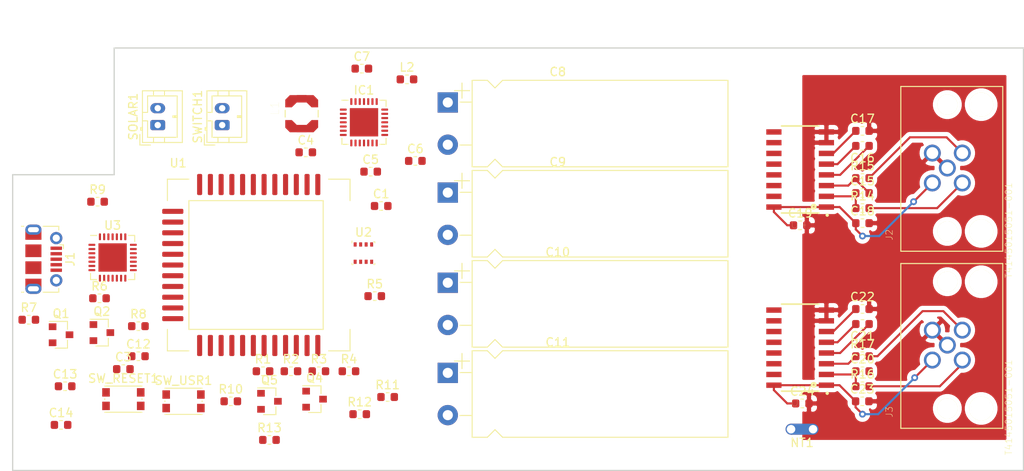
<source format=kicad_pcb>
(kicad_pcb (version 20171130) (host pcbnew 5.1.6-1.fc32)

  (general
    (thickness 1.6)
    (drawings 6)
    (tracks 68)
    (zones 0)
    (modules 60)
    (nets 53)
  )

  (page A4)
  (layers
    (0 F.Cu signal)
    (31 B.Cu signal)
    (32 B.Adhes user)
    (33 F.Adhes user)
    (34 B.Paste user)
    (35 F.Paste user)
    (36 B.SilkS user)
    (37 F.SilkS user)
    (38 B.Mask user)
    (39 F.Mask user)
    (40 Dwgs.User user)
    (41 Cmts.User user)
    (42 Eco1.User user)
    (43 Eco2.User user)
    (44 Edge.Cuts user)
    (45 Margin user)
    (46 B.CrtYd user)
    (47 F.CrtYd user)
    (48 B.Fab user)
    (49 F.Fab user)
  )

  (setup
    (last_trace_width 0.25)
    (trace_clearance 0.2)
    (zone_clearance 0.508)
    (zone_45_only no)
    (trace_min 0.2)
    (via_size 0.8)
    (via_drill 0.4)
    (via_min_size 0.4)
    (via_min_drill 0.3)
    (uvia_size 0.3)
    (uvia_drill 0.1)
    (uvias_allowed no)
    (uvia_min_size 0.2)
    (uvia_min_drill 0.1)
    (edge_width 0.05)
    (segment_width 0.2)
    (pcb_text_width 0.3)
    (pcb_text_size 1.5 1.5)
    (mod_edge_width 0.12)
    (mod_text_size 1 1)
    (mod_text_width 0.15)
    (pad_size 1.524 1.524)
    (pad_drill 0.762)
    (pad_to_mask_clearance 0.05)
    (aux_axis_origin 0 0)
    (visible_elements FFFFFF7F)
    (pcbplotparams
      (layerselection 0x010fc_ffffffff)
      (usegerberextensions false)
      (usegerberattributes true)
      (usegerberadvancedattributes true)
      (creategerberjobfile true)
      (excludeedgelayer true)
      (linewidth 0.100000)
      (plotframeref false)
      (viasonmask false)
      (mode 1)
      (useauxorigin false)
      (hpglpennumber 1)
      (hpglpenspeed 20)
      (hpglpendiameter 15.000000)
      (psnegative false)
      (psa4output false)
      (plotreference true)
      (plotvalue true)
      (plotinvisibletext false)
      (padsonsilk false)
      (subtractmaskfromsilk false)
      (outputformat 1)
      (mirror false)
      (drillshape 1)
      (scaleselection 1)
      (outputdirectory ""))
  )

  (net 0 "")
  (net 1 GND)
  (net 2 VEXT)
  (net 3 /RESET)
  (net 4 /BUFSRC)
  (net 5 /BOOST)
  (net 6 /BUCK)
  (net 7 /3.3V)
  (net 8 /VSUPERCAP)
  (net 9 +5V)
  (net 10 /AGND)
  (net 11 /A_RED)
  (net 12 "Net-(C15-Pad2)")
  (net 13 "Net-(C15-Pad1)")
  (net 14 "Net-(C16-Pad2)")
  (net 15 "Net-(C16-Pad1)")
  (net 16 "Net-(C17-Pad1)")
  (net 17 /B_RED)
  (net 18 "Net-(C20-Pad2)")
  (net 19 "Net-(C20-Pad1)")
  (net 20 "Net-(C21-Pad2)")
  (net 21 "Net-(C21-Pad1)")
  (net 22 "Net-(C22-Pad1)")
  (net 23 VS)
  (net 24 "Net-(J1-Pad6)")
  (net 25 "Net-(J1-Pad3)")
  (net 26 "Net-(J1-Pad2)")
  (net 27 /A_GREEN)
  (net 28 /A_WHITE)
  (net 29 /B_GREEN)
  (net 30 /B_WHITE)
  (net 31 /GPIO16)
  (net 32 /DTR)
  (net 33 /RTS)
  (net 34 "Net-(Q4-Pad3)")
  (net 35 /ADC)
  (net 36 "Net-(Q4-Pad1)")
  (net 37 /VIN)
  (net 38 /SDA)
  (net 39 /SCL)
  (net 40 /SDA2)
  (net 41 /SCL2)
  (net 42 "Net-(R5-Pad2)")
  (net 43 "Net-(R8-Pad2)")
  (net 44 /RX)
  (net 45 /GPIO15)
  (net 46 /GPIO11)
  (net 47 /GPIO10)
  (net 48 /TX)
  (net 49 /SWBOOST)
  (net 50 /SWBUCK)
  (net 51 "Net-(C10-Pad1)")
  (net 52 "Net-(C14-Pad1)")

  (net_class Default "This is the default net class."
    (clearance 0.2)
    (trace_width 0.25)
    (via_dia 0.8)
    (via_drill 0.4)
    (uvia_dia 0.3)
    (uvia_drill 0.1)
    (add_net +5V)
    (add_net /3.3V)
    (add_net /ADC)
    (add_net /AGND)
    (add_net /A_GREEN)
    (add_net /A_RED)
    (add_net /A_WHITE)
    (add_net /BOOST)
    (add_net /BUCK)
    (add_net /BUFSRC)
    (add_net /B_GREEN)
    (add_net /B_RED)
    (add_net /B_WHITE)
    (add_net /DTR)
    (add_net /GPIO10)
    (add_net /GPIO11)
    (add_net /GPIO15)
    (add_net /GPIO16)
    (add_net /RESET)
    (add_net /RTS)
    (add_net /RX)
    (add_net /SCL)
    (add_net /SCL2)
    (add_net /SDA)
    (add_net /SDA2)
    (add_net /SWBOOST)
    (add_net /SWBUCK)
    (add_net /TX)
    (add_net /VIN)
    (add_net /VSUPERCAP)
    (add_net GND)
    (add_net "Net-(C10-Pad1)")
    (add_net "Net-(C14-Pad1)")
    (add_net "Net-(C15-Pad1)")
    (add_net "Net-(C15-Pad2)")
    (add_net "Net-(C16-Pad1)")
    (add_net "Net-(C16-Pad2)")
    (add_net "Net-(C17-Pad1)")
    (add_net "Net-(C20-Pad1)")
    (add_net "Net-(C20-Pad2)")
    (add_net "Net-(C21-Pad1)")
    (add_net "Net-(C21-Pad2)")
    (add_net "Net-(C22-Pad1)")
    (add_net "Net-(J1-Pad2)")
    (add_net "Net-(J1-Pad3)")
    (add_net "Net-(J1-Pad6)")
    (add_net "Net-(Q4-Pad1)")
    (add_net "Net-(Q4-Pad3)")
    (add_net "Net-(R5-Pad2)")
    (add_net "Net-(R8-Pad2)")
    (add_net VEXT)
    (add_net VS)
  )

  (module SUPERCAP:SCCS30B106PRB (layer F.Cu) (tedit 5F47DCFC) (tstamp 5F4AB601)
    (at 91.44 73.306)
    (descr "CP, Axial series, Axial, Horizontal, pin pitch=26mm, , length*diameter=20*10mm^2, Electrolytic Capacitor, , http://www.kemet.com/Lists/ProductCatalog/Attachments/424/KEM_AC102.pdf")
    (tags "CP Axial series Axial Horizontal pin pitch 26mm  length 20mm diameter 10mm Electrolytic Capacitor")
    (path /5F7499C2)
    (fp_text reference C11 (at 13 -6.12) (layer F.SilkS)
      (effects (font (size 1 1) (thickness 0.15)))
    )
    (fp_text value 10F (at 13 6.12) (layer F.Fab)
      (effects (font (size 1 1) (thickness 0.15)))
    )
    (fp_line (start 33.15 -5.25) (end -1.45 -5.25) (layer F.CrtYd) (width 0.05))
    (fp_line (start 33.15 5.25) (end 33.15 -5.25) (layer F.CrtYd) (width 0.05))
    (fp_line (start -1.45 5.25) (end 33.15 5.25) (layer F.CrtYd) (width 0.05))
    (fp_line (start -1.45 -5.25) (end -1.45 5.25) (layer F.CrtYd) (width 0.05))
    (fp_line (start 1.42 2.54) (end 2.86 2.54) (layer F.SilkS) (width 0.12))
    (fp_line (start 1.44 -2.54) (end 2.88 -2.54) (layer F.SilkS) (width 0.12))
    (fp_line (start 6.48 5.12) (end 33.12 5.12) (layer F.SilkS) (width 0.12))
    (fp_line (start 5.58 4.22) (end 6.48 5.12) (layer F.SilkS) (width 0.12))
    (fp_line (start 4.68 5.12) (end 5.58 4.22) (layer F.SilkS) (width 0.12))
    (fp_line (start 2.88 5.12) (end 4.68 5.12) (layer F.SilkS) (width 0.12))
    (fp_line (start 6.48 -5.12) (end 33.12 -5.12) (layer F.SilkS) (width 0.12))
    (fp_line (start 5.58 -4.22) (end 6.48 -5.12) (layer F.SilkS) (width 0.12))
    (fp_line (start 4.68 -5.12) (end 5.58 -4.22) (layer F.SilkS) (width 0.12))
    (fp_line (start 2.88 -5.12) (end 4.68 -5.12) (layer F.SilkS) (width 0.12))
    (fp_line (start 33.12 -5.12) (end 33.12 5.12) (layer F.SilkS) (width 0.12))
    (fp_line (start 2.88 -5.12) (end 2.88 5.12) (layer F.SilkS) (width 0.12))
    (fp_line (start 1.68 -4.8) (end 1.68 -3) (layer F.SilkS) (width 0.12))
    (fp_line (start 0.78 -3.9) (end 2.58 -3.9) (layer F.SilkS) (width 0.12))
    (fp_line (start 5.6 -3.44) (end 5.6 -1.64) (layer F.Fab) (width 0.1))
    (fp_line (start 4.7 -2.54) (end 6.5 -2.54) (layer F.Fab) (width 0.1))
    (fp_line (start 0 2.54) (end 3 2.54) (layer F.Fab) (width 0.1))
    (fp_line (start 0 -2.54) (end 3 -2.54) (layer F.Fab) (width 0.1))
    (fp_line (start 6.48 5) (end 33 5) (layer F.Fab) (width 0.1))
    (fp_line (start 5.58 4.1) (end 6.48 5) (layer F.Fab) (width 0.1))
    (fp_line (start 4.68 5) (end 5.58 4.1) (layer F.Fab) (width 0.1))
    (fp_line (start 3 5) (end 4.68 5) (layer F.Fab) (width 0.1))
    (fp_line (start 6.48 -5) (end 33 -5) (layer F.Fab) (width 0.1))
    (fp_line (start 5.58 -4.1) (end 6.48 -5) (layer F.Fab) (width 0.1))
    (fp_line (start 4.68 -5) (end 5.58 -4.1) (layer F.Fab) (width 0.1))
    (fp_line (start 3 -5) (end 4.68 -5) (layer F.Fab) (width 0.1))
    (fp_line (start 33 -5) (end 33 5) (layer F.Fab) (width 0.1))
    (fp_line (start 3 -5) (end 3 5) (layer F.Fab) (width 0.1))
    (fp_text user %R (at 13 0) (layer F.Fab)
      (effects (font (size 1 1) (thickness 0.15)))
    )
    (pad 1 thru_hole rect (at 0 -2.5) (size 2.4 2.4) (drill 1.2) (layers *.Cu *.Mask)
      (net 51 "Net-(C10-Pad1)"))
    (pad 2 thru_hole oval (at 0 2.5) (size 2.4 2.4) (drill 1.2) (layers *.Cu *.Mask)
      (net 1 GND))
    (model ${KISYS3DMOD}/Capacitor_THT.3dshapes/CP_Axial_L20.0mm_D10.0mm_P26.00mm_Horizontal.wrl
      (at (xyz 0 0 0))
      (scale (xyz 1 1 1))
      (rotate (xyz 0 0 0))
    )
  )

  (module SUPERCAP:SCCS30B106PRB (layer F.Cu) (tedit 5F47DCFC) (tstamp 5F40EA05)
    (at 91.44 62.638)
    (descr "CP, Axial series, Axial, Horizontal, pin pitch=26mm, , length*diameter=20*10mm^2, Electrolytic Capacitor, , http://www.kemet.com/Lists/ProductCatalog/Attachments/424/KEM_AC102.pdf")
    (tags "CP Axial series Axial Horizontal pin pitch 26mm  length 20mm diameter 10mm Electrolytic Capacitor")
    (path /5F3BC1ED)
    (fp_text reference C10 (at 13 -6.12) (layer F.SilkS)
      (effects (font (size 1 1) (thickness 0.15)))
    )
    (fp_text value 10F (at 13 6.12) (layer F.Fab)
      (effects (font (size 1 1) (thickness 0.15)))
    )
    (fp_line (start 33.15 -5.25) (end -1.45 -5.25) (layer F.CrtYd) (width 0.05))
    (fp_line (start 33.15 5.25) (end 33.15 -5.25) (layer F.CrtYd) (width 0.05))
    (fp_line (start -1.45 5.25) (end 33.15 5.25) (layer F.CrtYd) (width 0.05))
    (fp_line (start -1.45 -5.25) (end -1.45 5.25) (layer F.CrtYd) (width 0.05))
    (fp_line (start 1.42 2.54) (end 2.86 2.54) (layer F.SilkS) (width 0.12))
    (fp_line (start 1.44 -2.54) (end 2.88 -2.54) (layer F.SilkS) (width 0.12))
    (fp_line (start 6.48 5.12) (end 33.12 5.12) (layer F.SilkS) (width 0.12))
    (fp_line (start 5.58 4.22) (end 6.48 5.12) (layer F.SilkS) (width 0.12))
    (fp_line (start 4.68 5.12) (end 5.58 4.22) (layer F.SilkS) (width 0.12))
    (fp_line (start 2.88 5.12) (end 4.68 5.12) (layer F.SilkS) (width 0.12))
    (fp_line (start 6.48 -5.12) (end 33.12 -5.12) (layer F.SilkS) (width 0.12))
    (fp_line (start 5.58 -4.22) (end 6.48 -5.12) (layer F.SilkS) (width 0.12))
    (fp_line (start 4.68 -5.12) (end 5.58 -4.22) (layer F.SilkS) (width 0.12))
    (fp_line (start 2.88 -5.12) (end 4.68 -5.12) (layer F.SilkS) (width 0.12))
    (fp_line (start 33.12 -5.12) (end 33.12 5.12) (layer F.SilkS) (width 0.12))
    (fp_line (start 2.88 -5.12) (end 2.88 5.12) (layer F.SilkS) (width 0.12))
    (fp_line (start 1.68 -4.8) (end 1.68 -3) (layer F.SilkS) (width 0.12))
    (fp_line (start 0.78 -3.9) (end 2.58 -3.9) (layer F.SilkS) (width 0.12))
    (fp_line (start 5.6 -3.44) (end 5.6 -1.64) (layer F.Fab) (width 0.1))
    (fp_line (start 4.7 -2.54) (end 6.5 -2.54) (layer F.Fab) (width 0.1))
    (fp_line (start 0 2.54) (end 3 2.54) (layer F.Fab) (width 0.1))
    (fp_line (start 0 -2.54) (end 3 -2.54) (layer F.Fab) (width 0.1))
    (fp_line (start 6.48 5) (end 33 5) (layer F.Fab) (width 0.1))
    (fp_line (start 5.58 4.1) (end 6.48 5) (layer F.Fab) (width 0.1))
    (fp_line (start 4.68 5) (end 5.58 4.1) (layer F.Fab) (width 0.1))
    (fp_line (start 3 5) (end 4.68 5) (layer F.Fab) (width 0.1))
    (fp_line (start 6.48 -5) (end 33 -5) (layer F.Fab) (width 0.1))
    (fp_line (start 5.58 -4.1) (end 6.48 -5) (layer F.Fab) (width 0.1))
    (fp_line (start 4.68 -5) (end 5.58 -4.1) (layer F.Fab) (width 0.1))
    (fp_line (start 3 -5) (end 4.68 -5) (layer F.Fab) (width 0.1))
    (fp_line (start 33 -5) (end 33 5) (layer F.Fab) (width 0.1))
    (fp_line (start 3 -5) (end 3 5) (layer F.Fab) (width 0.1))
    (fp_text user %R (at 13 0) (layer F.Fab)
      (effects (font (size 1 1) (thickness 0.15)))
    )
    (pad 1 thru_hole rect (at 0 -2.5) (size 2.4 2.4) (drill 1.2) (layers *.Cu *.Mask)
      (net 51 "Net-(C10-Pad1)"))
    (pad 2 thru_hole oval (at 0 2.5) (size 2.4 2.4) (drill 1.2) (layers *.Cu *.Mask)
      (net 1 GND))
    (model ${KISYS3DMOD}/Capacitor_THT.3dshapes/CP_Axial_L20.0mm_D10.0mm_P26.00mm_Horizontal.wrl
      (at (xyz 0 0 0))
      (scale (xyz 1 1 1))
      (rotate (xyz 0 0 0))
    )
  )

  (module SUPERCAP:SCCS30B106PRB (layer F.Cu) (tedit 5F47DCFC) (tstamp 5F4AB5B4)
    (at 91.44 51.97)
    (descr "CP, Axial series, Axial, Horizontal, pin pitch=26mm, , length*diameter=20*10mm^2, Electrolytic Capacitor, , http://www.kemet.com/Lists/ProductCatalog/Attachments/424/KEM_AC102.pdf")
    (tags "CP Axial series Axial Horizontal pin pitch 26mm  length 20mm diameter 10mm Electrolytic Capacitor")
    (path /5F72EE3C)
    (fp_text reference C9 (at 13 -6.12) (layer F.SilkS)
      (effects (font (size 1 1) (thickness 0.15)))
    )
    (fp_text value 10F (at 13 6.12) (layer F.Fab)
      (effects (font (size 1 1) (thickness 0.15)))
    )
    (fp_line (start 33.15 -5.25) (end -1.45 -5.25) (layer F.CrtYd) (width 0.05))
    (fp_line (start 33.15 5.25) (end 33.15 -5.25) (layer F.CrtYd) (width 0.05))
    (fp_line (start -1.45 5.25) (end 33.15 5.25) (layer F.CrtYd) (width 0.05))
    (fp_line (start -1.45 -5.25) (end -1.45 5.25) (layer F.CrtYd) (width 0.05))
    (fp_line (start 1.42 2.54) (end 2.86 2.54) (layer F.SilkS) (width 0.12))
    (fp_line (start 1.44 -2.54) (end 2.88 -2.54) (layer F.SilkS) (width 0.12))
    (fp_line (start 6.48 5.12) (end 33.12 5.12) (layer F.SilkS) (width 0.12))
    (fp_line (start 5.58 4.22) (end 6.48 5.12) (layer F.SilkS) (width 0.12))
    (fp_line (start 4.68 5.12) (end 5.58 4.22) (layer F.SilkS) (width 0.12))
    (fp_line (start 2.88 5.12) (end 4.68 5.12) (layer F.SilkS) (width 0.12))
    (fp_line (start 6.48 -5.12) (end 33.12 -5.12) (layer F.SilkS) (width 0.12))
    (fp_line (start 5.58 -4.22) (end 6.48 -5.12) (layer F.SilkS) (width 0.12))
    (fp_line (start 4.68 -5.12) (end 5.58 -4.22) (layer F.SilkS) (width 0.12))
    (fp_line (start 2.88 -5.12) (end 4.68 -5.12) (layer F.SilkS) (width 0.12))
    (fp_line (start 33.12 -5.12) (end 33.12 5.12) (layer F.SilkS) (width 0.12))
    (fp_line (start 2.88 -5.12) (end 2.88 5.12) (layer F.SilkS) (width 0.12))
    (fp_line (start 1.68 -4.8) (end 1.68 -3) (layer F.SilkS) (width 0.12))
    (fp_line (start 0.78 -3.9) (end 2.58 -3.9) (layer F.SilkS) (width 0.12))
    (fp_line (start 5.6 -3.44) (end 5.6 -1.64) (layer F.Fab) (width 0.1))
    (fp_line (start 4.7 -2.54) (end 6.5 -2.54) (layer F.Fab) (width 0.1))
    (fp_line (start 0 2.54) (end 3 2.54) (layer F.Fab) (width 0.1))
    (fp_line (start 0 -2.54) (end 3 -2.54) (layer F.Fab) (width 0.1))
    (fp_line (start 6.48 5) (end 33 5) (layer F.Fab) (width 0.1))
    (fp_line (start 5.58 4.1) (end 6.48 5) (layer F.Fab) (width 0.1))
    (fp_line (start 4.68 5) (end 5.58 4.1) (layer F.Fab) (width 0.1))
    (fp_line (start 3 5) (end 4.68 5) (layer F.Fab) (width 0.1))
    (fp_line (start 6.48 -5) (end 33 -5) (layer F.Fab) (width 0.1))
    (fp_line (start 5.58 -4.1) (end 6.48 -5) (layer F.Fab) (width 0.1))
    (fp_line (start 4.68 -5) (end 5.58 -4.1) (layer F.Fab) (width 0.1))
    (fp_line (start 3 -5) (end 4.68 -5) (layer F.Fab) (width 0.1))
    (fp_line (start 33 -5) (end 33 5) (layer F.Fab) (width 0.1))
    (fp_line (start 3 -5) (end 3 5) (layer F.Fab) (width 0.1))
    (fp_text user %R (at 13 0) (layer F.Fab)
      (effects (font (size 1 1) (thickness 0.15)))
    )
    (pad 1 thru_hole rect (at 0 -2.5) (size 2.4 2.4) (drill 1.2) (layers *.Cu *.Mask)
      (net 8 /VSUPERCAP))
    (pad 2 thru_hole oval (at 0 2.5) (size 2.4 2.4) (drill 1.2) (layers *.Cu *.Mask)
      (net 51 "Net-(C10-Pad1)"))
    (model ${KISYS3DMOD}/Capacitor_THT.3dshapes/CP_Axial_L20.0mm_D10.0mm_P26.00mm_Horizontal.wrl
      (at (xyz 0 0 0))
      (scale (xyz 1 1 1))
      (rotate (xyz 0 0 0))
    )
  )

  (module SUPERCAP:SCCS30B106PRB (layer F.Cu) (tedit 5F47DCFC) (tstamp 5F40E939)
    (at 91.44 41.302)
    (descr "CP, Axial series, Axial, Horizontal, pin pitch=26mm, , length*diameter=20*10mm^2, Electrolytic Capacitor, , http://www.kemet.com/Lists/ProductCatalog/Attachments/424/KEM_AC102.pdf")
    (tags "CP Axial series Axial Horizontal pin pitch 26mm  length 20mm diameter 10mm Electrolytic Capacitor")
    (path /5F3B43B8)
    (fp_text reference C8 (at 13 -6.12) (layer F.SilkS)
      (effects (font (size 1 1) (thickness 0.15)))
    )
    (fp_text value 10F (at 13 6.12) (layer F.Fab)
      (effects (font (size 1 1) (thickness 0.15)))
    )
    (fp_line (start 33.15 -5.25) (end -1.45 -5.25) (layer F.CrtYd) (width 0.05))
    (fp_line (start 33.15 5.25) (end 33.15 -5.25) (layer F.CrtYd) (width 0.05))
    (fp_line (start -1.45 5.25) (end 33.15 5.25) (layer F.CrtYd) (width 0.05))
    (fp_line (start -1.45 -5.25) (end -1.45 5.25) (layer F.CrtYd) (width 0.05))
    (fp_line (start 1.42 2.54) (end 2.86 2.54) (layer F.SilkS) (width 0.12))
    (fp_line (start 1.44 -2.54) (end 2.88 -2.54) (layer F.SilkS) (width 0.12))
    (fp_line (start 6.48 5.12) (end 33.12 5.12) (layer F.SilkS) (width 0.12))
    (fp_line (start 5.58 4.22) (end 6.48 5.12) (layer F.SilkS) (width 0.12))
    (fp_line (start 4.68 5.12) (end 5.58 4.22) (layer F.SilkS) (width 0.12))
    (fp_line (start 2.88 5.12) (end 4.68 5.12) (layer F.SilkS) (width 0.12))
    (fp_line (start 6.48 -5.12) (end 33.12 -5.12) (layer F.SilkS) (width 0.12))
    (fp_line (start 5.58 -4.22) (end 6.48 -5.12) (layer F.SilkS) (width 0.12))
    (fp_line (start 4.68 -5.12) (end 5.58 -4.22) (layer F.SilkS) (width 0.12))
    (fp_line (start 2.88 -5.12) (end 4.68 -5.12) (layer F.SilkS) (width 0.12))
    (fp_line (start 33.12 -5.12) (end 33.12 5.12) (layer F.SilkS) (width 0.12))
    (fp_line (start 2.88 -5.12) (end 2.88 5.12) (layer F.SilkS) (width 0.12))
    (fp_line (start 1.68 -4.8) (end 1.68 -3) (layer F.SilkS) (width 0.12))
    (fp_line (start 0.78 -3.9) (end 2.58 -3.9) (layer F.SilkS) (width 0.12))
    (fp_line (start 5.6 -3.44) (end 5.6 -1.64) (layer F.Fab) (width 0.1))
    (fp_line (start 4.7 -2.54) (end 6.5 -2.54) (layer F.Fab) (width 0.1))
    (fp_line (start 0 2.54) (end 3 2.54) (layer F.Fab) (width 0.1))
    (fp_line (start 0 -2.54) (end 3 -2.54) (layer F.Fab) (width 0.1))
    (fp_line (start 6.48 5) (end 33 5) (layer F.Fab) (width 0.1))
    (fp_line (start 5.58 4.1) (end 6.48 5) (layer F.Fab) (width 0.1))
    (fp_line (start 4.68 5) (end 5.58 4.1) (layer F.Fab) (width 0.1))
    (fp_line (start 3 5) (end 4.68 5) (layer F.Fab) (width 0.1))
    (fp_line (start 6.48 -5) (end 33 -5) (layer F.Fab) (width 0.1))
    (fp_line (start 5.58 -4.1) (end 6.48 -5) (layer F.Fab) (width 0.1))
    (fp_line (start 4.68 -5) (end 5.58 -4.1) (layer F.Fab) (width 0.1))
    (fp_line (start 3 -5) (end 4.68 -5) (layer F.Fab) (width 0.1))
    (fp_line (start 33 -5) (end 33 5) (layer F.Fab) (width 0.1))
    (fp_line (start 3 -5) (end 3 5) (layer F.Fab) (width 0.1))
    (fp_text user %R (at 13 0) (layer F.Fab)
      (effects (font (size 1 1) (thickness 0.15)))
    )
    (pad 1 thru_hole rect (at 0 -2.5) (size 2.4 2.4) (drill 1.2) (layers *.Cu *.Mask)
      (net 8 /VSUPERCAP))
    (pad 2 thru_hole oval (at 0 2.5) (size 2.4 2.4) (drill 1.2) (layers *.Cu *.Mask)
      (net 51 "Net-(C10-Pad1)"))
    (model ${KISYS3DMOD}/Capacitor_THT.3dshapes/CP_Axial_L20.0mm_D10.0mm_P26.00mm_Horizontal.wrl
      (at (xyz 0 0 0))
      (scale (xyz 1 1 1))
      (rotate (xyz 0 0 0))
    )
  )

  (module Inductor_SMD:L_0603_1608Metric (layer F.Cu) (tedit 5B301BBE) (tstamp 5F48FAEC)
    (at 86.614 36.068)
    (descr "Inductor SMD 0603 (1608 Metric), square (rectangular) end terminal, IPC_7351 nominal, (Body size source: http://www.tortai-tech.com/upload/download/2011102023233369053.pdf), generated with kicad-footprint-generator")
    (tags inductor)
    (path /CFAC69F3)
    (attr smd)
    (fp_text reference L2 (at 0 -1.43) (layer F.SilkS)
      (effects (font (size 1 1) (thickness 0.15)))
    )
    (fp_text value 10uH (at 0 1.43) (layer F.Fab)
      (effects (font (size 1 1) (thickness 0.15)))
    )
    (fp_line (start 1.48 0.73) (end -1.48 0.73) (layer F.CrtYd) (width 0.05))
    (fp_line (start 1.48 -0.73) (end 1.48 0.73) (layer F.CrtYd) (width 0.05))
    (fp_line (start -1.48 -0.73) (end 1.48 -0.73) (layer F.CrtYd) (width 0.05))
    (fp_line (start -1.48 0.73) (end -1.48 -0.73) (layer F.CrtYd) (width 0.05))
    (fp_line (start -0.162779 0.51) (end 0.162779 0.51) (layer F.SilkS) (width 0.12))
    (fp_line (start -0.162779 -0.51) (end 0.162779 -0.51) (layer F.SilkS) (width 0.12))
    (fp_line (start 0.8 0.4) (end -0.8 0.4) (layer F.Fab) (width 0.1))
    (fp_line (start 0.8 -0.4) (end 0.8 0.4) (layer F.Fab) (width 0.1))
    (fp_line (start -0.8 -0.4) (end 0.8 -0.4) (layer F.Fab) (width 0.1))
    (fp_line (start -0.8 0.4) (end -0.8 -0.4) (layer F.Fab) (width 0.1))
    (fp_text user %R (at 0 0) (layer F.Fab)
      (effects (font (size 0.4 0.4) (thickness 0.06)))
    )
    (pad 2 smd roundrect (at 0.7875 0) (size 0.875 0.95) (layers F.Cu F.Paste F.Mask) (roundrect_rratio 0.25)
      (net 50 /SWBUCK))
    (pad 1 smd roundrect (at -0.7875 0) (size 0.875 0.95) (layers F.Cu F.Paste F.Mask) (roundrect_rratio 0.25)
      (net 6 /BUCK))
    (model ${KISYS3DMOD}/Inductor_SMD.3dshapes/L_0603_1608Metric.wrl
      (at (xyz 0 0 0))
      (scale (xyz 1 1 1))
      (rotate (xyz 0 0 0))
    )
  )

  (module LPS4012:IND_LPS4012-103MRB (layer F.Cu) (tedit 5F3EA697) (tstamp 5F3F7BE2)
    (at 74.168 40.132 90)
    (path /CDC0F428)
    (fp_text reference L1 (at 0.635 -3.175 90) (layer F.SilkS)
      (effects (font (size 1 1) (thickness 0.015)))
    )
    (fp_text value 10uH-0.55A (at 8.89 3.175 90) (layer F.Fab)
      (effects (font (size 1 1) (thickness 0.015)))
    )
    (fp_line (start -2.45 2.2) (end -2.45 -2.2) (layer F.CrtYd) (width 0.05))
    (fp_line (start 2.45 2.2) (end -2.45 2.2) (layer F.CrtYd) (width 0.05))
    (fp_line (start 2.45 -2.2) (end 2.45 2.2) (layer F.CrtYd) (width 0.05))
    (fp_line (start -2.45 -2.2) (end 2.45 -2.2) (layer F.CrtYd) (width 0.05))
    (fp_line (start -0.4 1.95) (end 0.4 1.95) (layer F.SilkS) (width 0.127))
    (fp_line (start -0.4 -1.95) (end 0.4 -1.95) (layer F.SilkS) (width 0.127))
    (fp_line (start -1.45 1.95) (end -1.95 1.45) (layer F.Fab) (width 0.127))
    (fp_line (start 1.45 1.95) (end 1.95 1.45) (layer F.Fab) (width 0.127))
    (fp_line (start 1.45 -1.95) (end 1.95 -1.45) (layer F.Fab) (width 0.127))
    (fp_line (start -1.95 -1.45) (end -1.45 -1.95) (layer F.Fab) (width 0.127))
    (fp_line (start -1.95 -1.45) (end -1.95 1.45) (layer F.Fab) (width 0.127))
    (fp_line (start -1.45 1.95) (end 1.45 1.95) (layer F.Fab) (width 0.127))
    (fp_line (start 1.95 -1.45) (end 1.95 1.45) (layer F.Fab) (width 0.127))
    (fp_line (start -1.45 -1.95) (end 1.45 -1.95) (layer F.Fab) (width 0.127))
    (fp_poly (pts (xy 0.65 -2.05) (xy 1.7 -2.05) (xy 2.3 -1.45) (xy 2.3 1.45)
      (xy 1.7 2.05) (xy 0.65 2.05) (xy 0.65 1.1) (xy 1.2 0.55)
      (xy 1.2 -0.55) (xy 0.65 -1.1)) (layer F.Mask) (width 0.0001))
    (fp_poly (pts (xy -0.65 -2.05) (xy -1.65 -2.05) (xy -1.7 -2.05) (xy -2.3 -1.45)
      (xy -2.3 1.45) (xy -1.7 2.05) (xy -0.65 2.05) (xy -0.65 1.1)
      (xy -1.2 0.55) (xy -1.2 -0.55) (xy -0.65 -1.1)) (layer F.Mask) (width 0.0001))
    (fp_poly (pts (xy -2.2 -1.395) (xy -1.65 -1.945) (xy -0.75 -1.945) (xy -0.75 -1.155)
      (xy -1.33 -0.575) (xy -1.33 0.59) (xy -0.75 1.17) (xy -0.75 1.945)
      (xy -1.65 1.945) (xy -2.2 1.395)) (layer F.Paste) (width 0.0001))
    (fp_poly (pts (xy 2.2 -1.395) (xy 1.65 -1.945) (xy 0.75 -1.945) (xy 0.75 -1.155)
      (xy 1.33 -0.575) (xy 1.33 0.59) (xy 0.75 1.17) (xy 0.75 1.945)
      (xy 1.65 1.945) (xy 2.2 1.395)) (layer F.Paste) (width 0.0001))
    (fp_poly (pts (xy -2.2 -1.395) (xy -1.65 -1.945) (xy -0.75 -1.945) (xy -0.75 -1.17)
      (xy -1.33 -0.575) (xy -1.33 0.575) (xy -0.75 1.17) (xy -0.75 1.945)
      (xy -1.64 1.945) (xy -2.2 1.395)) (layer F.Cu) (width 0.0001))
    (fp_poly (pts (xy 2.2 -1.395) (xy 1.65 -1.945) (xy 0.75 -1.945) (xy 0.75 -1.17)
      (xy 1.33 -0.575) (xy 1.33 0.575) (xy 0.75 1.17) (xy 0.75 1.945)
      (xy 1.64 1.945) (xy 2.2 1.395)) (layer F.Cu) (width 0.0001))
    (pad 2 smd rect (at 1.765 0 90) (size 0.87 1.15) (layers F.Cu)
      (net 49 /SWBOOST))
    (pad 1 smd rect (at -1.765 0 90) (size 0.87 1.15) (layers F.Cu)
      (net 4 /BUFSRC))
  )

  (module nau7802:SOIC127P700X210-16N (layer F.Cu) (tedit 5EA843BF) (tstamp 5F40EE35)
    (at 133.096 67.818 180)
    (path /5F94939E)
    (fp_text reference U5 (at 0.175 -6.435) (layer F.SilkS)
      (effects (font (size 1 1) (thickness 0.015)))
    )
    (fp_text value NAU7802SOIC (at 8.765 6.365) (layer F.Fab)
      (effects (font (size 1 1) (thickness 0.015)))
    )
    (fp_circle (center -1.6 -4.4) (end -1.4 -4.4) (layer F.SilkS) (width 0.3))
    (fp_line (start -4.375 5.5) (end -4.375 -5.5) (layer F.CrtYd) (width 0.05))
    (fp_line (start 4.375 5.5) (end -4.375 5.5) (layer F.CrtYd) (width 0.05))
    (fp_line (start 4.375 -5.5) (end 4.375 5.5) (layer F.CrtYd) (width 0.05))
    (fp_line (start -4.375 -5.5) (end 4.375 -5.5) (layer F.CrtYd) (width 0.05))
    (fp_circle (center -3.2 -5.4) (end -3.1 -5.4) (layer F.SilkS) (width 0.2))
    (fp_line (start -2.2 5.15) (end -2.2 -5.15) (layer F.Fab) (width 0.2))
    (fp_line (start 2.2 5.15) (end -2.2 5.15) (layer F.SilkS) (width 0.2))
    (fp_line (start 2.2 -5.15) (end 2.2 5.15) (layer F.Fab) (width 0.2))
    (fp_line (start -2.2 -5.15) (end 2.2 -5.15) (layer F.SilkS) (width 0.2))
    (pad 1 smd rect (at -3.105 -4.445 180) (size 1.8 0.64) (layers F.Cu F.Paste F.Mask)
      (net 17 /B_RED))
    (pad 2 smd rect (at -3.105 -3.175 180) (size 1.8 0.64) (layers F.Cu F.Paste F.Mask)
      (net 19 "Net-(C20-Pad1)"))
    (pad 3 smd rect (at -3.105 -1.905 180) (size 1.8 0.64) (layers F.Cu F.Paste F.Mask)
      (net 18 "Net-(C20-Pad2)"))
    (pad 4 smd rect (at -3.105 -0.635 180) (size 1.8 0.64) (layers F.Cu F.Paste F.Mask)
      (net 21 "Net-(C21-Pad1)"))
    (pad 5 smd rect (at -3.105 0.635 180) (size 1.8 0.64) (layers F.Cu F.Paste F.Mask)
      (net 20 "Net-(C21-Pad2)"))
    (pad 6 smd rect (at -3.105 1.905 180) (size 1.8 0.64) (layers F.Cu F.Paste F.Mask)
      (net 22 "Net-(C22-Pad1)"))
    (pad 7 smd rect (at -3.105 3.175 180) (size 1.8 0.64) (layers F.Cu F.Paste F.Mask)
      (net 10 /AGND))
    (pad 8 smd rect (at -3.105 4.445 180) (size 1.8 0.64) (layers F.Cu F.Paste F.Mask)
      (net 10 /AGND))
    (pad 9 smd rect (at 3.105 4.445 180) (size 1.8 0.64) (layers F.Cu F.Paste F.Mask)
      (net 1 GND))
    (pad 10 smd rect (at 3.105 3.175 180) (size 1.8 0.64) (layers F.Cu F.Paste F.Mask))
    (pad 11 smd rect (at 3.105 1.905 180) (size 1.8 0.64) (layers F.Cu F.Paste F.Mask))
    (pad 12 smd rect (at 3.105 0.635 180) (size 1.8 0.64) (layers F.Cu F.Paste F.Mask)
      (net 46 /GPIO11))
    (pad 13 smd rect (at 3.105 -0.635 180) (size 1.8 0.64) (layers F.Cu F.Paste F.Mask)
      (net 41 /SCL2))
    (pad 14 smd rect (at 3.105 -1.905 180) (size 1.8 0.64) (layers F.Cu F.Paste F.Mask)
      (net 40 /SDA2))
    (pad 15 smd rect (at 3.105 -3.175 180) (size 1.8 0.64) (layers F.Cu F.Paste F.Mask)
      (net 2 VEXT))
    (pad 16 smd rect (at 3.105 -4.445 180) (size 1.8 0.64) (layers F.Cu F.Paste F.Mask)
      (net 17 /B_RED))
  )

  (module nau7802:SOIC127P700X210-16N (layer F.Cu) (tedit 5EA843BF) (tstamp 5F490686)
    (at 133.096 46.736 180)
    (path /5F41501D)
    (fp_text reference U4 (at 0.175 -6.435) (layer F.SilkS)
      (effects (font (size 1 1) (thickness 0.015)))
    )
    (fp_text value NAU7802SOIC (at 8.765 6.365) (layer F.Fab)
      (effects (font (size 1 1) (thickness 0.015)))
    )
    (fp_circle (center -1.6 -4.4) (end -1.4 -4.4) (layer F.SilkS) (width 0.3))
    (fp_line (start -4.375 5.5) (end -4.375 -5.5) (layer F.CrtYd) (width 0.05))
    (fp_line (start 4.375 5.5) (end -4.375 5.5) (layer F.CrtYd) (width 0.05))
    (fp_line (start 4.375 -5.5) (end 4.375 5.5) (layer F.CrtYd) (width 0.05))
    (fp_line (start -4.375 -5.5) (end 4.375 -5.5) (layer F.CrtYd) (width 0.05))
    (fp_circle (center -3.2 -5.4) (end -3.1 -5.4) (layer F.SilkS) (width 0.2))
    (fp_line (start -2.2 5.15) (end -2.2 -5.15) (layer F.Fab) (width 0.2))
    (fp_line (start 2.2 5.15) (end -2.2 5.15) (layer F.SilkS) (width 0.2))
    (fp_line (start 2.2 -5.15) (end 2.2 5.15) (layer F.Fab) (width 0.2))
    (fp_line (start -2.2 -5.15) (end 2.2 -5.15) (layer F.SilkS) (width 0.2))
    (pad 1 smd rect (at -3.105 -4.445 180) (size 1.8 0.64) (layers F.Cu F.Paste F.Mask)
      (net 11 /A_RED))
    (pad 2 smd rect (at -3.105 -3.175 180) (size 1.8 0.64) (layers F.Cu F.Paste F.Mask)
      (net 13 "Net-(C15-Pad1)"))
    (pad 3 smd rect (at -3.105 -1.905 180) (size 1.8 0.64) (layers F.Cu F.Paste F.Mask)
      (net 12 "Net-(C15-Pad2)"))
    (pad 4 smd rect (at -3.105 -0.635 180) (size 1.8 0.64) (layers F.Cu F.Paste F.Mask)
      (net 15 "Net-(C16-Pad1)"))
    (pad 5 smd rect (at -3.105 0.635 180) (size 1.8 0.64) (layers F.Cu F.Paste F.Mask)
      (net 14 "Net-(C16-Pad2)"))
    (pad 6 smd rect (at -3.105 1.905 180) (size 1.8 0.64) (layers F.Cu F.Paste F.Mask)
      (net 16 "Net-(C17-Pad1)"))
    (pad 7 smd rect (at -3.105 3.175 180) (size 1.8 0.64) (layers F.Cu F.Paste F.Mask)
      (net 10 /AGND))
    (pad 8 smd rect (at -3.105 4.445 180) (size 1.8 0.64) (layers F.Cu F.Paste F.Mask)
      (net 10 /AGND))
    (pad 9 smd rect (at 3.105 4.445 180) (size 1.8 0.64) (layers F.Cu F.Paste F.Mask)
      (net 1 GND))
    (pad 10 smd rect (at 3.105 3.175 180) (size 1.8 0.64) (layers F.Cu F.Paste F.Mask))
    (pad 11 smd rect (at 3.105 1.905 180) (size 1.8 0.64) (layers F.Cu F.Paste F.Mask))
    (pad 12 smd rect (at 3.105 0.635 180) (size 1.8 0.64) (layers F.Cu F.Paste F.Mask)
      (net 47 /GPIO10))
    (pad 13 smd rect (at 3.105 -0.635 180) (size 1.8 0.64) (layers F.Cu F.Paste F.Mask)
      (net 39 /SCL))
    (pad 14 smd rect (at 3.105 -1.905 180) (size 1.8 0.64) (layers F.Cu F.Paste F.Mask)
      (net 38 /SDA))
    (pad 15 smd rect (at 3.105 -3.175 180) (size 1.8 0.64) (layers F.Cu F.Paste F.Mask)
      (net 2 VEXT))
    (pad 16 smd rect (at 3.105 -4.445 180) (size 1.8 0.64) (layers F.Cu F.Paste F.Mask)
      (net 11 /A_RED))
  )

  (module Package_DFN_QFN:QFN-28-1EP_5x5mm_P0.5mm_EP3.35x3.35mm (layer F.Cu) (tedit 5DC5F6A4) (tstamp 5F40EDF9)
    (at 51.816 57.15)
    (descr "QFN, 28 Pin (http://ww1.microchip.com/downloads/en/PackagingSpec/00000049BQ.pdf#page=283), generated with kicad-footprint-generator ipc_noLead_generator.py")
    (tags "QFN NoLead")
    (path /5F3DC0EE)
    (attr smd)
    (fp_text reference U3 (at 0 -3.8) (layer F.SilkS)
      (effects (font (size 1 1) (thickness 0.15)))
    )
    (fp_text value CP2102N-A01-GQFN28 (at 0 3.8) (layer F.Fab)
      (effects (font (size 1 1) (thickness 0.15)))
    )
    (fp_line (start 1.885 -2.61) (end 2.61 -2.61) (layer F.SilkS) (width 0.12))
    (fp_line (start 2.61 -2.61) (end 2.61 -1.885) (layer F.SilkS) (width 0.12))
    (fp_line (start -1.885 2.61) (end -2.61 2.61) (layer F.SilkS) (width 0.12))
    (fp_line (start -2.61 2.61) (end -2.61 1.885) (layer F.SilkS) (width 0.12))
    (fp_line (start 1.885 2.61) (end 2.61 2.61) (layer F.SilkS) (width 0.12))
    (fp_line (start 2.61 2.61) (end 2.61 1.885) (layer F.SilkS) (width 0.12))
    (fp_line (start -1.885 -2.61) (end -2.61 -2.61) (layer F.SilkS) (width 0.12))
    (fp_line (start -1.5 -2.5) (end 2.5 -2.5) (layer F.Fab) (width 0.1))
    (fp_line (start 2.5 -2.5) (end 2.5 2.5) (layer F.Fab) (width 0.1))
    (fp_line (start 2.5 2.5) (end -2.5 2.5) (layer F.Fab) (width 0.1))
    (fp_line (start -2.5 2.5) (end -2.5 -1.5) (layer F.Fab) (width 0.1))
    (fp_line (start -2.5 -1.5) (end -1.5 -2.5) (layer F.Fab) (width 0.1))
    (fp_line (start -3.1 -3.1) (end -3.1 3.1) (layer F.CrtYd) (width 0.05))
    (fp_line (start -3.1 3.1) (end 3.1 3.1) (layer F.CrtYd) (width 0.05))
    (fp_line (start 3.1 3.1) (end 3.1 -3.1) (layer F.CrtYd) (width 0.05))
    (fp_line (start 3.1 -3.1) (end -3.1 -3.1) (layer F.CrtYd) (width 0.05))
    (fp_text user %R (at 0 0) (layer F.Fab)
      (effects (font (size 1 1) (thickness 0.15)))
    )
    (pad "" smd roundrect (at 1.12 1.12) (size 0.9 0.9) (layers F.Paste) (roundrect_rratio 0.25))
    (pad "" smd roundrect (at 1.12 0) (size 0.9 0.9) (layers F.Paste) (roundrect_rratio 0.25))
    (pad "" smd roundrect (at 1.12 -1.12) (size 0.9 0.9) (layers F.Paste) (roundrect_rratio 0.25))
    (pad "" smd roundrect (at 0 1.12) (size 0.9 0.9) (layers F.Paste) (roundrect_rratio 0.25))
    (pad "" smd roundrect (at 0 0) (size 0.9 0.9) (layers F.Paste) (roundrect_rratio 0.25))
    (pad "" smd roundrect (at 0 -1.12) (size 0.9 0.9) (layers F.Paste) (roundrect_rratio 0.25))
    (pad "" smd roundrect (at -1.12 1.12) (size 0.9 0.9) (layers F.Paste) (roundrect_rratio 0.25))
    (pad "" smd roundrect (at -1.12 0) (size 0.9 0.9) (layers F.Paste) (roundrect_rratio 0.25))
    (pad "" smd roundrect (at -1.12 -1.12) (size 0.9 0.9) (layers F.Paste) (roundrect_rratio 0.25))
    (pad 29 smd rect (at 0 0) (size 3.35 3.35) (layers F.Cu F.Mask)
      (net 1 GND))
    (pad 28 smd roundrect (at -1.5 -2.45) (size 0.25 0.8) (layers F.Cu F.Paste F.Mask) (roundrect_rratio 0.25)
      (net 32 /DTR))
    (pad 27 smd roundrect (at -1 -2.45) (size 0.25 0.8) (layers F.Cu F.Paste F.Mask) (roundrect_rratio 0.25))
    (pad 26 smd roundrect (at -0.5 -2.45) (size 0.25 0.8) (layers F.Cu F.Paste F.Mask) (roundrect_rratio 0.25)
      (net 44 /RX))
    (pad 25 smd roundrect (at 0 -2.45) (size 0.25 0.8) (layers F.Cu F.Paste F.Mask) (roundrect_rratio 0.25)
      (net 48 /TX))
    (pad 24 smd roundrect (at 0.5 -2.45) (size 0.25 0.8) (layers F.Cu F.Paste F.Mask) (roundrect_rratio 0.25)
      (net 33 /RTS))
    (pad 23 smd roundrect (at 1 -2.45) (size 0.25 0.8) (layers F.Cu F.Paste F.Mask) (roundrect_rratio 0.25))
    (pad 22 smd roundrect (at 1.5 -2.45) (size 0.25 0.8) (layers F.Cu F.Paste F.Mask) (roundrect_rratio 0.25))
    (pad 21 smd roundrect (at 2.45 -1.5) (size 0.8 0.25) (layers F.Cu F.Paste F.Mask) (roundrect_rratio 0.25))
    (pad 20 smd roundrect (at 2.45 -1) (size 0.8 0.25) (layers F.Cu F.Paste F.Mask) (roundrect_rratio 0.25))
    (pad 19 smd roundrect (at 2.45 -0.5) (size 0.8 0.25) (layers F.Cu F.Paste F.Mask) (roundrect_rratio 0.25))
    (pad 18 smd roundrect (at 2.45 0) (size 0.8 0.25) (layers F.Cu F.Paste F.Mask) (roundrect_rratio 0.25))
    (pad 17 smd roundrect (at 2.45 0.5) (size 0.8 0.25) (layers F.Cu F.Paste F.Mask) (roundrect_rratio 0.25))
    (pad 16 smd roundrect (at 2.45 1) (size 0.8 0.25) (layers F.Cu F.Paste F.Mask) (roundrect_rratio 0.25))
    (pad 15 smd roundrect (at 2.45 1.5) (size 0.8 0.25) (layers F.Cu F.Paste F.Mask) (roundrect_rratio 0.25))
    (pad 14 smd roundrect (at 1.5 2.45) (size 0.25 0.8) (layers F.Cu F.Paste F.Mask) (roundrect_rratio 0.25))
    (pad 13 smd roundrect (at 1 2.45) (size 0.25 0.8) (layers F.Cu F.Paste F.Mask) (roundrect_rratio 0.25))
    (pad 12 smd roundrect (at 0.5 2.45) (size 0.25 0.8) (layers F.Cu F.Paste F.Mask) (roundrect_rratio 0.25))
    (pad 11 smd roundrect (at 0 2.45) (size 0.25 0.8) (layers F.Cu F.Paste F.Mask) (roundrect_rratio 0.25))
    (pad 10 smd roundrect (at -0.5 2.45) (size 0.25 0.8) (layers F.Cu F.Paste F.Mask) (roundrect_rratio 0.25))
    (pad 9 smd roundrect (at -1 2.45) (size 0.25 0.8) (layers F.Cu F.Paste F.Mask) (roundrect_rratio 0.25)
      (net 43 "Net-(R8-Pad2)"))
    (pad 8 smd roundrect (at -1.5 2.45) (size 0.25 0.8) (layers F.Cu F.Paste F.Mask) (roundrect_rratio 0.25)
      (net 9 +5V))
    (pad 7 smd roundrect (at -2.45 1.5) (size 0.8 0.25) (layers F.Cu F.Paste F.Mask) (roundrect_rratio 0.25)
      (net 9 +5V))
    (pad 6 smd roundrect (at -2.45 1) (size 0.8 0.25) (layers F.Cu F.Paste F.Mask) (roundrect_rratio 0.25)
      (net 52 "Net-(C14-Pad1)"))
    (pad 5 smd roundrect (at -2.45 0.5) (size 0.8 0.25) (layers F.Cu F.Paste F.Mask) (roundrect_rratio 0.25)
      (net 26 "Net-(J1-Pad2)"))
    (pad 4 smd roundrect (at -2.45 0) (size 0.8 0.25) (layers F.Cu F.Paste F.Mask) (roundrect_rratio 0.25)
      (net 25 "Net-(J1-Pad3)"))
    (pad 3 smd roundrect (at -2.45 -0.5) (size 0.8 0.25) (layers F.Cu F.Paste F.Mask) (roundrect_rratio 0.25)
      (net 1 GND))
    (pad 2 smd roundrect (at -2.45 -1) (size 0.8 0.25) (layers F.Cu F.Paste F.Mask) (roundrect_rratio 0.25))
    (pad 1 smd roundrect (at -2.45 -1.5) (size 0.8 0.25) (layers F.Cu F.Paste F.Mask) (roundrect_rratio 0.25))
    (model ${KISYS3DMOD}/Package_DFN_QFN.3dshapes/QFN-28-1EP_5x5mm_P0.5mm_EP3.35x3.35mm.wrl
      (at (xyz 0 0 0))
      (scale (xyz 1 1 1))
      (rotate (xyz 0 0 0))
    )
  )

  (module Package_LGA:Bosch_LGA-8_2.5x2.5mm_P0.65mm_ClockwisePinNumbering (layer F.Cu) (tedit 5A0FA816) (tstamp 5F40EDBE)
    (at 81.463 56.633)
    (descr LGA-8)
    (tags "lga land grid array")
    (path /5F40DD10)
    (attr smd)
    (fp_text reference U2 (at 0.015 -2.465) (layer F.SilkS)
      (effects (font (size 1 1) (thickness 0.15)))
    )
    (fp_text value BME280 (at 0.015 2.535) (layer F.Fab)
      (effects (font (size 1 1) (thickness 0.15)))
    )
    (fp_line (start -1.35 1.36) (end -1.2 1.36) (layer F.SilkS) (width 0.1))
    (fp_line (start -1.25 -0.5) (end -0.5 -1.25) (layer F.Fab) (width 0.1))
    (fp_line (start -1.35 1.35) (end -1.35 1.2) (layer F.SilkS) (width 0.1))
    (fp_line (start 1.35 1.35) (end 1.35 1.2) (layer F.SilkS) (width 0.1))
    (fp_line (start 1.35 1.35) (end 1.2 1.35) (layer F.SilkS) (width 0.1))
    (fp_line (start 1.2 -1.35) (end 1.35 -1.35) (layer F.SilkS) (width 0.1))
    (fp_line (start 1.35 -1.35) (end 1.35 -1.2) (layer F.SilkS) (width 0.1))
    (fp_line (start -1.35 -1.2) (end -1.35 -1.45) (layer F.SilkS) (width 0.1))
    (fp_line (start -1.25 1.25) (end -1.25 -0.5) (layer F.Fab) (width 0.1))
    (fp_line (start -0.5 -1.25) (end 1.25 -1.25) (layer F.Fab) (width 0.1))
    (fp_line (start 1.25 -1.25) (end 1.25 1.25) (layer F.Fab) (width 0.1))
    (fp_line (start 1.25 1.25) (end -1.25 1.25) (layer F.Fab) (width 0.1))
    (fp_line (start -1.41 1.54) (end -1.41 -1.54) (layer F.CrtYd) (width 0.05))
    (fp_line (start -1.41 -1.54) (end 1.41 -1.54) (layer F.CrtYd) (width 0.05))
    (fp_line (start 1.41 -1.54) (end 1.41 1.54) (layer F.CrtYd) (width 0.05))
    (fp_line (start 1.41 1.54) (end -1.41 1.54) (layer F.CrtYd) (width 0.05))
    (fp_text user %R (at 0 0 180) (layer F.Fab)
      (effects (font (size 0.5 0.5) (thickness 0.075)))
    )
    (pad 5 smd rect (at 0.975 1.025 90) (size 0.5 0.35) (layers F.Cu F.Paste F.Mask)
      (net 42 "Net-(R5-Pad2)"))
    (pad 6 smd rect (at 0.325 1.025 90) (size 0.5 0.35) (layers F.Cu F.Paste F.Mask)
      (net 2 VEXT))
    (pad 7 smd rect (at -0.325 1.025 90) (size 0.5 0.35) (layers F.Cu F.Paste F.Mask)
      (net 1 GND))
    (pad 8 smd rect (at -0.975 1.025 90) (size 0.5 0.35) (layers F.Cu F.Paste F.Mask)
      (net 2 VEXT))
    (pad 1 smd rect (at -0.975 -1.025 90) (size 0.5 0.35) (layers F.Cu F.Paste F.Mask)
      (net 1 GND))
    (pad 2 smd rect (at -0.325 -1.025 90) (size 0.5 0.35) (layers F.Cu F.Paste F.Mask)
      (net 2 VEXT))
    (pad 3 smd rect (at 0.325 -1.025 90) (size 0.5 0.35) (layers F.Cu F.Paste F.Mask)
      (net 38 /SDA))
    (pad 4 smd rect (at 0.975 -1.025 90) (size 0.5 0.35) (layers F.Cu F.Paste F.Mask)
      (net 39 /SCL))
    (model ${KISYS3DMOD}/Package_LGA.3dshapes/Bosch_LGA-8_2.5x2.5mm_P0.65mm_ClockwisePinNumbering.wrl
      (offset (xyz 0.01500000025472259 -0.03500000059435272 0))
      (scale (xyz 1 1 1))
      (rotate (xyz 0 0 0))
    )
  )

  (module Modules:AM02 (layer F.Cu) (tedit 5EFA0D73) (tstamp 5F40EDA1)
    (at 64.008 61.214)
    (descr "Heltec AM02")
    (path /5F3D6973)
    (fp_text reference U1 (at -4.445 -15.24) (layer F.SilkS)
      (effects (font (size 1 1) (thickness 0.15)))
    )
    (fp_text value HTCC-AM02 (at 17.78 -3.81) (layer F.Fab)
      (effects (font (size 1 1) (thickness 0.15)))
    )
    (fp_line (start 15.875 6.985) (end 15.875 4.445) (layer F.SilkS) (width 0.12))
    (fp_line (start 13.335 6.985) (end 15.875 6.985) (layer F.SilkS) (width 0.12))
    (fp_line (start -5.715 6.985) (end -3.175 6.985) (layer F.SilkS) (width 0.12))
    (fp_line (start -5.715 4.445) (end -5.715 6.985) (layer F.SilkS) (width 0.12))
    (fp_line (start -5.715 -13.335) (end -5.715 -10.795) (layer F.SilkS) (width 0.12))
    (fp_line (start -3.175 -13.335) (end -5.715 -13.335) (layer F.SilkS) (width 0.12))
    (fp_line (start 15.875 -13.335) (end 15.875 -10.795) (layer F.SilkS) (width 0.12))
    (fp_line (start 13.335 -13.335) (end 15.875 -13.335) (layer F.SilkS) (width 0.12))
    (fp_line (start -3.175 4.445) (end -3.175 -10.795) (layer F.SilkS) (width 0.12))
    (fp_line (start 12.7 4.445) (end -3.175 4.445) (layer F.SilkS) (width 0.12))
    (fp_line (start 12.7 -10.795) (end 12.7 4.445) (layer F.SilkS) (width 0.12))
    (fp_line (start -3.175 -10.795) (end 12.7 -10.795) (layer F.SilkS) (width 0.12))
    (fp_line (start -5.08 6.35) (end -5.08 -12.7) (layer F.CrtYd) (width 0.12))
    (fp_line (start 15.24 6.35) (end -5.08 6.35) (layer F.CrtYd) (width 0.12))
    (fp_line (start 15.24 -12.7) (end 15.24 6.35) (layer F.CrtYd) (width 0.12))
    (fp_line (start -5.08 -12.7) (end 15.24 -12.7) (layer F.CrtYd) (width 0.12))
    (fp_text user AM02 (at 5.207 -3.302) (layer F.CrtYd)
      (effects (font (size 1 1) (thickness 0.15)))
    )
    (pad 35 smd roundrect (at 12.065 6.35) (size 0.6 2.5) (layers F.Cu F.Paste F.Mask) (roundrect_rratio 0.25)
      (net 1 GND))
    (pad 34 smd roundrect (at 10.795 6.35) (size 0.6 2.5) (layers F.Cu F.Paste F.Mask) (roundrect_rratio 0.25))
    (pad 33 smd roundrect (at 9.525 6.35) (size 0.6 2.5) (layers F.Cu F.Paste F.Mask) (roundrect_rratio 0.25)
      (net 3 /RESET))
    (pad 32 smd roundrect (at 8.255 6.35) (size 0.6 2.5) (layers F.Cu F.Paste F.Mask) (roundrect_rratio 0.25))
    (pad 31 smd roundrect (at 6.985 6.35) (size 0.6 2.5) (layers F.Cu F.Paste F.Mask) (roundrect_rratio 0.25))
    (pad 30 smd roundrect (at 5.715 6.35) (size 0.6 2.5) (layers F.Cu F.Paste F.Mask) (roundrect_rratio 0.25))
    (pad 29 smd roundrect (at 4.445 6.35) (size 0.6 2.5) (layers F.Cu F.Paste F.Mask) (roundrect_rratio 0.25)
      (net 38 /SDA))
    (pad 28 smd roundrect (at 3.175 6.35) (size 0.6 2.5) (layers F.Cu F.Paste F.Mask) (roundrect_rratio 0.25)
      (net 39 /SCL))
    (pad 27 smd roundrect (at 1.905 6.35) (size 0.6 2.5) (layers F.Cu F.Paste F.Mask) (roundrect_rratio 0.25)
      (net 46 /GPIO11))
    (pad 26 smd roundrect (at 0.635 6.35) (size 0.6 2.5) (layers F.Cu F.Paste F.Mask) (roundrect_rratio 0.25)
      (net 47 /GPIO10))
    (pad 25 smd roundrect (at -0.635 6.35) (size 0.6 2.5) (layers F.Cu F.Paste F.Mask) (roundrect_rratio 0.25)
      (net 40 /SDA2))
    (pad 24 smd roundrect (at -1.905 6.35) (size 0.6 2.5) (layers F.Cu F.Paste F.Mask) (roundrect_rratio 0.25)
      (net 41 /SCL2))
    (pad 23 smd roundrect (at -5.08 3.175 270) (size 0.6 2.5) (layers F.Cu F.Paste F.Mask) (roundrect_rratio 0.25)
      (net 1 GND))
    (pad 22 smd roundrect (at -5.08 1.905 270) (size 0.6 2.5) (layers F.Cu F.Paste F.Mask) (roundrect_rratio 0.25))
    (pad 21 smd roundrect (at -5.08 0.635 270) (size 0.6 2.5) (layers F.Cu F.Paste F.Mask) (roundrect_rratio 0.25))
    (pad 20 smd roundrect (at -5.08 -0.635 270) (size 0.6 2.5) (layers F.Cu F.Paste F.Mask) (roundrect_rratio 0.25))
    (pad 19 smd roundrect (at -5.08 -1.905 270) (size 0.6 2.5) (layers F.Cu F.Paste F.Mask) (roundrect_rratio 0.25))
    (pad 18 smd roundrect (at -5.08 -3.175 270) (size 0.6 2.5) (layers F.Cu F.Paste F.Mask) (roundrect_rratio 0.25))
    (pad 17 smd roundrect (at -5.08 -4.445 270) (size 0.6 2.5) (layers F.Cu F.Paste F.Mask) (roundrect_rratio 0.25))
    (pad 16 smd roundrect (at -5.08 -5.715 270) (size 0.6 2.5) (layers F.Cu F.Paste F.Mask) (roundrect_rratio 0.25))
    (pad 15 smd roundrect (at -5.08 -6.985 270) (size 0.6 2.5) (layers F.Cu F.Paste F.Mask) (roundrect_rratio 0.25))
    (pad 14 smd roundrect (at -5.08 -8.255 270) (size 0.6 2.5) (layers F.Cu F.Paste F.Mask) (roundrect_rratio 0.25)
      (net 31 /GPIO16))
    (pad 13 smd roundrect (at -5.08 -9.525 270) (size 0.6 2.5) (layers F.Cu F.Paste F.Mask) (roundrect_rratio 0.25)
      (net 45 /GPIO15))
    (pad 12 smd roundrect (at -1.905 -12.7 180) (size 0.6 2.5) (layers F.Cu F.Paste F.Mask) (roundrect_rratio 0.25)
      (net 37 /VIN))
    (pad 11 smd roundrect (at -0.635 -12.7 180) (size 0.6 2.5) (layers F.Cu F.Paste F.Mask) (roundrect_rratio 0.25)
      (net 1 GND))
    (pad 10 smd roundrect (at 0.635 -12.7 180) (size 0.6 2.5) (layers F.Cu F.Paste F.Mask) (roundrect_rratio 0.25)
      (net 48 /TX))
    (pad 9 smd roundrect (at 1.905 -12.7 180) (size 0.6 2.5) (layers F.Cu F.Paste F.Mask) (roundrect_rratio 0.25)
      (net 44 /RX))
    (pad 8 smd roundrect (at 3.175 -12.7 180) (size 0.6 2.5) (layers F.Cu F.Paste F.Mask) (roundrect_rratio 0.25))
    (pad 7 smd roundrect (at 4.445 -12.7 180) (size 0.6 2.5) (layers F.Cu F.Paste F.Mask) (roundrect_rratio 0.25))
    (pad 6 smd roundrect (at 5.715 -12.7 180) (size 0.6 2.5) (layers F.Cu F.Paste F.Mask) (roundrect_rratio 0.25))
    (pad 5 smd roundrect (at 6.985 -12.7 180) (size 0.6 2.5) (layers F.Cu F.Paste F.Mask) (roundrect_rratio 0.25))
    (pad 4 smd roundrect (at 8.255 -12.7 180) (size 0.6 2.5) (layers F.Cu F.Paste F.Mask) (roundrect_rratio 0.25))
    (pad 3 smd roundrect (at 9.525 -12.7 180) (size 0.6 2.5) (layers F.Cu F.Paste F.Mask) (roundrect_rratio 0.25))
    (pad 2 smd roundrect (at 10.795 -12.7 180) (size 0.6 2.5) (layers F.Cu F.Paste F.Mask) (roundrect_rratio 0.25))
    (pad 1 smd roundrect (at 12.065 -12.7 180) (size 0.6 2.5) (layers F.Cu F.Paste F.Mask) (roundrect_rratio 0.25)
      (net 35 /ADC))
  )

  (module Connector_JST:JST_PH_B2B-PH-K_1x02_P2.00mm_Vertical (layer F.Cu) (tedit 5B7745C2) (tstamp 5F40ED69)
    (at 64.77 41.48 90)
    (descr "JST PH series connector, B2B-PH-K (http://www.jst-mfg.com/product/pdf/eng/ePH.pdf), generated with kicad-footprint-generator")
    (tags "connector JST PH side entry")
    (path /5FBE9AF3)
    (fp_text reference SWITCH1 (at 1 -2.9 90) (layer F.SilkS)
      (effects (font (size 1 1) (thickness 0.15)))
    )
    (fp_text value Conn_01x02_Female (at 1 4 90) (layer F.Fab)
      (effects (font (size 1 1) (thickness 0.15)))
    )
    (fp_line (start -2.06 -1.81) (end -2.06 2.91) (layer F.SilkS) (width 0.12))
    (fp_line (start -2.06 2.91) (end 4.06 2.91) (layer F.SilkS) (width 0.12))
    (fp_line (start 4.06 2.91) (end 4.06 -1.81) (layer F.SilkS) (width 0.12))
    (fp_line (start 4.06 -1.81) (end -2.06 -1.81) (layer F.SilkS) (width 0.12))
    (fp_line (start -0.3 -1.81) (end -0.3 -2.01) (layer F.SilkS) (width 0.12))
    (fp_line (start -0.3 -2.01) (end -0.6 -2.01) (layer F.SilkS) (width 0.12))
    (fp_line (start -0.6 -2.01) (end -0.6 -1.81) (layer F.SilkS) (width 0.12))
    (fp_line (start -0.3 -1.91) (end -0.6 -1.91) (layer F.SilkS) (width 0.12))
    (fp_line (start 0.5 -1.81) (end 0.5 -1.2) (layer F.SilkS) (width 0.12))
    (fp_line (start 0.5 -1.2) (end -1.45 -1.2) (layer F.SilkS) (width 0.12))
    (fp_line (start -1.45 -1.2) (end -1.45 2.3) (layer F.SilkS) (width 0.12))
    (fp_line (start -1.45 2.3) (end 3.45 2.3) (layer F.SilkS) (width 0.12))
    (fp_line (start 3.45 2.3) (end 3.45 -1.2) (layer F.SilkS) (width 0.12))
    (fp_line (start 3.45 -1.2) (end 1.5 -1.2) (layer F.SilkS) (width 0.12))
    (fp_line (start 1.5 -1.2) (end 1.5 -1.81) (layer F.SilkS) (width 0.12))
    (fp_line (start -2.06 -0.5) (end -1.45 -0.5) (layer F.SilkS) (width 0.12))
    (fp_line (start -2.06 0.8) (end -1.45 0.8) (layer F.SilkS) (width 0.12))
    (fp_line (start 4.06 -0.5) (end 3.45 -0.5) (layer F.SilkS) (width 0.12))
    (fp_line (start 4.06 0.8) (end 3.45 0.8) (layer F.SilkS) (width 0.12))
    (fp_line (start 0.9 2.3) (end 0.9 1.8) (layer F.SilkS) (width 0.12))
    (fp_line (start 0.9 1.8) (end 1.1 1.8) (layer F.SilkS) (width 0.12))
    (fp_line (start 1.1 1.8) (end 1.1 2.3) (layer F.SilkS) (width 0.12))
    (fp_line (start 1 2.3) (end 1 1.8) (layer F.SilkS) (width 0.12))
    (fp_line (start -1.11 -2.11) (end -2.36 -2.11) (layer F.SilkS) (width 0.12))
    (fp_line (start -2.36 -2.11) (end -2.36 -0.86) (layer F.SilkS) (width 0.12))
    (fp_line (start -1.11 -2.11) (end -2.36 -2.11) (layer F.Fab) (width 0.1))
    (fp_line (start -2.36 -2.11) (end -2.36 -0.86) (layer F.Fab) (width 0.1))
    (fp_line (start -1.95 -1.7) (end -1.95 2.8) (layer F.Fab) (width 0.1))
    (fp_line (start -1.95 2.8) (end 3.95 2.8) (layer F.Fab) (width 0.1))
    (fp_line (start 3.95 2.8) (end 3.95 -1.7) (layer F.Fab) (width 0.1))
    (fp_line (start 3.95 -1.7) (end -1.95 -1.7) (layer F.Fab) (width 0.1))
    (fp_line (start -2.45 -2.2) (end -2.45 3.3) (layer F.CrtYd) (width 0.05))
    (fp_line (start -2.45 3.3) (end 4.45 3.3) (layer F.CrtYd) (width 0.05))
    (fp_line (start 4.45 3.3) (end 4.45 -2.2) (layer F.CrtYd) (width 0.05))
    (fp_line (start 4.45 -2.2) (end -2.45 -2.2) (layer F.CrtYd) (width 0.05))
    (fp_text user %R (at 1 1.5 90) (layer F.Fab)
      (effects (font (size 1 1) (thickness 0.15)))
    )
    (pad 2 thru_hole oval (at 2 0 90) (size 1.2 1.75) (drill 0.75) (layers *.Cu *.Mask)
      (net 37 /VIN))
    (pad 1 thru_hole roundrect (at 0 0 90) (size 1.2 1.75) (drill 0.75) (layers *.Cu *.Mask) (roundrect_rratio 0.208333)
      (net 7 /3.3V))
    (model ${KISYS3DMOD}/Connector_JST.3dshapes/JST_PH_B2B-PH-K_1x02_P2.00mm_Vertical.wrl
      (at (xyz 0 0 0))
      (scale (xyz 1 1 1))
      (rotate (xyz 0 0 0))
    )
  )

  (module Button_Switch_SMD:SW_Push_1P1T_NO_CK_KMR2 (layer F.Cu) (tedit 5A02FC95) (tstamp 5F40ED3F)
    (at 60.198 74.168)
    (descr "CK components KMR2 tactile switch http://www.ckswitches.com/media/1479/kmr2.pdf")
    (tags "tactile switch kmr2")
    (path /5F9FB3F8)
    (attr smd)
    (fp_text reference SW_USR1 (at 0 -2.45) (layer F.SilkS)
      (effects (font (size 1 1) (thickness 0.15)))
    )
    (fp_text value SW_Push (at 0 2.55) (layer F.Fab)
      (effects (font (size 1 1) (thickness 0.15)))
    )
    (fp_line (start -2.1 -1.4) (end 2.1 -1.4) (layer F.Fab) (width 0.1))
    (fp_line (start 2.1 -1.4) (end 2.1 1.4) (layer F.Fab) (width 0.1))
    (fp_line (start 2.1 1.4) (end -2.1 1.4) (layer F.Fab) (width 0.1))
    (fp_line (start -2.1 1.4) (end -2.1 -1.4) (layer F.Fab) (width 0.1))
    (fp_line (start 2.2 0.05) (end 2.2 -0.05) (layer F.SilkS) (width 0.12))
    (fp_line (start -2.8 -1.8) (end 2.8 -1.8) (layer F.CrtYd) (width 0.05))
    (fp_line (start 2.8 -1.8) (end 2.8 1.8) (layer F.CrtYd) (width 0.05))
    (fp_line (start 2.8 1.8) (end -2.8 1.8) (layer F.CrtYd) (width 0.05))
    (fp_line (start -2.8 1.8) (end -2.8 -1.8) (layer F.CrtYd) (width 0.05))
    (fp_circle (center 0 0) (end 0 0.8) (layer F.Fab) (width 0.1))
    (fp_line (start -2.2 1.55) (end 2.2 1.55) (layer F.SilkS) (width 0.12))
    (fp_line (start 2.2 -1.55) (end -2.2 -1.55) (layer F.SilkS) (width 0.12))
    (fp_line (start -2.2 0.05) (end -2.2 -0.05) (layer F.SilkS) (width 0.12))
    (fp_text user %R (at 0 -2.45) (layer F.Fab)
      (effects (font (size 1 1) (thickness 0.15)))
    )
    (pad 2 smd rect (at 2.05 0.8) (size 0.9 1) (layers F.Cu F.Paste F.Mask)
      (net 1 GND))
    (pad 1 smd rect (at 2.05 -0.8) (size 0.9 1) (layers F.Cu F.Paste F.Mask)
      (net 31 /GPIO16))
    (pad 2 smd rect (at -2.05 0.8) (size 0.9 1) (layers F.Cu F.Paste F.Mask)
      (net 1 GND))
    (pad 1 smd rect (at -2.05 -0.8) (size 0.9 1) (layers F.Cu F.Paste F.Mask)
      (net 31 /GPIO16))
    (model ${KISYS3DMOD}/Button_Switch_SMD.3dshapes/SW_Push_1P1T_NO_CK_KMR2.wrl
      (at (xyz 0 0 0))
      (scale (xyz 1 1 1))
      (rotate (xyz 0 0 0))
    )
  )

  (module Button_Switch_SMD:SW_Push_1P1T_NO_CK_KMR2 (layer F.Cu) (tedit 5A02FC95) (tstamp 5F40ED29)
    (at 53.086 73.914)
    (descr "CK components KMR2 tactile switch http://www.ckswitches.com/media/1479/kmr2.pdf")
    (tags "tactile switch kmr2")
    (path /5FAA7FAC)
    (attr smd)
    (fp_text reference SW_RESET1 (at 0 -2.45) (layer F.SilkS)
      (effects (font (size 1 1) (thickness 0.15)))
    )
    (fp_text value SW_Push (at 0 2.55) (layer F.Fab)
      (effects (font (size 1 1) (thickness 0.15)))
    )
    (fp_line (start -2.1 -1.4) (end 2.1 -1.4) (layer F.Fab) (width 0.1))
    (fp_line (start 2.1 -1.4) (end 2.1 1.4) (layer F.Fab) (width 0.1))
    (fp_line (start 2.1 1.4) (end -2.1 1.4) (layer F.Fab) (width 0.1))
    (fp_line (start -2.1 1.4) (end -2.1 -1.4) (layer F.Fab) (width 0.1))
    (fp_line (start 2.2 0.05) (end 2.2 -0.05) (layer F.SilkS) (width 0.12))
    (fp_line (start -2.8 -1.8) (end 2.8 -1.8) (layer F.CrtYd) (width 0.05))
    (fp_line (start 2.8 -1.8) (end 2.8 1.8) (layer F.CrtYd) (width 0.05))
    (fp_line (start 2.8 1.8) (end -2.8 1.8) (layer F.CrtYd) (width 0.05))
    (fp_line (start -2.8 1.8) (end -2.8 -1.8) (layer F.CrtYd) (width 0.05))
    (fp_circle (center 0 0) (end 0 0.8) (layer F.Fab) (width 0.1))
    (fp_line (start -2.2 1.55) (end 2.2 1.55) (layer F.SilkS) (width 0.12))
    (fp_line (start 2.2 -1.55) (end -2.2 -1.55) (layer F.SilkS) (width 0.12))
    (fp_line (start -2.2 0.05) (end -2.2 -0.05) (layer F.SilkS) (width 0.12))
    (fp_text user %R (at 0 -2.45) (layer F.Fab)
      (effects (font (size 1 1) (thickness 0.15)))
    )
    (pad 2 smd rect (at 2.05 0.8) (size 0.9 1) (layers F.Cu F.Paste F.Mask)
      (net 1 GND))
    (pad 1 smd rect (at 2.05 -0.8) (size 0.9 1) (layers F.Cu F.Paste F.Mask)
      (net 3 /RESET))
    (pad 2 smd rect (at -2.05 0.8) (size 0.9 1) (layers F.Cu F.Paste F.Mask)
      (net 1 GND))
    (pad 1 smd rect (at -2.05 -0.8) (size 0.9 1) (layers F.Cu F.Paste F.Mask)
      (net 3 /RESET))
    (model ${KISYS3DMOD}/Button_Switch_SMD.3dshapes/SW_Push_1P1T_NO_CK_KMR2.wrl
      (at (xyz 0 0 0))
      (scale (xyz 1 1 1))
      (rotate (xyz 0 0 0))
    )
  )

  (module Connector_JST:JST_PH_B2B-PH-K_1x02_P2.00mm_Vertical (layer F.Cu) (tedit 5B7745C2) (tstamp 5F40ED13)
    (at 57.15 41.48 90)
    (descr "JST PH series connector, B2B-PH-K (http://www.jst-mfg.com/product/pdf/eng/ePH.pdf), generated with kicad-footprint-generator")
    (tags "connector JST PH side entry")
    (path /5FC3F569)
    (fp_text reference SOLAR1 (at 1 -2.9 90) (layer F.SilkS)
      (effects (font (size 1 1) (thickness 0.15)))
    )
    (fp_text value Conn_01x02_Female (at 1 4 90) (layer F.Fab)
      (effects (font (size 1 1) (thickness 0.15)))
    )
    (fp_line (start -2.06 -1.81) (end -2.06 2.91) (layer F.SilkS) (width 0.12))
    (fp_line (start -2.06 2.91) (end 4.06 2.91) (layer F.SilkS) (width 0.12))
    (fp_line (start 4.06 2.91) (end 4.06 -1.81) (layer F.SilkS) (width 0.12))
    (fp_line (start 4.06 -1.81) (end -2.06 -1.81) (layer F.SilkS) (width 0.12))
    (fp_line (start -0.3 -1.81) (end -0.3 -2.01) (layer F.SilkS) (width 0.12))
    (fp_line (start -0.3 -2.01) (end -0.6 -2.01) (layer F.SilkS) (width 0.12))
    (fp_line (start -0.6 -2.01) (end -0.6 -1.81) (layer F.SilkS) (width 0.12))
    (fp_line (start -0.3 -1.91) (end -0.6 -1.91) (layer F.SilkS) (width 0.12))
    (fp_line (start 0.5 -1.81) (end 0.5 -1.2) (layer F.SilkS) (width 0.12))
    (fp_line (start 0.5 -1.2) (end -1.45 -1.2) (layer F.SilkS) (width 0.12))
    (fp_line (start -1.45 -1.2) (end -1.45 2.3) (layer F.SilkS) (width 0.12))
    (fp_line (start -1.45 2.3) (end 3.45 2.3) (layer F.SilkS) (width 0.12))
    (fp_line (start 3.45 2.3) (end 3.45 -1.2) (layer F.SilkS) (width 0.12))
    (fp_line (start 3.45 -1.2) (end 1.5 -1.2) (layer F.SilkS) (width 0.12))
    (fp_line (start 1.5 -1.2) (end 1.5 -1.81) (layer F.SilkS) (width 0.12))
    (fp_line (start -2.06 -0.5) (end -1.45 -0.5) (layer F.SilkS) (width 0.12))
    (fp_line (start -2.06 0.8) (end -1.45 0.8) (layer F.SilkS) (width 0.12))
    (fp_line (start 4.06 -0.5) (end 3.45 -0.5) (layer F.SilkS) (width 0.12))
    (fp_line (start 4.06 0.8) (end 3.45 0.8) (layer F.SilkS) (width 0.12))
    (fp_line (start 0.9 2.3) (end 0.9 1.8) (layer F.SilkS) (width 0.12))
    (fp_line (start 0.9 1.8) (end 1.1 1.8) (layer F.SilkS) (width 0.12))
    (fp_line (start 1.1 1.8) (end 1.1 2.3) (layer F.SilkS) (width 0.12))
    (fp_line (start 1 2.3) (end 1 1.8) (layer F.SilkS) (width 0.12))
    (fp_line (start -1.11 -2.11) (end -2.36 -2.11) (layer F.SilkS) (width 0.12))
    (fp_line (start -2.36 -2.11) (end -2.36 -0.86) (layer F.SilkS) (width 0.12))
    (fp_line (start -1.11 -2.11) (end -2.36 -2.11) (layer F.Fab) (width 0.1))
    (fp_line (start -2.36 -2.11) (end -2.36 -0.86) (layer F.Fab) (width 0.1))
    (fp_line (start -1.95 -1.7) (end -1.95 2.8) (layer F.Fab) (width 0.1))
    (fp_line (start -1.95 2.8) (end 3.95 2.8) (layer F.Fab) (width 0.1))
    (fp_line (start 3.95 2.8) (end 3.95 -1.7) (layer F.Fab) (width 0.1))
    (fp_line (start 3.95 -1.7) (end -1.95 -1.7) (layer F.Fab) (width 0.1))
    (fp_line (start -2.45 -2.2) (end -2.45 3.3) (layer F.CrtYd) (width 0.05))
    (fp_line (start -2.45 3.3) (end 4.45 3.3) (layer F.CrtYd) (width 0.05))
    (fp_line (start 4.45 3.3) (end 4.45 -2.2) (layer F.CrtYd) (width 0.05))
    (fp_line (start 4.45 -2.2) (end -2.45 -2.2) (layer F.CrtYd) (width 0.05))
    (fp_text user %R (at 1 1.5 90) (layer F.Fab)
      (effects (font (size 1 1) (thickness 0.15)))
    )
    (pad 2 thru_hole oval (at 2 0 90) (size 1.2 1.75) (drill 0.75) (layers *.Cu *.Mask)
      (net 1 GND))
    (pad 1 thru_hole roundrect (at 0 0 90) (size 1.2 1.75) (drill 0.75) (layers *.Cu *.Mask) (roundrect_rratio 0.208333)
      (net 23 VS))
    (model ${KISYS3DMOD}/Connector_JST.3dshapes/JST_PH_B2B-PH-K_1x02_P2.00mm_Vertical.wrl
      (at (xyz 0 0 0))
      (scale (xyz 1 1 1))
      (rotate (xyz 0 0 0))
    )
  )

  (module Resistor_SMD:R_0603_1608Metric (layer F.Cu) (tedit 5B301BBD) (tstamp 5F40ECE9)
    (at 140.462 68.834)
    (descr "Resistor SMD 0603 (1608 Metric), square (rectangular) end terminal, IPC_7351 nominal, (Body size source: http://www.tortai-tech.com/upload/download/2011102023233369053.pdf), generated with kicad-footprint-generator")
    (tags resistor)
    (path /5F949431)
    (attr smd)
    (fp_text reference R17 (at 0 -1.43) (layer F.SilkS)
      (effects (font (size 1 1) (thickness 0.15)))
    )
    (fp_text value 47 (at 0 1.43) (layer F.Fab)
      (effects (font (size 1 1) (thickness 0.15)))
    )
    (fp_line (start -0.8 0.4) (end -0.8 -0.4) (layer F.Fab) (width 0.1))
    (fp_line (start -0.8 -0.4) (end 0.8 -0.4) (layer F.Fab) (width 0.1))
    (fp_line (start 0.8 -0.4) (end 0.8 0.4) (layer F.Fab) (width 0.1))
    (fp_line (start 0.8 0.4) (end -0.8 0.4) (layer F.Fab) (width 0.1))
    (fp_line (start -0.162779 -0.51) (end 0.162779 -0.51) (layer F.SilkS) (width 0.12))
    (fp_line (start -0.162779 0.51) (end 0.162779 0.51) (layer F.SilkS) (width 0.12))
    (fp_line (start -1.48 0.73) (end -1.48 -0.73) (layer F.CrtYd) (width 0.05))
    (fp_line (start -1.48 -0.73) (end 1.48 -0.73) (layer F.CrtYd) (width 0.05))
    (fp_line (start 1.48 -0.73) (end 1.48 0.73) (layer F.CrtYd) (width 0.05))
    (fp_line (start 1.48 0.73) (end -1.48 0.73) (layer F.CrtYd) (width 0.05))
    (fp_text user %R (at 0 0) (layer F.Fab)
      (effects (font (size 0.4 0.4) (thickness 0.06)))
    )
    (pad 2 smd roundrect (at 0.7875 0) (size 0.875 0.95) (layers F.Cu F.Paste F.Mask) (roundrect_rratio 0.25)
      (net 29 /B_GREEN))
    (pad 1 smd roundrect (at -0.7875 0) (size 0.875 0.95) (layers F.Cu F.Paste F.Mask) (roundrect_rratio 0.25)
      (net 18 "Net-(C20-Pad2)"))
    (model ${KISYS3DMOD}/Resistor_SMD.3dshapes/R_0603_1608Metric.wrl
      (at (xyz 0 0 0))
      (scale (xyz 1 1 1))
      (rotate (xyz 0 0 0))
    )
  )

  (module Resistor_SMD:R_0603_1608Metric (layer F.Cu) (tedit 5B301BBD) (tstamp 5F40ECD8)
    (at 140.462 72.39)
    (descr "Resistor SMD 0603 (1608 Metric), square (rectangular) end terminal, IPC_7351 nominal, (Body size source: http://www.tortai-tech.com/upload/download/2011102023233369053.pdf), generated with kicad-footprint-generator")
    (tags resistor)
    (path /5F949425)
    (attr smd)
    (fp_text reference R16 (at 0 -1.43) (layer F.SilkS)
      (effects (font (size 1 1) (thickness 0.15)))
    )
    (fp_text value 47 (at 0 1.43) (layer F.Fab)
      (effects (font (size 1 1) (thickness 0.15)))
    )
    (fp_line (start -0.8 0.4) (end -0.8 -0.4) (layer F.Fab) (width 0.1))
    (fp_line (start -0.8 -0.4) (end 0.8 -0.4) (layer F.Fab) (width 0.1))
    (fp_line (start 0.8 -0.4) (end 0.8 0.4) (layer F.Fab) (width 0.1))
    (fp_line (start 0.8 0.4) (end -0.8 0.4) (layer F.Fab) (width 0.1))
    (fp_line (start -0.162779 -0.51) (end 0.162779 -0.51) (layer F.SilkS) (width 0.12))
    (fp_line (start -0.162779 0.51) (end 0.162779 0.51) (layer F.SilkS) (width 0.12))
    (fp_line (start -1.48 0.73) (end -1.48 -0.73) (layer F.CrtYd) (width 0.05))
    (fp_line (start -1.48 -0.73) (end 1.48 -0.73) (layer F.CrtYd) (width 0.05))
    (fp_line (start 1.48 -0.73) (end 1.48 0.73) (layer F.CrtYd) (width 0.05))
    (fp_line (start 1.48 0.73) (end -1.48 0.73) (layer F.CrtYd) (width 0.05))
    (fp_text user %R (at 0 0) (layer F.Fab)
      (effects (font (size 0.4 0.4) (thickness 0.06)))
    )
    (pad 2 smd roundrect (at 0.7875 0) (size 0.875 0.95) (layers F.Cu F.Paste F.Mask) (roundrect_rratio 0.25)
      (net 30 /B_WHITE))
    (pad 1 smd roundrect (at -0.7875 0) (size 0.875 0.95) (layers F.Cu F.Paste F.Mask) (roundrect_rratio 0.25)
      (net 19 "Net-(C20-Pad1)"))
    (model ${KISYS3DMOD}/Resistor_SMD.3dshapes/R_0603_1608Metric.wrl
      (at (xyz 0 0 0))
      (scale (xyz 1 1 1))
      (rotate (xyz 0 0 0))
    )
  )

  (module Resistor_SMD:R_0603_1608Metric (layer F.Cu) (tedit 5B301BBD) (tstamp 5F49178F)
    (at 140.462 47.752)
    (descr "Resistor SMD 0603 (1608 Metric), square (rectangular) end terminal, IPC_7351 nominal, (Body size source: http://www.tortai-tech.com/upload/download/2011102023233369053.pdf), generated with kicad-footprint-generator")
    (tags resistor)
    (path /5F86CB81)
    (attr smd)
    (fp_text reference R15 (at 0 -1.43) (layer F.SilkS)
      (effects (font (size 1 1) (thickness 0.15)))
    )
    (fp_text value 47 (at 0 1.43) (layer F.Fab)
      (effects (font (size 1 1) (thickness 0.15)))
    )
    (fp_line (start -0.8 0.4) (end -0.8 -0.4) (layer F.Fab) (width 0.1))
    (fp_line (start -0.8 -0.4) (end 0.8 -0.4) (layer F.Fab) (width 0.1))
    (fp_line (start 0.8 -0.4) (end 0.8 0.4) (layer F.Fab) (width 0.1))
    (fp_line (start 0.8 0.4) (end -0.8 0.4) (layer F.Fab) (width 0.1))
    (fp_line (start -0.162779 -0.51) (end 0.162779 -0.51) (layer F.SilkS) (width 0.12))
    (fp_line (start -0.162779 0.51) (end 0.162779 0.51) (layer F.SilkS) (width 0.12))
    (fp_line (start -1.48 0.73) (end -1.48 -0.73) (layer F.CrtYd) (width 0.05))
    (fp_line (start -1.48 -0.73) (end 1.48 -0.73) (layer F.CrtYd) (width 0.05))
    (fp_line (start 1.48 -0.73) (end 1.48 0.73) (layer F.CrtYd) (width 0.05))
    (fp_line (start 1.48 0.73) (end -1.48 0.73) (layer F.CrtYd) (width 0.05))
    (fp_text user %R (at 0 0) (layer F.Fab)
      (effects (font (size 0.4 0.4) (thickness 0.06)))
    )
    (pad 2 smd roundrect (at 0.7875 0) (size 0.875 0.95) (layers F.Cu F.Paste F.Mask) (roundrect_rratio 0.25)
      (net 27 /A_GREEN))
    (pad 1 smd roundrect (at -0.7875 0) (size 0.875 0.95) (layers F.Cu F.Paste F.Mask) (roundrect_rratio 0.25)
      (net 12 "Net-(C15-Pad2)"))
    (model ${KISYS3DMOD}/Resistor_SMD.3dshapes/R_0603_1608Metric.wrl
      (at (xyz 0 0 0))
      (scale (xyz 1 1 1))
      (rotate (xyz 0 0 0))
    )
  )

  (module Resistor_SMD:R_0603_1608Metric (layer F.Cu) (tedit 5B301BBD) (tstamp 5F40ECB6)
    (at 140.462 51.308)
    (descr "Resistor SMD 0603 (1608 Metric), square (rectangular) end terminal, IPC_7351 nominal, (Body size source: http://www.tortai-tech.com/upload/download/2011102023233369053.pdf), generated with kicad-footprint-generator")
    (tags resistor)
    (path /5F860866)
    (attr smd)
    (fp_text reference R14 (at 0 -1.43) (layer F.SilkS)
      (effects (font (size 1 1) (thickness 0.15)))
    )
    (fp_text value 47 (at 0 1.43) (layer F.Fab)
      (effects (font (size 1 1) (thickness 0.15)))
    )
    (fp_line (start -0.8 0.4) (end -0.8 -0.4) (layer F.Fab) (width 0.1))
    (fp_line (start -0.8 -0.4) (end 0.8 -0.4) (layer F.Fab) (width 0.1))
    (fp_line (start 0.8 -0.4) (end 0.8 0.4) (layer F.Fab) (width 0.1))
    (fp_line (start 0.8 0.4) (end -0.8 0.4) (layer F.Fab) (width 0.1))
    (fp_line (start -0.162779 -0.51) (end 0.162779 -0.51) (layer F.SilkS) (width 0.12))
    (fp_line (start -0.162779 0.51) (end 0.162779 0.51) (layer F.SilkS) (width 0.12))
    (fp_line (start -1.48 0.73) (end -1.48 -0.73) (layer F.CrtYd) (width 0.05))
    (fp_line (start -1.48 -0.73) (end 1.48 -0.73) (layer F.CrtYd) (width 0.05))
    (fp_line (start 1.48 -0.73) (end 1.48 0.73) (layer F.CrtYd) (width 0.05))
    (fp_line (start 1.48 0.73) (end -1.48 0.73) (layer F.CrtYd) (width 0.05))
    (fp_text user %R (at 0 0) (layer F.Fab)
      (effects (font (size 0.4 0.4) (thickness 0.06)))
    )
    (pad 2 smd roundrect (at 0.7875 0) (size 0.875 0.95) (layers F.Cu F.Paste F.Mask) (roundrect_rratio 0.25)
      (net 28 /A_WHITE))
    (pad 1 smd roundrect (at -0.7875 0) (size 0.875 0.95) (layers F.Cu F.Paste F.Mask) (roundrect_rratio 0.25)
      (net 13 "Net-(C15-Pad1)"))
    (model ${KISYS3DMOD}/Resistor_SMD.3dshapes/R_0603_1608Metric.wrl
      (at (xyz 0 0 0))
      (scale (xyz 1 1 1))
      (rotate (xyz 0 0 0))
    )
  )

  (module Resistor_SMD:R_0603_1608Metric (layer F.Cu) (tedit 5B301BBD) (tstamp 5F40ECA5)
    (at 70.358 78.74)
    (descr "Resistor SMD 0603 (1608 Metric), square (rectangular) end terminal, IPC_7351 nominal, (Body size source: http://www.tortai-tech.com/upload/download/2011102023233369053.pdf), generated with kicad-footprint-generator")
    (tags resistor)
    (path /5F52EDEF)
    (attr smd)
    (fp_text reference R13 (at 0 -1.43) (layer F.SilkS)
      (effects (font (size 1 1) (thickness 0.15)))
    )
    (fp_text value 10k (at 0 1.43) (layer F.Fab)
      (effects (font (size 1 1) (thickness 0.15)))
    )
    (fp_line (start -0.8 0.4) (end -0.8 -0.4) (layer F.Fab) (width 0.1))
    (fp_line (start -0.8 -0.4) (end 0.8 -0.4) (layer F.Fab) (width 0.1))
    (fp_line (start 0.8 -0.4) (end 0.8 0.4) (layer F.Fab) (width 0.1))
    (fp_line (start 0.8 0.4) (end -0.8 0.4) (layer F.Fab) (width 0.1))
    (fp_line (start -0.162779 -0.51) (end 0.162779 -0.51) (layer F.SilkS) (width 0.12))
    (fp_line (start -0.162779 0.51) (end 0.162779 0.51) (layer F.SilkS) (width 0.12))
    (fp_line (start -1.48 0.73) (end -1.48 -0.73) (layer F.CrtYd) (width 0.05))
    (fp_line (start -1.48 -0.73) (end 1.48 -0.73) (layer F.CrtYd) (width 0.05))
    (fp_line (start 1.48 -0.73) (end 1.48 0.73) (layer F.CrtYd) (width 0.05))
    (fp_line (start 1.48 0.73) (end -1.48 0.73) (layer F.CrtYd) (width 0.05))
    (fp_text user %R (at 0 0) (layer F.Fab)
      (effects (font (size 0.4 0.4) (thickness 0.06)))
    )
    (pad 2 smd roundrect (at 0.7875 0) (size 0.875 0.95) (layers F.Cu F.Paste F.Mask) (roundrect_rratio 0.25)
      (net 36 "Net-(Q4-Pad1)"))
    (pad 1 smd roundrect (at -0.7875 0) (size 0.875 0.95) (layers F.Cu F.Paste F.Mask) (roundrect_rratio 0.25)
      (net 37 /VIN))
    (model ${KISYS3DMOD}/Resistor_SMD.3dshapes/R_0603_1608Metric.wrl
      (at (xyz 0 0 0))
      (scale (xyz 1 1 1))
      (rotate (xyz 0 0 0))
    )
  )

  (module Resistor_SMD:R_0603_1608Metric (layer F.Cu) (tedit 5B301BBD) (tstamp 5F40EC94)
    (at 81.026 75.692)
    (descr "Resistor SMD 0603 (1608 Metric), square (rectangular) end terminal, IPC_7351 nominal, (Body size source: http://www.tortai-tech.com/upload/download/2011102023233369053.pdf), generated with kicad-footprint-generator")
    (tags resistor)
    (path /5F511AB7)
    (attr smd)
    (fp_text reference R12 (at 0 -1.43) (layer F.SilkS)
      (effects (font (size 1 1) (thickness 0.15)))
    )
    (fp_text value 100k (at 0 1.43) (layer F.Fab)
      (effects (font (size 1 1) (thickness 0.15)))
    )
    (fp_line (start -0.8 0.4) (end -0.8 -0.4) (layer F.Fab) (width 0.1))
    (fp_line (start -0.8 -0.4) (end 0.8 -0.4) (layer F.Fab) (width 0.1))
    (fp_line (start 0.8 -0.4) (end 0.8 0.4) (layer F.Fab) (width 0.1))
    (fp_line (start 0.8 0.4) (end -0.8 0.4) (layer F.Fab) (width 0.1))
    (fp_line (start -0.162779 -0.51) (end 0.162779 -0.51) (layer F.SilkS) (width 0.12))
    (fp_line (start -0.162779 0.51) (end 0.162779 0.51) (layer F.SilkS) (width 0.12))
    (fp_line (start -1.48 0.73) (end -1.48 -0.73) (layer F.CrtYd) (width 0.05))
    (fp_line (start -1.48 -0.73) (end 1.48 -0.73) (layer F.CrtYd) (width 0.05))
    (fp_line (start 1.48 -0.73) (end 1.48 0.73) (layer F.CrtYd) (width 0.05))
    (fp_line (start 1.48 0.73) (end -1.48 0.73) (layer F.CrtYd) (width 0.05))
    (fp_text user %R (at 0 0) (layer F.Fab)
      (effects (font (size 0.4 0.4) (thickness 0.06)))
    )
    (pad 2 smd roundrect (at 0.7875 0) (size 0.875 0.95) (layers F.Cu F.Paste F.Mask) (roundrect_rratio 0.25)
      (net 1 GND))
    (pad 1 smd roundrect (at -0.7875 0) (size 0.875 0.95) (layers F.Cu F.Paste F.Mask) (roundrect_rratio 0.25)
      (net 34 "Net-(Q4-Pad3)"))
    (model ${KISYS3DMOD}/Resistor_SMD.3dshapes/R_0603_1608Metric.wrl
      (at (xyz 0 0 0))
      (scale (xyz 1 1 1))
      (rotate (xyz 0 0 0))
    )
  )

  (module Resistor_SMD:R_0603_1608Metric (layer F.Cu) (tedit 5B301BBD) (tstamp 5F40EC83)
    (at 84.328 73.66)
    (descr "Resistor SMD 0603 (1608 Metric), square (rectangular) end terminal, IPC_7351 nominal, (Body size source: http://www.tortai-tech.com/upload/download/2011102023233369053.pdf), generated with kicad-footprint-generator")
    (tags resistor)
    (path /5F51B57E)
    (attr smd)
    (fp_text reference R11 (at 0 -1.43) (layer F.SilkS)
      (effects (font (size 1 1) (thickness 0.15)))
    )
    (fp_text value 1k (at 0 1.43) (layer F.Fab)
      (effects (font (size 1 1) (thickness 0.15)))
    )
    (fp_line (start -0.8 0.4) (end -0.8 -0.4) (layer F.Fab) (width 0.1))
    (fp_line (start -0.8 -0.4) (end 0.8 -0.4) (layer F.Fab) (width 0.1))
    (fp_line (start 0.8 -0.4) (end 0.8 0.4) (layer F.Fab) (width 0.1))
    (fp_line (start 0.8 0.4) (end -0.8 0.4) (layer F.Fab) (width 0.1))
    (fp_line (start -0.162779 -0.51) (end 0.162779 -0.51) (layer F.SilkS) (width 0.12))
    (fp_line (start -0.162779 0.51) (end 0.162779 0.51) (layer F.SilkS) (width 0.12))
    (fp_line (start -1.48 0.73) (end -1.48 -0.73) (layer F.CrtYd) (width 0.05))
    (fp_line (start -1.48 -0.73) (end 1.48 -0.73) (layer F.CrtYd) (width 0.05))
    (fp_line (start 1.48 -0.73) (end 1.48 0.73) (layer F.CrtYd) (width 0.05))
    (fp_line (start 1.48 0.73) (end -1.48 0.73) (layer F.CrtYd) (width 0.05))
    (fp_text user %R (at 0 0) (layer F.Fab)
      (effects (font (size 0.4 0.4) (thickness 0.06)))
    )
    (pad 2 smd roundrect (at 0.7875 0) (size 0.875 0.95) (layers F.Cu F.Paste F.Mask) (roundrect_rratio 0.25)
      (net 45 /GPIO15))
    (pad 1 smd roundrect (at -0.7875 0) (size 0.875 0.95) (layers F.Cu F.Paste F.Mask) (roundrect_rratio 0.25)
      (net 36 "Net-(Q4-Pad1)"))
    (model ${KISYS3DMOD}/Resistor_SMD.3dshapes/R_0603_1608Metric.wrl
      (at (xyz 0 0 0))
      (scale (xyz 1 1 1))
      (rotate (xyz 0 0 0))
    )
  )

  (module Resistor_SMD:R_0603_1608Metric (layer F.Cu) (tedit 5B301BBD) (tstamp 5F40EC72)
    (at 65.786 74.168)
    (descr "Resistor SMD 0603 (1608 Metric), square (rectangular) end terminal, IPC_7351 nominal, (Body size source: http://www.tortai-tech.com/upload/download/2011102023233369053.pdf), generated with kicad-footprint-generator")
    (tags resistor)
    (path /5F4F617C)
    (attr smd)
    (fp_text reference R10 (at 0 -1.43) (layer F.SilkS)
      (effects (font (size 1 1) (thickness 0.15)))
    )
    (fp_text value 220k (at 0 1.43) (layer F.Fab)
      (effects (font (size 1 1) (thickness 0.15)))
    )
    (fp_line (start -0.8 0.4) (end -0.8 -0.4) (layer F.Fab) (width 0.1))
    (fp_line (start -0.8 -0.4) (end 0.8 -0.4) (layer F.Fab) (width 0.1))
    (fp_line (start 0.8 -0.4) (end 0.8 0.4) (layer F.Fab) (width 0.1))
    (fp_line (start 0.8 0.4) (end -0.8 0.4) (layer F.Fab) (width 0.1))
    (fp_line (start -0.162779 -0.51) (end 0.162779 -0.51) (layer F.SilkS) (width 0.12))
    (fp_line (start -0.162779 0.51) (end 0.162779 0.51) (layer F.SilkS) (width 0.12))
    (fp_line (start -1.48 0.73) (end -1.48 -0.73) (layer F.CrtYd) (width 0.05))
    (fp_line (start -1.48 -0.73) (end 1.48 -0.73) (layer F.CrtYd) (width 0.05))
    (fp_line (start 1.48 -0.73) (end 1.48 0.73) (layer F.CrtYd) (width 0.05))
    (fp_line (start 1.48 0.73) (end -1.48 0.73) (layer F.CrtYd) (width 0.05))
    (fp_text user %R (at 0 0) (layer F.Fab)
      (effects (font (size 0.4 0.4) (thickness 0.06)))
    )
    (pad 2 smd roundrect (at 0.7875 0) (size 0.875 0.95) (layers F.Cu F.Paste F.Mask) (roundrect_rratio 0.25)
      (net 35 /ADC))
    (pad 1 smd roundrect (at -0.7875 0) (size 0.875 0.95) (layers F.Cu F.Paste F.Mask) (roundrect_rratio 0.25)
      (net 8 /VSUPERCAP))
    (model ${KISYS3DMOD}/Resistor_SMD.3dshapes/R_0603_1608Metric.wrl
      (at (xyz 0 0 0))
      (scale (xyz 1 1 1))
      (rotate (xyz 0 0 0))
    )
  )

  (module Resistor_SMD:R_0603_1608Metric (layer F.Cu) (tedit 5B301BBD) (tstamp 5F40EC61)
    (at 50.038 50.546)
    (descr "Resistor SMD 0603 (1608 Metric), square (rectangular) end terminal, IPC_7351 nominal, (Body size source: http://www.tortai-tech.com/upload/download/2011102023233369053.pdf), generated with kicad-footprint-generator")
    (tags resistor)
    (path /5F4567F6)
    (attr smd)
    (fp_text reference R9 (at 0 -1.43) (layer F.SilkS)
      (effects (font (size 1 1) (thickness 0.15)))
    )
    (fp_text value 10k (at 0 1.43) (layer F.Fab)
      (effects (font (size 1 1) (thickness 0.15)))
    )
    (fp_line (start -0.8 0.4) (end -0.8 -0.4) (layer F.Fab) (width 0.1))
    (fp_line (start -0.8 -0.4) (end 0.8 -0.4) (layer F.Fab) (width 0.1))
    (fp_line (start 0.8 -0.4) (end 0.8 0.4) (layer F.Fab) (width 0.1))
    (fp_line (start 0.8 0.4) (end -0.8 0.4) (layer F.Fab) (width 0.1))
    (fp_line (start -0.162779 -0.51) (end 0.162779 -0.51) (layer F.SilkS) (width 0.12))
    (fp_line (start -0.162779 0.51) (end 0.162779 0.51) (layer F.SilkS) (width 0.12))
    (fp_line (start -1.48 0.73) (end -1.48 -0.73) (layer F.CrtYd) (width 0.05))
    (fp_line (start -1.48 -0.73) (end 1.48 -0.73) (layer F.CrtYd) (width 0.05))
    (fp_line (start 1.48 -0.73) (end 1.48 0.73) (layer F.CrtYd) (width 0.05))
    (fp_line (start 1.48 0.73) (end -1.48 0.73) (layer F.CrtYd) (width 0.05))
    (fp_text user %R (at 0 0) (layer F.Fab)
      (effects (font (size 0.4 0.4) (thickness 0.06)))
    )
    (pad 2 smd roundrect (at 0.7875 0) (size 0.875 0.95) (layers F.Cu F.Paste F.Mask) (roundrect_rratio 0.25)
      (net 1 GND))
    (pad 1 smd roundrect (at -0.7875 0) (size 0.875 0.95) (layers F.Cu F.Paste F.Mask) (roundrect_rratio 0.25)
      (net 44 /RX))
    (model ${KISYS3DMOD}/Resistor_SMD.3dshapes/R_0603_1608Metric.wrl
      (at (xyz 0 0 0))
      (scale (xyz 1 1 1))
      (rotate (xyz 0 0 0))
    )
  )

  (module Resistor_SMD:R_0603_1608Metric (layer F.Cu) (tedit 5B301BBD) (tstamp 5F40EC50)
    (at 54.864 65.278)
    (descr "Resistor SMD 0603 (1608 Metric), square (rectangular) end terminal, IPC_7351 nominal, (Body size source: http://www.tortai-tech.com/upload/download/2011102023233369053.pdf), generated with kicad-footprint-generator")
    (tags resistor)
    (path /5F4345AF)
    (attr smd)
    (fp_text reference R8 (at 0 -1.43) (layer F.SilkS)
      (effects (font (size 1 1) (thickness 0.15)))
    )
    (fp_text value 4.7k (at 0 1.43) (layer F.Fab)
      (effects (font (size 1 1) (thickness 0.15)))
    )
    (fp_line (start -0.8 0.4) (end -0.8 -0.4) (layer F.Fab) (width 0.1))
    (fp_line (start -0.8 -0.4) (end 0.8 -0.4) (layer F.Fab) (width 0.1))
    (fp_line (start 0.8 -0.4) (end 0.8 0.4) (layer F.Fab) (width 0.1))
    (fp_line (start 0.8 0.4) (end -0.8 0.4) (layer F.Fab) (width 0.1))
    (fp_line (start -0.162779 -0.51) (end 0.162779 -0.51) (layer F.SilkS) (width 0.12))
    (fp_line (start -0.162779 0.51) (end 0.162779 0.51) (layer F.SilkS) (width 0.12))
    (fp_line (start -1.48 0.73) (end -1.48 -0.73) (layer F.CrtYd) (width 0.05))
    (fp_line (start -1.48 -0.73) (end 1.48 -0.73) (layer F.CrtYd) (width 0.05))
    (fp_line (start 1.48 -0.73) (end 1.48 0.73) (layer F.CrtYd) (width 0.05))
    (fp_line (start 1.48 0.73) (end -1.48 0.73) (layer F.CrtYd) (width 0.05))
    (fp_text user %R (at 0 0) (layer F.Fab)
      (effects (font (size 0.4 0.4) (thickness 0.06)))
    )
    (pad 2 smd roundrect (at 0.7875 0) (size 0.875 0.95) (layers F.Cu F.Paste F.Mask) (roundrect_rratio 0.25)
      (net 43 "Net-(R8-Pad2)"))
    (pad 1 smd roundrect (at -0.7875 0) (size 0.875 0.95) (layers F.Cu F.Paste F.Mask) (roundrect_rratio 0.25)
      (net 9 +5V))
    (model ${KISYS3DMOD}/Resistor_SMD.3dshapes/R_0603_1608Metric.wrl
      (at (xyz 0 0 0))
      (scale (xyz 1 1 1))
      (rotate (xyz 0 0 0))
    )
  )

  (module Resistor_SMD:R_0603_1608Metric (layer F.Cu) (tedit 5B301BBD) (tstamp 5F40EC3F)
    (at 41.91 64.516)
    (descr "Resistor SMD 0603 (1608 Metric), square (rectangular) end terminal, IPC_7351 nominal, (Body size source: http://www.tortai-tech.com/upload/download/2011102023233369053.pdf), generated with kicad-footprint-generator")
    (tags resistor)
    (path /5F9CBF6D)
    (attr smd)
    (fp_text reference R7 (at 0 -1.43) (layer F.SilkS)
      (effects (font (size 1 1) (thickness 0.15)))
    )
    (fp_text value 10k (at 0 1.43) (layer F.Fab)
      (effects (font (size 1 1) (thickness 0.15)))
    )
    (fp_line (start -0.8 0.4) (end -0.8 -0.4) (layer F.Fab) (width 0.1))
    (fp_line (start -0.8 -0.4) (end 0.8 -0.4) (layer F.Fab) (width 0.1))
    (fp_line (start 0.8 -0.4) (end 0.8 0.4) (layer F.Fab) (width 0.1))
    (fp_line (start 0.8 0.4) (end -0.8 0.4) (layer F.Fab) (width 0.1))
    (fp_line (start -0.162779 -0.51) (end 0.162779 -0.51) (layer F.SilkS) (width 0.12))
    (fp_line (start -0.162779 0.51) (end 0.162779 0.51) (layer F.SilkS) (width 0.12))
    (fp_line (start -1.48 0.73) (end -1.48 -0.73) (layer F.CrtYd) (width 0.05))
    (fp_line (start -1.48 -0.73) (end 1.48 -0.73) (layer F.CrtYd) (width 0.05))
    (fp_line (start 1.48 -0.73) (end 1.48 0.73) (layer F.CrtYd) (width 0.05))
    (fp_line (start 1.48 0.73) (end -1.48 0.73) (layer F.CrtYd) (width 0.05))
    (fp_text user %R (at 0 0) (layer F.Fab)
      (effects (font (size 0.4 0.4) (thickness 0.06)))
    )
    (pad 2 smd roundrect (at 0.7875 0) (size 0.875 0.95) (layers F.Cu F.Paste F.Mask) (roundrect_rratio 0.25)
      (net 31 /GPIO16))
    (pad 1 smd roundrect (at -0.7875 0) (size 0.875 0.95) (layers F.Cu F.Paste F.Mask) (roundrect_rratio 0.25)
      (net 37 /VIN))
    (model ${KISYS3DMOD}/Resistor_SMD.3dshapes/R_0603_1608Metric.wrl
      (at (xyz 0 0 0))
      (scale (xyz 1 1 1))
      (rotate (xyz 0 0 0))
    )
  )

  (module Resistor_SMD:R_0603_1608Metric (layer F.Cu) (tedit 5B301BBD) (tstamp 5F40EC2E)
    (at 50.2665 61.976)
    (descr "Resistor SMD 0603 (1608 Metric), square (rectangular) end terminal, IPC_7351 nominal, (Body size source: http://www.tortai-tech.com/upload/download/2011102023233369053.pdf), generated with kicad-footprint-generator")
    (tags resistor)
    (path /5FA845E7)
    (attr smd)
    (fp_text reference R6 (at 0 -1.43) (layer F.SilkS)
      (effects (font (size 1 1) (thickness 0.15)))
    )
    (fp_text value 10k (at 0 1.43) (layer F.Fab)
      (effects (font (size 1 1) (thickness 0.15)))
    )
    (fp_line (start -0.8 0.4) (end -0.8 -0.4) (layer F.Fab) (width 0.1))
    (fp_line (start -0.8 -0.4) (end 0.8 -0.4) (layer F.Fab) (width 0.1))
    (fp_line (start 0.8 -0.4) (end 0.8 0.4) (layer F.Fab) (width 0.1))
    (fp_line (start 0.8 0.4) (end -0.8 0.4) (layer F.Fab) (width 0.1))
    (fp_line (start -0.162779 -0.51) (end 0.162779 -0.51) (layer F.SilkS) (width 0.12))
    (fp_line (start -0.162779 0.51) (end 0.162779 0.51) (layer F.SilkS) (width 0.12))
    (fp_line (start -1.48 0.73) (end -1.48 -0.73) (layer F.CrtYd) (width 0.05))
    (fp_line (start -1.48 -0.73) (end 1.48 -0.73) (layer F.CrtYd) (width 0.05))
    (fp_line (start 1.48 -0.73) (end 1.48 0.73) (layer F.CrtYd) (width 0.05))
    (fp_line (start 1.48 0.73) (end -1.48 0.73) (layer F.CrtYd) (width 0.05))
    (fp_text user %R (at 0 0) (layer F.Fab)
      (effects (font (size 0.4 0.4) (thickness 0.06)))
    )
    (pad 2 smd roundrect (at 0.7875 0) (size 0.875 0.95) (layers F.Cu F.Paste F.Mask) (roundrect_rratio 0.25)
      (net 37 /VIN))
    (pad 1 smd roundrect (at -0.7875 0) (size 0.875 0.95) (layers F.Cu F.Paste F.Mask) (roundrect_rratio 0.25)
      (net 3 /RESET))
    (model ${KISYS3DMOD}/Resistor_SMD.3dshapes/R_0603_1608Metric.wrl
      (at (xyz 0 0 0))
      (scale (xyz 1 1 1))
      (rotate (xyz 0 0 0))
    )
  )

  (module Resistor_SMD:R_0603_1608Metric (layer F.Cu) (tedit 5B301BBD) (tstamp 5F40EC1D)
    (at 82.804 61.722)
    (descr "Resistor SMD 0603 (1608 Metric), square (rectangular) end terminal, IPC_7351 nominal, (Body size source: http://www.tortai-tech.com/upload/download/2011102023233369053.pdf), generated with kicad-footprint-generator")
    (tags resistor)
    (path /5F6AF340)
    (attr smd)
    (fp_text reference R5 (at 0 -1.43) (layer F.SilkS)
      (effects (font (size 1 1) (thickness 0.15)))
    )
    (fp_text value 10k (at 0 1.43) (layer F.Fab)
      (effects (font (size 1 1) (thickness 0.15)))
    )
    (fp_line (start -0.8 0.4) (end -0.8 -0.4) (layer F.Fab) (width 0.1))
    (fp_line (start -0.8 -0.4) (end 0.8 -0.4) (layer F.Fab) (width 0.1))
    (fp_line (start 0.8 -0.4) (end 0.8 0.4) (layer F.Fab) (width 0.1))
    (fp_line (start 0.8 0.4) (end -0.8 0.4) (layer F.Fab) (width 0.1))
    (fp_line (start -0.162779 -0.51) (end 0.162779 -0.51) (layer F.SilkS) (width 0.12))
    (fp_line (start -0.162779 0.51) (end 0.162779 0.51) (layer F.SilkS) (width 0.12))
    (fp_line (start -1.48 0.73) (end -1.48 -0.73) (layer F.CrtYd) (width 0.05))
    (fp_line (start -1.48 -0.73) (end 1.48 -0.73) (layer F.CrtYd) (width 0.05))
    (fp_line (start 1.48 -0.73) (end 1.48 0.73) (layer F.CrtYd) (width 0.05))
    (fp_line (start 1.48 0.73) (end -1.48 0.73) (layer F.CrtYd) (width 0.05))
    (fp_text user %R (at 0 0) (layer F.Fab)
      (effects (font (size 0.4 0.4) (thickness 0.06)))
    )
    (pad 2 smd roundrect (at 0.7875 0) (size 0.875 0.95) (layers F.Cu F.Paste F.Mask) (roundrect_rratio 0.25)
      (net 42 "Net-(R5-Pad2)"))
    (pad 1 smd roundrect (at -0.7875 0) (size 0.875 0.95) (layers F.Cu F.Paste F.Mask) (roundrect_rratio 0.25)
      (net 2 VEXT))
    (model ${KISYS3DMOD}/Resistor_SMD.3dshapes/R_0603_1608Metric.wrl
      (at (xyz 0 0 0))
      (scale (xyz 1 1 1))
      (rotate (xyz 0 0 0))
    )
  )

  (module Resistor_SMD:R_0603_1608Metric (layer F.Cu) (tedit 5B301BBD) (tstamp 5F40EC0C)
    (at 79.756 70.612)
    (descr "Resistor SMD 0603 (1608 Metric), square (rectangular) end terminal, IPC_7351 nominal, (Body size source: http://www.tortai-tech.com/upload/download/2011102023233369053.pdf), generated with kicad-footprint-generator")
    (tags resistor)
    (path /5F629278)
    (attr smd)
    (fp_text reference R4 (at 0 -1.43) (layer F.SilkS)
      (effects (font (size 1 1) (thickness 0.15)))
    )
    (fp_text value 10k (at 0 1.43) (layer F.Fab)
      (effects (font (size 1 1) (thickness 0.15)))
    )
    (fp_line (start -0.8 0.4) (end -0.8 -0.4) (layer F.Fab) (width 0.1))
    (fp_line (start -0.8 -0.4) (end 0.8 -0.4) (layer F.Fab) (width 0.1))
    (fp_line (start 0.8 -0.4) (end 0.8 0.4) (layer F.Fab) (width 0.1))
    (fp_line (start 0.8 0.4) (end -0.8 0.4) (layer F.Fab) (width 0.1))
    (fp_line (start -0.162779 -0.51) (end 0.162779 -0.51) (layer F.SilkS) (width 0.12))
    (fp_line (start -0.162779 0.51) (end 0.162779 0.51) (layer F.SilkS) (width 0.12))
    (fp_line (start -1.48 0.73) (end -1.48 -0.73) (layer F.CrtYd) (width 0.05))
    (fp_line (start -1.48 -0.73) (end 1.48 -0.73) (layer F.CrtYd) (width 0.05))
    (fp_line (start 1.48 -0.73) (end 1.48 0.73) (layer F.CrtYd) (width 0.05))
    (fp_line (start 1.48 0.73) (end -1.48 0.73) (layer F.CrtYd) (width 0.05))
    (fp_text user %R (at 0 0) (layer F.Fab)
      (effects (font (size 0.4 0.4) (thickness 0.06)))
    )
    (pad 2 smd roundrect (at 0.7875 0) (size 0.875 0.95) (layers F.Cu F.Paste F.Mask) (roundrect_rratio 0.25)
      (net 2 VEXT))
    (pad 1 smd roundrect (at -0.7875 0) (size 0.875 0.95) (layers F.Cu F.Paste F.Mask) (roundrect_rratio 0.25)
      (net 41 /SCL2))
    (model ${KISYS3DMOD}/Resistor_SMD.3dshapes/R_0603_1608Metric.wrl
      (at (xyz 0 0 0))
      (scale (xyz 1 1 1))
      (rotate (xyz 0 0 0))
    )
  )

  (module Resistor_SMD:R_0603_1608Metric (layer F.Cu) (tedit 5B301BBD) (tstamp 5F40EBFB)
    (at 76.2 70.612)
    (descr "Resistor SMD 0603 (1608 Metric), square (rectangular) end terminal, IPC_7351 nominal, (Body size source: http://www.tortai-tech.com/upload/download/2011102023233369053.pdf), generated with kicad-footprint-generator")
    (tags resistor)
    (path /5F628D0D)
    (attr smd)
    (fp_text reference R3 (at 0 -1.43) (layer F.SilkS)
      (effects (font (size 1 1) (thickness 0.15)))
    )
    (fp_text value 10k (at 0 1.43) (layer F.Fab)
      (effects (font (size 1 1) (thickness 0.15)))
    )
    (fp_line (start -0.8 0.4) (end -0.8 -0.4) (layer F.Fab) (width 0.1))
    (fp_line (start -0.8 -0.4) (end 0.8 -0.4) (layer F.Fab) (width 0.1))
    (fp_line (start 0.8 -0.4) (end 0.8 0.4) (layer F.Fab) (width 0.1))
    (fp_line (start 0.8 0.4) (end -0.8 0.4) (layer F.Fab) (width 0.1))
    (fp_line (start -0.162779 -0.51) (end 0.162779 -0.51) (layer F.SilkS) (width 0.12))
    (fp_line (start -0.162779 0.51) (end 0.162779 0.51) (layer F.SilkS) (width 0.12))
    (fp_line (start -1.48 0.73) (end -1.48 -0.73) (layer F.CrtYd) (width 0.05))
    (fp_line (start -1.48 -0.73) (end 1.48 -0.73) (layer F.CrtYd) (width 0.05))
    (fp_line (start 1.48 -0.73) (end 1.48 0.73) (layer F.CrtYd) (width 0.05))
    (fp_line (start 1.48 0.73) (end -1.48 0.73) (layer F.CrtYd) (width 0.05))
    (fp_text user %R (at 0 0) (layer F.Fab)
      (effects (font (size 0.4 0.4) (thickness 0.06)))
    )
    (pad 2 smd roundrect (at 0.7875 0) (size 0.875 0.95) (layers F.Cu F.Paste F.Mask) (roundrect_rratio 0.25)
      (net 2 VEXT))
    (pad 1 smd roundrect (at -0.7875 0) (size 0.875 0.95) (layers F.Cu F.Paste F.Mask) (roundrect_rratio 0.25)
      (net 40 /SDA2))
    (model ${KISYS3DMOD}/Resistor_SMD.3dshapes/R_0603_1608Metric.wrl
      (at (xyz 0 0 0))
      (scale (xyz 1 1 1))
      (rotate (xyz 0 0 0))
    )
  )

  (module Resistor_SMD:R_0603_1608Metric (layer F.Cu) (tedit 5B301BBD) (tstamp 5F40EBEA)
    (at 72.898 70.612)
    (descr "Resistor SMD 0603 (1608 Metric), square (rectangular) end terminal, IPC_7351 nominal, (Body size source: http://www.tortai-tech.com/upload/download/2011102023233369053.pdf), generated with kicad-footprint-generator")
    (tags resistor)
    (path /5F5AA753)
    (attr smd)
    (fp_text reference R2 (at 0 -1.43) (layer F.SilkS)
      (effects (font (size 1 1) (thickness 0.15)))
    )
    (fp_text value 10k (at 0 1.43) (layer F.Fab)
      (effects (font (size 1 1) (thickness 0.15)))
    )
    (fp_line (start -0.8 0.4) (end -0.8 -0.4) (layer F.Fab) (width 0.1))
    (fp_line (start -0.8 -0.4) (end 0.8 -0.4) (layer F.Fab) (width 0.1))
    (fp_line (start 0.8 -0.4) (end 0.8 0.4) (layer F.Fab) (width 0.1))
    (fp_line (start 0.8 0.4) (end -0.8 0.4) (layer F.Fab) (width 0.1))
    (fp_line (start -0.162779 -0.51) (end 0.162779 -0.51) (layer F.SilkS) (width 0.12))
    (fp_line (start -0.162779 0.51) (end 0.162779 0.51) (layer F.SilkS) (width 0.12))
    (fp_line (start -1.48 0.73) (end -1.48 -0.73) (layer F.CrtYd) (width 0.05))
    (fp_line (start -1.48 -0.73) (end 1.48 -0.73) (layer F.CrtYd) (width 0.05))
    (fp_line (start 1.48 -0.73) (end 1.48 0.73) (layer F.CrtYd) (width 0.05))
    (fp_line (start 1.48 0.73) (end -1.48 0.73) (layer F.CrtYd) (width 0.05))
    (fp_text user %R (at 0 0) (layer F.Fab)
      (effects (font (size 0.4 0.4) (thickness 0.06)))
    )
    (pad 2 smd roundrect (at 0.7875 0) (size 0.875 0.95) (layers F.Cu F.Paste F.Mask) (roundrect_rratio 0.25)
      (net 2 VEXT))
    (pad 1 smd roundrect (at -0.7875 0) (size 0.875 0.95) (layers F.Cu F.Paste F.Mask) (roundrect_rratio 0.25)
      (net 39 /SCL))
    (model ${KISYS3DMOD}/Resistor_SMD.3dshapes/R_0603_1608Metric.wrl
      (at (xyz 0 0 0))
      (scale (xyz 1 1 1))
      (rotate (xyz 0 0 0))
    )
  )

  (module Resistor_SMD:R_0603_1608Metric (layer F.Cu) (tedit 5B301BBD) (tstamp 5F40EBD9)
    (at 69.596 70.612)
    (descr "Resistor SMD 0603 (1608 Metric), square (rectangular) end terminal, IPC_7351 nominal, (Body size source: http://www.tortai-tech.com/upload/download/2011102023233369053.pdf), generated with kicad-footprint-generator")
    (tags resistor)
    (path /5F5A7054)
    (attr smd)
    (fp_text reference R1 (at 0 -1.43) (layer F.SilkS)
      (effects (font (size 1 1) (thickness 0.15)))
    )
    (fp_text value 10k (at 0 1.43) (layer F.Fab)
      (effects (font (size 1 1) (thickness 0.15)))
    )
    (fp_line (start -0.8 0.4) (end -0.8 -0.4) (layer F.Fab) (width 0.1))
    (fp_line (start -0.8 -0.4) (end 0.8 -0.4) (layer F.Fab) (width 0.1))
    (fp_line (start 0.8 -0.4) (end 0.8 0.4) (layer F.Fab) (width 0.1))
    (fp_line (start 0.8 0.4) (end -0.8 0.4) (layer F.Fab) (width 0.1))
    (fp_line (start -0.162779 -0.51) (end 0.162779 -0.51) (layer F.SilkS) (width 0.12))
    (fp_line (start -0.162779 0.51) (end 0.162779 0.51) (layer F.SilkS) (width 0.12))
    (fp_line (start -1.48 0.73) (end -1.48 -0.73) (layer F.CrtYd) (width 0.05))
    (fp_line (start -1.48 -0.73) (end 1.48 -0.73) (layer F.CrtYd) (width 0.05))
    (fp_line (start 1.48 -0.73) (end 1.48 0.73) (layer F.CrtYd) (width 0.05))
    (fp_line (start 1.48 0.73) (end -1.48 0.73) (layer F.CrtYd) (width 0.05))
    (fp_text user %R (at 0 0) (layer F.Fab)
      (effects (font (size 0.4 0.4) (thickness 0.06)))
    )
    (pad 2 smd roundrect (at 0.7875 0) (size 0.875 0.95) (layers F.Cu F.Paste F.Mask) (roundrect_rratio 0.25)
      (net 2 VEXT))
    (pad 1 smd roundrect (at -0.7875 0) (size 0.875 0.95) (layers F.Cu F.Paste F.Mask) (roundrect_rratio 0.25)
      (net 38 /SDA))
    (model ${KISYS3DMOD}/Resistor_SMD.3dshapes/R_0603_1608Metric.wrl
      (at (xyz 0 0 0))
      (scale (xyz 1 1 1))
      (rotate (xyz 0 0 0))
    )
  )

  (module Package_TO_SOT_SMD:SOT-23 (layer F.Cu) (tedit 5A02FF57) (tstamp 5F40EBC8)
    (at 70.358 74.168)
    (descr "SOT-23, Standard")
    (tags SOT-23)
    (path /5F52A0A0)
    (attr smd)
    (fp_text reference Q5 (at 0 -2.5) (layer F.SilkS)
      (effects (font (size 1 1) (thickness 0.15)))
    )
    (fp_text value AO3401A (at 0 2.5) (layer F.Fab)
      (effects (font (size 1 1) (thickness 0.15)))
    )
    (fp_line (start -0.7 -0.95) (end -0.7 1.5) (layer F.Fab) (width 0.1))
    (fp_line (start -0.15 -1.52) (end 0.7 -1.52) (layer F.Fab) (width 0.1))
    (fp_line (start -0.7 -0.95) (end -0.15 -1.52) (layer F.Fab) (width 0.1))
    (fp_line (start 0.7 -1.52) (end 0.7 1.52) (layer F.Fab) (width 0.1))
    (fp_line (start -0.7 1.52) (end 0.7 1.52) (layer F.Fab) (width 0.1))
    (fp_line (start 0.76 1.58) (end 0.76 0.65) (layer F.SilkS) (width 0.12))
    (fp_line (start 0.76 -1.58) (end 0.76 -0.65) (layer F.SilkS) (width 0.12))
    (fp_line (start -1.7 -1.75) (end 1.7 -1.75) (layer F.CrtYd) (width 0.05))
    (fp_line (start 1.7 -1.75) (end 1.7 1.75) (layer F.CrtYd) (width 0.05))
    (fp_line (start 1.7 1.75) (end -1.7 1.75) (layer F.CrtYd) (width 0.05))
    (fp_line (start -1.7 1.75) (end -1.7 -1.75) (layer F.CrtYd) (width 0.05))
    (fp_line (start 0.76 -1.58) (end -1.4 -1.58) (layer F.SilkS) (width 0.12))
    (fp_line (start 0.76 1.58) (end -0.7 1.58) (layer F.SilkS) (width 0.12))
    (fp_text user %R (at 0 0 90) (layer F.Fab)
      (effects (font (size 0.5 0.5) (thickness 0.075)))
    )
    (pad 3 smd rect (at 1 0) (size 0.9 0.8) (layers F.Cu F.Paste F.Mask)
      (net 2 VEXT))
    (pad 2 smd rect (at -1 0.95) (size 0.9 0.8) (layers F.Cu F.Paste F.Mask)
      (net 37 /VIN))
    (pad 1 smd rect (at -1 -0.95) (size 0.9 0.8) (layers F.Cu F.Paste F.Mask)
      (net 36 "Net-(Q4-Pad1)"))
    (model ${KISYS3DMOD}/Package_TO_SOT_SMD.3dshapes/SOT-23.wrl
      (at (xyz 0 0 0))
      (scale (xyz 1 1 1))
      (rotate (xyz 0 0 0))
    )
  )

  (module Package_TO_SOT_SMD:SOT-23 (layer F.Cu) (tedit 5A02FF57) (tstamp 5F40EBB3)
    (at 75.692 73.914)
    (descr "SOT-23, Standard")
    (tags SOT-23)
    (path /5F50FD9E)
    (attr smd)
    (fp_text reference Q4 (at 0 -2.5) (layer F.SilkS)
      (effects (font (size 1 1) (thickness 0.15)))
    )
    (fp_text value AO3401A (at 0 2.5) (layer F.Fab)
      (effects (font (size 1 1) (thickness 0.15)))
    )
    (fp_line (start -0.7 -0.95) (end -0.7 1.5) (layer F.Fab) (width 0.1))
    (fp_line (start -0.15 -1.52) (end 0.7 -1.52) (layer F.Fab) (width 0.1))
    (fp_line (start -0.7 -0.95) (end -0.15 -1.52) (layer F.Fab) (width 0.1))
    (fp_line (start 0.7 -1.52) (end 0.7 1.52) (layer F.Fab) (width 0.1))
    (fp_line (start -0.7 1.52) (end 0.7 1.52) (layer F.Fab) (width 0.1))
    (fp_line (start 0.76 1.58) (end 0.76 0.65) (layer F.SilkS) (width 0.12))
    (fp_line (start 0.76 -1.58) (end 0.76 -0.65) (layer F.SilkS) (width 0.12))
    (fp_line (start -1.7 -1.75) (end 1.7 -1.75) (layer F.CrtYd) (width 0.05))
    (fp_line (start 1.7 -1.75) (end 1.7 1.75) (layer F.CrtYd) (width 0.05))
    (fp_line (start 1.7 1.75) (end -1.7 1.75) (layer F.CrtYd) (width 0.05))
    (fp_line (start -1.7 1.75) (end -1.7 -1.75) (layer F.CrtYd) (width 0.05))
    (fp_line (start 0.76 -1.58) (end -1.4 -1.58) (layer F.SilkS) (width 0.12))
    (fp_line (start 0.76 1.58) (end -0.7 1.58) (layer F.SilkS) (width 0.12))
    (fp_text user %R (at 0 0 90) (layer F.Fab)
      (effects (font (size 0.5 0.5) (thickness 0.075)))
    )
    (pad 3 smd rect (at 1 0) (size 0.9 0.8) (layers F.Cu F.Paste F.Mask)
      (net 34 "Net-(Q4-Pad3)"))
    (pad 2 smd rect (at -1 0.95) (size 0.9 0.8) (layers F.Cu F.Paste F.Mask)
      (net 35 /ADC))
    (pad 1 smd rect (at -1 -0.95) (size 0.9 0.8) (layers F.Cu F.Paste F.Mask)
      (net 36 "Net-(Q4-Pad1)"))
    (model ${KISYS3DMOD}/Package_TO_SOT_SMD.3dshapes/SOT-23.wrl
      (at (xyz 0 0 0))
      (scale (xyz 1 1 1))
      (rotate (xyz 0 0 0))
    )
  )

  (module Package_TO_SOT_SMD:SOT-23 (layer F.Cu) (tedit 5A02FF57) (tstamp 5F40EB9E)
    (at 50.546 66.04)
    (descr "SOT-23, Standard")
    (tags SOT-23)
    (path /5FA1D75B)
    (attr smd)
    (fp_text reference Q2 (at 0 -2.5) (layer F.SilkS)
      (effects (font (size 1 1) (thickness 0.15)))
    )
    (fp_text value AO3401A (at 0 2.5) (layer F.Fab)
      (effects (font (size 1 1) (thickness 0.15)))
    )
    (fp_line (start -0.7 -0.95) (end -0.7 1.5) (layer F.Fab) (width 0.1))
    (fp_line (start -0.15 -1.52) (end 0.7 -1.52) (layer F.Fab) (width 0.1))
    (fp_line (start -0.7 -0.95) (end -0.15 -1.52) (layer F.Fab) (width 0.1))
    (fp_line (start 0.7 -1.52) (end 0.7 1.52) (layer F.Fab) (width 0.1))
    (fp_line (start -0.7 1.52) (end 0.7 1.52) (layer F.Fab) (width 0.1))
    (fp_line (start 0.76 1.58) (end 0.76 0.65) (layer F.SilkS) (width 0.12))
    (fp_line (start 0.76 -1.58) (end 0.76 -0.65) (layer F.SilkS) (width 0.12))
    (fp_line (start -1.7 -1.75) (end 1.7 -1.75) (layer F.CrtYd) (width 0.05))
    (fp_line (start 1.7 -1.75) (end 1.7 1.75) (layer F.CrtYd) (width 0.05))
    (fp_line (start 1.7 1.75) (end -1.7 1.75) (layer F.CrtYd) (width 0.05))
    (fp_line (start -1.7 1.75) (end -1.7 -1.75) (layer F.CrtYd) (width 0.05))
    (fp_line (start 0.76 -1.58) (end -1.4 -1.58) (layer F.SilkS) (width 0.12))
    (fp_line (start 0.76 1.58) (end -0.7 1.58) (layer F.SilkS) (width 0.12))
    (fp_text user %R (at 0 0 90) (layer F.Fab)
      (effects (font (size 0.5 0.5) (thickness 0.075)))
    )
    (pad 3 smd rect (at 1 0) (size 0.9 0.8) (layers F.Cu F.Paste F.Mask)
      (net 3 /RESET))
    (pad 2 smd rect (at -1 0.95) (size 0.9 0.8) (layers F.Cu F.Paste F.Mask)
      (net 33 /RTS))
    (pad 1 smd rect (at -1 -0.95) (size 0.9 0.8) (layers F.Cu F.Paste F.Mask)
      (net 32 /DTR))
    (model ${KISYS3DMOD}/Package_TO_SOT_SMD.3dshapes/SOT-23.wrl
      (at (xyz 0 0 0))
      (scale (xyz 1 1 1))
      (rotate (xyz 0 0 0))
    )
  )

  (module Package_TO_SOT_SMD:SOT-23 (layer F.Cu) (tedit 5A02FF57) (tstamp 5F40EB89)
    (at 45.72 66.294)
    (descr "SOT-23, Standard")
    (tags SOT-23)
    (path /5F99C568)
    (attr smd)
    (fp_text reference Q1 (at 0 -2.5) (layer F.SilkS)
      (effects (font (size 1 1) (thickness 0.15)))
    )
    (fp_text value AO3401A (at 0 2.5) (layer F.Fab)
      (effects (font (size 1 1) (thickness 0.15)))
    )
    (fp_line (start -0.7 -0.95) (end -0.7 1.5) (layer F.Fab) (width 0.1))
    (fp_line (start -0.15 -1.52) (end 0.7 -1.52) (layer F.Fab) (width 0.1))
    (fp_line (start -0.7 -0.95) (end -0.15 -1.52) (layer F.Fab) (width 0.1))
    (fp_line (start 0.7 -1.52) (end 0.7 1.52) (layer F.Fab) (width 0.1))
    (fp_line (start -0.7 1.52) (end 0.7 1.52) (layer F.Fab) (width 0.1))
    (fp_line (start 0.76 1.58) (end 0.76 0.65) (layer F.SilkS) (width 0.12))
    (fp_line (start 0.76 -1.58) (end 0.76 -0.65) (layer F.SilkS) (width 0.12))
    (fp_line (start -1.7 -1.75) (end 1.7 -1.75) (layer F.CrtYd) (width 0.05))
    (fp_line (start 1.7 -1.75) (end 1.7 1.75) (layer F.CrtYd) (width 0.05))
    (fp_line (start 1.7 1.75) (end -1.7 1.75) (layer F.CrtYd) (width 0.05))
    (fp_line (start -1.7 1.75) (end -1.7 -1.75) (layer F.CrtYd) (width 0.05))
    (fp_line (start 0.76 -1.58) (end -1.4 -1.58) (layer F.SilkS) (width 0.12))
    (fp_line (start 0.76 1.58) (end -0.7 1.58) (layer F.SilkS) (width 0.12))
    (fp_text user %R (at 0 0 90) (layer F.Fab)
      (effects (font (size 0.5 0.5) (thickness 0.075)))
    )
    (pad 3 smd rect (at 1 0) (size 0.9 0.8) (layers F.Cu F.Paste F.Mask)
      (net 31 /GPIO16))
    (pad 2 smd rect (at -1 0.95) (size 0.9 0.8) (layers F.Cu F.Paste F.Mask)
      (net 32 /DTR))
    (pad 1 smd rect (at -1 -0.95) (size 0.9 0.8) (layers F.Cu F.Paste F.Mask)
      (net 33 /RTS))
    (model ${KISYS3DMOD}/Package_TO_SOT_SMD.3dshapes/SOT-23.wrl
      (at (xyz 0 0 0))
      (scale (xyz 1 1 1))
      (rotate (xyz 0 0 0))
    )
  )

  (module NetTie:NetTie-2_THT_Pad1.0mm (layer F.Cu) (tedit 5A1CF824) (tstamp 5F48FD0A)
    (at 134.62 77.47 180)
    (descr "Net tie, 2 pin, 1.0mm round THT pads")
    (tags "net tie")
    (path /6045DF23)
    (attr virtual)
    (fp_text reference NT1 (at 1.3 -1.6) (layer F.SilkS)
      (effects (font (size 1 1) (thickness 0.15)))
    )
    (fp_text value Net-Tie_2 (at 1.3 1.6) (layer F.Fab)
      (effects (font (size 1 1) (thickness 0.15)))
    )
    (fp_poly (pts (xy 0 -0.65) (xy 2.6 -0.65) (xy 2.6 0.65) (xy 0 0.65)) (layer F.Cu) (width 0))
    (fp_poly (pts (xy 0 -0.65) (xy 2.6 -0.65) (xy 2.6 0.65) (xy 0 0.65)) (layer B.Cu) (width 0))
    (fp_line (start -0.9 0.9) (end -0.9 -0.9) (layer F.CrtYd) (width 0.05))
    (fp_line (start 3.5 0.9) (end -0.9 0.9) (layer F.CrtYd) (width 0.05))
    (fp_line (start 3.5 -0.9) (end 3.5 0.9) (layer F.CrtYd) (width 0.05))
    (fp_line (start -0.9 -0.9) (end 3.5 -0.9) (layer F.CrtYd) (width 0.05))
    (pad 2 thru_hole circle (at 2.6 0 180) (size 1.3 1.3) (drill 1) (layers *.Cu)
      (net 1 GND))
    (pad 1 thru_hole circle (at 0 0 180) (size 1.3 1.3) (drill 1) (layers *.Cu)
      (net 10 /AGND))
  )

  (module T4145015051-001:T4145015051-001 (layer F.Cu) (tedit 0) (tstamp 5F40EB68)
    (at 150.495 67.515 90)
    (path /602AD758)
    (fp_text reference J3 (at -7.90874 -6.85962 90) (layer F.SilkS)
      (effects (font (size 0.787953 0.787953) (thickness 0.05)))
    )
    (fp_text value T4145015051-001 (at -7.38206 7.25284 90) (layer F.SilkS)
      (effects (font (size 0.788591 0.788591) (thickness 0.05)))
    )
    (fp_line (start 9.65 -5.5) (end 9.65 6.55) (layer F.SilkS) (width 0.127))
    (fp_line (start -9.85 -5.5) (end 9.65 -5.5) (layer F.SilkS) (width 0.127))
    (fp_line (start -9.85 6.55) (end -9.85 -5.5) (layer F.SilkS) (width 0.127))
    (fp_line (start 9.65 6.55) (end -9.85 6.55) (layer F.SilkS) (width 0.127))
    (pad Hole np_thru_hole circle (at -7.5 4 90) (size 2.85 2.85) (drill 2.85) (layers *.Cu *.Mask F.SilkS))
    (pad Hole np_thru_hole circle (at -7.5 0 90) (size 2.4 2.4) (drill 2.4) (layers *.Cu *.Mask F.SilkS))
    (pad Hole np_thru_hole circle (at 7.5 4 90) (size 2.85 2.85) (drill 2.85) (layers *.Cu *.Mask F.SilkS))
    (pad Hole np_thru_hole circle (at 7.5 0 90) (size 2.4 2.4) (drill 2.4) (layers *.Cu *.Mask F.SilkS))
    (pad P$5 thru_hole circle (at 0 0 90) (size 2 2) (drill 1.4) (layers *.Cu *.Mask)
      (net 10 /AGND))
    (pad P$4 thru_hole circle (at 1.77 1.77 90) (size 2 2) (drill 1.4) (layers *.Cu *.Mask)
      (net 29 /B_GREEN))
    (pad P$3 thru_hole circle (at -1.77 1.77 90) (size 2 2) (drill 1.4) (layers *.Cu *.Mask)
      (net 30 /B_WHITE))
    (pad P$2 thru_hole circle (at 1.77 -1.77 90) (size 2 2) (drill 1.4) (layers *.Cu *.Mask)
      (net 10 /AGND))
    (pad P$1 thru_hole circle (at -1.77 -1.77 90) (size 2 2) (drill 1.4) (layers *.Cu *.Mask)
      (net 17 /B_RED))
  )

  (module T4145015051-001:T4145015051-001 (layer F.Cu) (tedit 0) (tstamp 5F40EB57)
    (at 150.495 46.56 90)
    (path /601E2EC5)
    (fp_text reference J2 (at -7.90874 -6.85962 90) (layer F.SilkS)
      (effects (font (size 0.787953 0.787953) (thickness 0.05)))
    )
    (fp_text value T4145015051-001 (at -7.38206 7.25284 90) (layer F.SilkS)
      (effects (font (size 0.788591 0.788591) (thickness 0.05)))
    )
    (fp_line (start 9.65 -5.5) (end 9.65 6.55) (layer F.SilkS) (width 0.127))
    (fp_line (start -9.85 -5.5) (end 9.65 -5.5) (layer F.SilkS) (width 0.127))
    (fp_line (start -9.85 6.55) (end -9.85 -5.5) (layer F.SilkS) (width 0.127))
    (fp_line (start 9.65 6.55) (end -9.85 6.55) (layer F.SilkS) (width 0.127))
    (pad Hole np_thru_hole circle (at -7.5 4 90) (size 2.85 2.85) (drill 2.85) (layers *.Cu *.Mask F.SilkS))
    (pad Hole np_thru_hole circle (at -7.5 0 90) (size 2.4 2.4) (drill 2.4) (layers *.Cu *.Mask F.SilkS))
    (pad Hole np_thru_hole circle (at 7.5 4 90) (size 2.85 2.85) (drill 2.85) (layers *.Cu *.Mask F.SilkS))
    (pad Hole np_thru_hole circle (at 7.5 0 90) (size 2.4 2.4) (drill 2.4) (layers *.Cu *.Mask F.SilkS))
    (pad P$5 thru_hole circle (at 0 0 90) (size 2 2) (drill 1.4) (layers *.Cu *.Mask)
      (net 10 /AGND))
    (pad P$4 thru_hole circle (at 1.77 1.77 90) (size 2 2) (drill 1.4) (layers *.Cu *.Mask)
      (net 27 /A_GREEN))
    (pad P$3 thru_hole circle (at -1.77 1.77 90) (size 2 2) (drill 1.4) (layers *.Cu *.Mask)
      (net 28 /A_WHITE))
    (pad P$2 thru_hole circle (at 1.77 -1.77 90) (size 2 2) (drill 1.4) (layers *.Cu *.Mask)
      (net 10 /AGND))
    (pad P$1 thru_hole circle (at -1.77 -1.77 90) (size 2 2) (drill 1.4) (layers *.Cu *.Mask)
      (net 11 /A_RED))
  )

  (module Connector_USB:USB_Micro-B_Molex-105017-0001 (layer F.Cu) (tedit 5A1DC0BE) (tstamp 5F40EB46)
    (at 43.688 57.355 270)
    (descr http://www.molex.com/pdm_docs/sd/1050170001_sd.pdf)
    (tags "Micro-USB SMD Typ-B")
    (path /5F4CCE72)
    (attr smd)
    (fp_text reference J1 (at 0 -3.1125 90) (layer F.SilkS)
      (effects (font (size 1 1) (thickness 0.15)))
    )
    (fp_text value USB_B_Micro (at 0.3 4.3375 90) (layer F.Fab)
      (effects (font (size 1 1) (thickness 0.15)))
    )
    (fp_line (start -4.4 3.64) (end 4.4 3.64) (layer F.CrtYd) (width 0.05))
    (fp_line (start 4.4 -2.46) (end 4.4 3.64) (layer F.CrtYd) (width 0.05))
    (fp_line (start -4.4 -2.46) (end 4.4 -2.46) (layer F.CrtYd) (width 0.05))
    (fp_line (start -4.4 3.64) (end -4.4 -2.46) (layer F.CrtYd) (width 0.05))
    (fp_line (start -3.9 -1.7625) (end -3.45 -1.7625) (layer F.SilkS) (width 0.12))
    (fp_line (start -3.9 0.0875) (end -3.9 -1.7625) (layer F.SilkS) (width 0.12))
    (fp_line (start 3.9 2.6375) (end 3.9 2.3875) (layer F.SilkS) (width 0.12))
    (fp_line (start 3.75 3.3875) (end 3.75 -1.6125) (layer F.Fab) (width 0.1))
    (fp_line (start -3 2.689204) (end 3 2.689204) (layer F.Fab) (width 0.1))
    (fp_line (start -3.75 3.389204) (end 3.75 3.389204) (layer F.Fab) (width 0.1))
    (fp_line (start -3.75 -1.6125) (end 3.75 -1.6125) (layer F.Fab) (width 0.1))
    (fp_line (start -3.75 3.3875) (end -3.75 -1.6125) (layer F.Fab) (width 0.1))
    (fp_line (start -3.9 2.6375) (end -3.9 2.3875) (layer F.SilkS) (width 0.12))
    (fp_line (start 3.9 0.0875) (end 3.9 -1.7625) (layer F.SilkS) (width 0.12))
    (fp_line (start 3.9 -1.7625) (end 3.45 -1.7625) (layer F.SilkS) (width 0.12))
    (fp_line (start -1.7 -2.3125) (end -1.25 -2.3125) (layer F.SilkS) (width 0.12))
    (fp_line (start -1.7 -2.3125) (end -1.7 -1.8625) (layer F.SilkS) (width 0.12))
    (fp_line (start -1.3 -1.7125) (end -1.5 -1.9125) (layer F.Fab) (width 0.1))
    (fp_line (start -1.1 -1.9125) (end -1.3 -1.7125) (layer F.Fab) (width 0.1))
    (fp_line (start -1.5 -2.1225) (end -1.1 -2.1225) (layer F.Fab) (width 0.1))
    (fp_line (start -1.5 -2.1225) (end -1.5 -1.9125) (layer F.Fab) (width 0.1))
    (fp_line (start -1.1 -2.1225) (end -1.1 -1.9125) (layer F.Fab) (width 0.1))
    (fp_text user %R (at 0 0.8875 90) (layer F.Fab)
      (effects (font (size 1 1) (thickness 0.15)))
    )
    (fp_text user "PCB Edge" (at 0 2.6875 90) (layer Dwgs.User)
      (effects (font (size 0.5 0.5) (thickness 0.08)))
    )
    (pad 6 smd rect (at -2.9 1.2375 270) (size 1.2 1.9) (layers F.Cu F.Mask)
      (net 24 "Net-(J1-Pad6)"))
    (pad 6 smd rect (at 2.9 1.2375 270) (size 1.2 1.9) (layers F.Cu F.Mask)
      (net 24 "Net-(J1-Pad6)"))
    (pad 6 thru_hole oval (at 3.5 1.2375 270) (size 1.2 1.9) (drill oval 0.6 1.3) (layers *.Cu *.Mask)
      (net 24 "Net-(J1-Pad6)"))
    (pad 6 thru_hole oval (at -3.5 1.2375 90) (size 1.2 1.9) (drill oval 0.6 1.3) (layers *.Cu *.Mask)
      (net 24 "Net-(J1-Pad6)"))
    (pad 6 smd rect (at -1 1.2375 270) (size 1.5 1.9) (layers F.Cu F.Paste F.Mask)
      (net 24 "Net-(J1-Pad6)"))
    (pad 6 thru_hole circle (at 2.5 -1.4625 270) (size 1.45 1.45) (drill 0.85) (layers *.Cu *.Mask)
      (net 24 "Net-(J1-Pad6)"))
    (pad 3 smd rect (at 0 -1.4625 270) (size 0.4 1.35) (layers F.Cu F.Paste F.Mask)
      (net 25 "Net-(J1-Pad3)"))
    (pad 4 smd rect (at 0.65 -1.4625 270) (size 0.4 1.35) (layers F.Cu F.Paste F.Mask))
    (pad 5 smd rect (at 1.3 -1.4625 270) (size 0.4 1.35) (layers F.Cu F.Paste F.Mask)
      (net 1 GND))
    (pad 1 smd rect (at -1.3 -1.4625 270) (size 0.4 1.35) (layers F.Cu F.Paste F.Mask)
      (net 9 +5V))
    (pad 2 smd rect (at -0.65 -1.4625 270) (size 0.4 1.35) (layers F.Cu F.Paste F.Mask)
      (net 26 "Net-(J1-Pad2)"))
    (pad 6 thru_hole circle (at -2.5 -1.4625 270) (size 1.45 1.45) (drill 0.85) (layers *.Cu *.Mask)
      (net 24 "Net-(J1-Pad6)"))
    (pad 6 smd rect (at 1 1.2375 270) (size 1.5 1.9) (layers F.Cu F.Paste F.Mask)
      (net 24 "Net-(J1-Pad6)"))
    (model ${KISYS3DMOD}/Connector_USB.3dshapes/USB_Micro-B_Molex-105017-0001.wrl
      (at (xyz 0 0 0))
      (scale (xyz 1 1 1))
      (rotate (xyz 0 0 0))
    )
  )

  (module Package_DFN_QFN:QFN-28-1EP_5x5mm_P0.5mm_EP3.35x3.35mm (layer F.Cu) (tedit 5DC5F6A4) (tstamp 5F40EB1D)
    (at 81.534 41.148)
    (descr "QFN, 28 Pin (http://ww1.microchip.com/downloads/en/PackagingSpec/00000049BQ.pdf#page=283), generated with kicad-footprint-generator ipc_noLead_generator.py")
    (tags "QFN NoLead")
    (path /98E10CFB)
    (attr smd)
    (fp_text reference IC1 (at 0 -3.8) (layer F.SilkS)
      (effects (font (size 1 1) (thickness 0.15)))
    )
    (fp_text value AEM10941 (at 0 3.8) (layer F.Fab)
      (effects (font (size 1 1) (thickness 0.15)))
    )
    (fp_line (start 1.885 -2.61) (end 2.61 -2.61) (layer F.SilkS) (width 0.12))
    (fp_line (start 2.61 -2.61) (end 2.61 -1.885) (layer F.SilkS) (width 0.12))
    (fp_line (start -1.885 2.61) (end -2.61 2.61) (layer F.SilkS) (width 0.12))
    (fp_line (start -2.61 2.61) (end -2.61 1.885) (layer F.SilkS) (width 0.12))
    (fp_line (start 1.885 2.61) (end 2.61 2.61) (layer F.SilkS) (width 0.12))
    (fp_line (start 2.61 2.61) (end 2.61 1.885) (layer F.SilkS) (width 0.12))
    (fp_line (start -1.885 -2.61) (end -2.61 -2.61) (layer F.SilkS) (width 0.12))
    (fp_line (start -1.5 -2.5) (end 2.5 -2.5) (layer F.Fab) (width 0.1))
    (fp_line (start 2.5 -2.5) (end 2.5 2.5) (layer F.Fab) (width 0.1))
    (fp_line (start 2.5 2.5) (end -2.5 2.5) (layer F.Fab) (width 0.1))
    (fp_line (start -2.5 2.5) (end -2.5 -1.5) (layer F.Fab) (width 0.1))
    (fp_line (start -2.5 -1.5) (end -1.5 -2.5) (layer F.Fab) (width 0.1))
    (fp_line (start -3.1 -3.1) (end -3.1 3.1) (layer F.CrtYd) (width 0.05))
    (fp_line (start -3.1 3.1) (end 3.1 3.1) (layer F.CrtYd) (width 0.05))
    (fp_line (start 3.1 3.1) (end 3.1 -3.1) (layer F.CrtYd) (width 0.05))
    (fp_line (start 3.1 -3.1) (end -3.1 -3.1) (layer F.CrtYd) (width 0.05))
    (fp_text user %R (at 0 0) (layer F.Fab)
      (effects (font (size 1 1) (thickness 0.15)))
    )
    (pad "" smd roundrect (at 1.12 1.12) (size 0.9 0.9) (layers F.Paste) (roundrect_rratio 0.25))
    (pad "" smd roundrect (at 1.12 0) (size 0.9 0.9) (layers F.Paste) (roundrect_rratio 0.25))
    (pad "" smd roundrect (at 1.12 -1.12) (size 0.9 0.9) (layers F.Paste) (roundrect_rratio 0.25))
    (pad "" smd roundrect (at 0 1.12) (size 0.9 0.9) (layers F.Paste) (roundrect_rratio 0.25))
    (pad "" smd roundrect (at 0 0) (size 0.9 0.9) (layers F.Paste) (roundrect_rratio 0.25))
    (pad "" smd roundrect (at 0 -1.12) (size 0.9 0.9) (layers F.Paste) (roundrect_rratio 0.25))
    (pad "" smd roundrect (at -1.12 1.12) (size 0.9 0.9) (layers F.Paste) (roundrect_rratio 0.25))
    (pad "" smd roundrect (at -1.12 0) (size 0.9 0.9) (layers F.Paste) (roundrect_rratio 0.25))
    (pad "" smd roundrect (at -1.12 -1.12) (size 0.9 0.9) (layers F.Paste) (roundrect_rratio 0.25))
    (pad 29 smd rect (at 0 0) (size 3.35 3.35) (layers F.Cu F.Mask)
      (net 1 GND))
    (pad 28 smd roundrect (at -1.5 -2.45) (size 0.25 0.8) (layers F.Cu F.Paste F.Mask) (roundrect_rratio 0.25)
      (net 49 /SWBOOST))
    (pad 27 smd roundrect (at -1 -2.45) (size 0.25 0.8) (layers F.Cu F.Paste F.Mask) (roundrect_rratio 0.25)
      (net 4 /BUFSRC))
    (pad 26 smd roundrect (at -0.5 -2.45) (size 0.25 0.8) (layers F.Cu F.Paste F.Mask) (roundrect_rratio 0.25)
      (net 23 VS))
    (pad 25 smd roundrect (at 0 -2.45) (size 0.25 0.8) (layers F.Cu F.Paste F.Mask) (roundrect_rratio 0.25)
      (net 23 VS))
    (pad 24 smd roundrect (at 0.5 -2.45) (size 0.25 0.8) (layers F.Cu F.Paste F.Mask) (roundrect_rratio 0.25))
    (pad 23 smd roundrect (at 1 -2.45) (size 0.25 0.8) (layers F.Cu F.Paste F.Mask) (roundrect_rratio 0.25))
    (pad 22 smd roundrect (at 1.5 -2.45) (size 0.25 0.8) (layers F.Cu F.Paste F.Mask) (roundrect_rratio 0.25))
    (pad 21 smd roundrect (at 2.45 -1.5) (size 0.8 0.25) (layers F.Cu F.Paste F.Mask) (roundrect_rratio 0.25))
    (pad 20 smd roundrect (at 2.45 -1) (size 0.8 0.25) (layers F.Cu F.Paste F.Mask) (roundrect_rratio 0.25))
    (pad 19 smd roundrect (at 2.45 -0.5) (size 0.8 0.25) (layers F.Cu F.Paste F.Mask) (roundrect_rratio 0.25))
    (pad 18 smd roundrect (at 2.45 0) (size 0.8 0.25) (layers F.Cu F.Paste F.Mask) (roundrect_rratio 0.25)
      (net 6 /BUCK))
    (pad 17 smd roundrect (at 2.45 0.5) (size 0.8 0.25) (layers F.Cu F.Paste F.Mask) (roundrect_rratio 0.25)
      (net 1 GND))
    (pad 16 smd roundrect (at 2.45 1) (size 0.8 0.25) (layers F.Cu F.Paste F.Mask) (roundrect_rratio 0.25)
      (net 8 /VSUPERCAP))
    (pad 15 smd roundrect (at 2.45 1.5) (size 0.8 0.25) (layers F.Cu F.Paste F.Mask) (roundrect_rratio 0.25)
      (net 51 "Net-(C10-Pad1)"))
    (pad 14 smd roundrect (at 1.5 2.45) (size 0.25 0.8) (layers F.Cu F.Paste F.Mask) (roundrect_rratio 0.25)
      (net 7 /3.3V))
    (pad 13 smd roundrect (at 1 2.45) (size 0.25 0.8) (layers F.Cu F.Paste F.Mask) (roundrect_rratio 0.25))
    (pad 12 smd roundrect (at 0.5 2.45) (size 0.25 0.8) (layers F.Cu F.Paste F.Mask) (roundrect_rratio 0.25)
      (net 6 /BUCK))
    (pad 11 smd roundrect (at 0 2.45) (size 0.25 0.8) (layers F.Cu F.Paste F.Mask) (roundrect_rratio 0.25))
    (pad 10 smd roundrect (at -0.5 2.45) (size 0.25 0.8) (layers F.Cu F.Paste F.Mask) (roundrect_rratio 0.25)
      (net 1 GND))
    (pad 9 smd roundrect (at -1 2.45) (size 0.25 0.8) (layers F.Cu F.Paste F.Mask) (roundrect_rratio 0.25)
      (net 1 GND))
    (pad 8 smd roundrect (at -1.5 2.45) (size 0.25 0.8) (layers F.Cu F.Paste F.Mask) (roundrect_rratio 0.25)
      (net 1 GND))
    (pad 7 smd roundrect (at -2.45 1.5) (size 0.8 0.25) (layers F.Cu F.Paste F.Mask) (roundrect_rratio 0.25)
      (net 1 GND))
    (pad 6 smd roundrect (at -2.45 1) (size 0.8 0.25) (layers F.Cu F.Paste F.Mask) (roundrect_rratio 0.25)
      (net 1 GND))
    (pad 5 smd roundrect (at -2.45 0.5) (size 0.8 0.25) (layers F.Cu F.Paste F.Mask) (roundrect_rratio 0.25)
      (net 6 /BUCK))
    (pad 4 smd roundrect (at -2.45 0) (size 0.8 0.25) (layers F.Cu F.Paste F.Mask) (roundrect_rratio 0.25)
      (net 1 GND))
    (pad 3 smd roundrect (at -2.45 -0.5) (size 0.8 0.25) (layers F.Cu F.Paste F.Mask) (roundrect_rratio 0.25)
      (net 6 /BUCK))
    (pad 2 smd roundrect (at -2.45 -1) (size 0.8 0.25) (layers F.Cu F.Paste F.Mask) (roundrect_rratio 0.25)
      (net 50 /SWBUCK))
    (pad 1 smd roundrect (at -2.45 -1.5) (size 0.8 0.25) (layers F.Cu F.Paste F.Mask) (roundrect_rratio 0.25)
      (net 5 /BOOST))
    (model ${KISYS3DMOD}/Package_DFN_QFN.3dshapes/QFN-28-1EP_5x5mm_P0.5mm_EP3.35x3.35mm.wrl
      (at (xyz 0 0 0))
      (scale (xyz 1 1 1))
      (rotate (xyz 0 0 0))
    )
  )

  (module Capacitor_SMD:C_0603_1608Metric (layer F.Cu) (tedit 5B301BBE) (tstamp 5F40EAE2)
    (at 140.462 63.246)
    (descr "Capacitor SMD 0603 (1608 Metric), square (rectangular) end terminal, IPC_7351 nominal, (Body size source: http://www.tortai-tech.com/upload/download/2011102023233369053.pdf), generated with kicad-footprint-generator")
    (tags capacitor)
    (path /5F9493CA)
    (attr smd)
    (fp_text reference C22 (at 0 -1.43) (layer F.SilkS)
      (effects (font (size 1 1) (thickness 0.15)))
    )
    (fp_text value 0.1uF (at 0 1.43) (layer F.Fab)
      (effects (font (size 1 1) (thickness 0.15)))
    )
    (fp_line (start -0.8 0.4) (end -0.8 -0.4) (layer F.Fab) (width 0.1))
    (fp_line (start -0.8 -0.4) (end 0.8 -0.4) (layer F.Fab) (width 0.1))
    (fp_line (start 0.8 -0.4) (end 0.8 0.4) (layer F.Fab) (width 0.1))
    (fp_line (start 0.8 0.4) (end -0.8 0.4) (layer F.Fab) (width 0.1))
    (fp_line (start -0.162779 -0.51) (end 0.162779 -0.51) (layer F.SilkS) (width 0.12))
    (fp_line (start -0.162779 0.51) (end 0.162779 0.51) (layer F.SilkS) (width 0.12))
    (fp_line (start -1.48 0.73) (end -1.48 -0.73) (layer F.CrtYd) (width 0.05))
    (fp_line (start -1.48 -0.73) (end 1.48 -0.73) (layer F.CrtYd) (width 0.05))
    (fp_line (start 1.48 -0.73) (end 1.48 0.73) (layer F.CrtYd) (width 0.05))
    (fp_line (start 1.48 0.73) (end -1.48 0.73) (layer F.CrtYd) (width 0.05))
    (fp_text user %R (at 0 0) (layer F.Fab)
      (effects (font (size 0.4 0.4) (thickness 0.06)))
    )
    (pad 2 smd roundrect (at 0.7875 0) (size 0.875 0.95) (layers F.Cu F.Paste F.Mask) (roundrect_rratio 0.25)
      (net 10 /AGND))
    (pad 1 smd roundrect (at -0.7875 0) (size 0.875 0.95) (layers F.Cu F.Paste F.Mask) (roundrect_rratio 0.25)
      (net 22 "Net-(C22-Pad1)"))
    (model ${KISYS3DMOD}/Capacitor_SMD.3dshapes/C_0603_1608Metric.wrl
      (at (xyz 0 0 0))
      (scale (xyz 1 1 1))
      (rotate (xyz 0 0 0))
    )
  )

  (module Capacitor_SMD:C_0603_1608Metric (layer F.Cu) (tedit 5B301BBE) (tstamp 5F40EAD1)
    (at 140.462 65.024 180)
    (descr "Capacitor SMD 0603 (1608 Metric), square (rectangular) end terminal, IPC_7351 nominal, (Body size source: http://www.tortai-tech.com/upload/download/2011102023233369053.pdf), generated with kicad-footprint-generator")
    (tags capacitor)
    (path /5F9493D8)
    (attr smd)
    (fp_text reference C21 (at 0 -1.43) (layer F.SilkS)
      (effects (font (size 1 1) (thickness 0.15)))
    )
    (fp_text value 330pF (at 0 1.43) (layer F.Fab)
      (effects (font (size 1 1) (thickness 0.15)))
    )
    (fp_line (start -0.8 0.4) (end -0.8 -0.4) (layer F.Fab) (width 0.1))
    (fp_line (start -0.8 -0.4) (end 0.8 -0.4) (layer F.Fab) (width 0.1))
    (fp_line (start 0.8 -0.4) (end 0.8 0.4) (layer F.Fab) (width 0.1))
    (fp_line (start 0.8 0.4) (end -0.8 0.4) (layer F.Fab) (width 0.1))
    (fp_line (start -0.162779 -0.51) (end 0.162779 -0.51) (layer F.SilkS) (width 0.12))
    (fp_line (start -0.162779 0.51) (end 0.162779 0.51) (layer F.SilkS) (width 0.12))
    (fp_line (start -1.48 0.73) (end -1.48 -0.73) (layer F.CrtYd) (width 0.05))
    (fp_line (start -1.48 -0.73) (end 1.48 -0.73) (layer F.CrtYd) (width 0.05))
    (fp_line (start 1.48 -0.73) (end 1.48 0.73) (layer F.CrtYd) (width 0.05))
    (fp_line (start 1.48 0.73) (end -1.48 0.73) (layer F.CrtYd) (width 0.05))
    (fp_text user %R (at 0 0) (layer F.Fab)
      (effects (font (size 0.4 0.4) (thickness 0.06)))
    )
    (pad 2 smd roundrect (at 0.7875 0 180) (size 0.875 0.95) (layers F.Cu F.Paste F.Mask) (roundrect_rratio 0.25)
      (net 20 "Net-(C21-Pad2)"))
    (pad 1 smd roundrect (at -0.7875 0 180) (size 0.875 0.95) (layers F.Cu F.Paste F.Mask) (roundrect_rratio 0.25)
      (net 21 "Net-(C21-Pad1)"))
    (model ${KISYS3DMOD}/Capacitor_SMD.3dshapes/C_0603_1608Metric.wrl
      (at (xyz 0 0 0))
      (scale (xyz 1 1 1))
      (rotate (xyz 0 0 0))
    )
  )

  (module Capacitor_SMD:C_0603_1608Metric (layer F.Cu) (tedit 5B301BBE) (tstamp 5F40EAC0)
    (at 140.462 70.612)
    (descr "Capacitor SMD 0603 (1608 Metric), square (rectangular) end terminal, IPC_7351 nominal, (Body size source: http://www.tortai-tech.com/upload/download/2011102023233369053.pdf), generated with kicad-footprint-generator")
    (tags capacitor)
    (path /5F9493E4)
    (attr smd)
    (fp_text reference C20 (at 0 -1.43) (layer F.SilkS)
      (effects (font (size 1 1) (thickness 0.15)))
    )
    (fp_text value 0.1uF (at 0 1.43) (layer F.Fab)
      (effects (font (size 1 1) (thickness 0.15)))
    )
    (fp_line (start -0.8 0.4) (end -0.8 -0.4) (layer F.Fab) (width 0.1))
    (fp_line (start -0.8 -0.4) (end 0.8 -0.4) (layer F.Fab) (width 0.1))
    (fp_line (start 0.8 -0.4) (end 0.8 0.4) (layer F.Fab) (width 0.1))
    (fp_line (start 0.8 0.4) (end -0.8 0.4) (layer F.Fab) (width 0.1))
    (fp_line (start -0.162779 -0.51) (end 0.162779 -0.51) (layer F.SilkS) (width 0.12))
    (fp_line (start -0.162779 0.51) (end 0.162779 0.51) (layer F.SilkS) (width 0.12))
    (fp_line (start -1.48 0.73) (end -1.48 -0.73) (layer F.CrtYd) (width 0.05))
    (fp_line (start -1.48 -0.73) (end 1.48 -0.73) (layer F.CrtYd) (width 0.05))
    (fp_line (start 1.48 -0.73) (end 1.48 0.73) (layer F.CrtYd) (width 0.05))
    (fp_line (start 1.48 0.73) (end -1.48 0.73) (layer F.CrtYd) (width 0.05))
    (fp_text user %R (at 0 0) (layer F.Fab)
      (effects (font (size 0.4 0.4) (thickness 0.06)))
    )
    (pad 2 smd roundrect (at 0.7875 0) (size 0.875 0.95) (layers F.Cu F.Paste F.Mask) (roundrect_rratio 0.25)
      (net 18 "Net-(C20-Pad2)"))
    (pad 1 smd roundrect (at -0.7875 0) (size 0.875 0.95) (layers F.Cu F.Paste F.Mask) (roundrect_rratio 0.25)
      (net 19 "Net-(C20-Pad1)"))
    (model ${KISYS3DMOD}/Capacitor_SMD.3dshapes/C_0603_1608Metric.wrl
      (at (xyz 0 0 0))
      (scale (xyz 1 1 1))
      (rotate (xyz 0 0 0))
    )
  )

  (module Capacitor_SMD:C_0603_1608Metric (layer F.Cu) (tedit 5B301BBE) (tstamp 5F40EAAF)
    (at 133.35 74.422)
    (descr "Capacitor SMD 0603 (1608 Metric), square (rectangular) end terminal, IPC_7351 nominal, (Body size source: http://www.tortai-tech.com/upload/download/2011102023233369053.pdf), generated with kicad-footprint-generator")
    (tags capacitor)
    (path /5F9493F4)
    (attr smd)
    (fp_text reference C24 (at 0 -1.43) (layer F.SilkS)
      (effects (font (size 1 1) (thickness 0.15)))
    )
    (fp_text value 1uF (at 0 1.43) (layer F.Fab)
      (effects (font (size 1 1) (thickness 0.15)))
    )
    (fp_line (start -0.8 0.4) (end -0.8 -0.4) (layer F.Fab) (width 0.1))
    (fp_line (start -0.8 -0.4) (end 0.8 -0.4) (layer F.Fab) (width 0.1))
    (fp_line (start 0.8 -0.4) (end 0.8 0.4) (layer F.Fab) (width 0.1))
    (fp_line (start 0.8 0.4) (end -0.8 0.4) (layer F.Fab) (width 0.1))
    (fp_line (start -0.162779 -0.51) (end 0.162779 -0.51) (layer F.SilkS) (width 0.12))
    (fp_line (start -0.162779 0.51) (end 0.162779 0.51) (layer F.SilkS) (width 0.12))
    (fp_line (start -1.48 0.73) (end -1.48 -0.73) (layer F.CrtYd) (width 0.05))
    (fp_line (start -1.48 -0.73) (end 1.48 -0.73) (layer F.CrtYd) (width 0.05))
    (fp_line (start 1.48 -0.73) (end 1.48 0.73) (layer F.CrtYd) (width 0.05))
    (fp_line (start 1.48 0.73) (end -1.48 0.73) (layer F.CrtYd) (width 0.05))
    (fp_text user %R (at 0 0) (layer F.Fab)
      (effects (font (size 0.4 0.4) (thickness 0.06)))
    )
    (pad 2 smd roundrect (at 0.7875 0) (size 0.875 0.95) (layers F.Cu F.Paste F.Mask) (roundrect_rratio 0.25)
      (net 10 /AGND))
    (pad 1 smd roundrect (at -0.7875 0) (size 0.875 0.95) (layers F.Cu F.Paste F.Mask) (roundrect_rratio 0.25)
      (net 17 /B_RED))
    (model ${KISYS3DMOD}/Capacitor_SMD.3dshapes/C_0603_1608Metric.wrl
      (at (xyz 0 0 0))
      (scale (xyz 1 1 1))
      (rotate (xyz 0 0 0))
    )
  )

  (module Capacitor_SMD:C_0603_1608Metric (layer F.Cu) (tedit 5B301BBE) (tstamp 5F40EA9E)
    (at 140.4365 74.168)
    (descr "Capacitor SMD 0603 (1608 Metric), square (rectangular) end terminal, IPC_7351 nominal, (Body size source: http://www.tortai-tech.com/upload/download/2011102023233369053.pdf), generated with kicad-footprint-generator")
    (tags capacitor)
    (path /5F94940F)
    (attr smd)
    (fp_text reference C23 (at 0 -1.43) (layer F.SilkS)
      (effects (font (size 1 1) (thickness 0.15)))
    )
    (fp_text value 0.1uF (at 0 1.43) (layer F.Fab)
      (effects (font (size 1 1) (thickness 0.15)))
    )
    (fp_line (start -0.8 0.4) (end -0.8 -0.4) (layer F.Fab) (width 0.1))
    (fp_line (start -0.8 -0.4) (end 0.8 -0.4) (layer F.Fab) (width 0.1))
    (fp_line (start 0.8 -0.4) (end 0.8 0.4) (layer F.Fab) (width 0.1))
    (fp_line (start 0.8 0.4) (end -0.8 0.4) (layer F.Fab) (width 0.1))
    (fp_line (start -0.162779 -0.51) (end 0.162779 -0.51) (layer F.SilkS) (width 0.12))
    (fp_line (start -0.162779 0.51) (end 0.162779 0.51) (layer F.SilkS) (width 0.12))
    (fp_line (start -1.48 0.73) (end -1.48 -0.73) (layer F.CrtYd) (width 0.05))
    (fp_line (start -1.48 -0.73) (end 1.48 -0.73) (layer F.CrtYd) (width 0.05))
    (fp_line (start 1.48 -0.73) (end 1.48 0.73) (layer F.CrtYd) (width 0.05))
    (fp_line (start 1.48 0.73) (end -1.48 0.73) (layer F.CrtYd) (width 0.05))
    (fp_text user %R (at 0 0) (layer F.Fab)
      (effects (font (size 0.4 0.4) (thickness 0.06)))
    )
    (pad 2 smd roundrect (at 0.7875 0) (size 0.875 0.95) (layers F.Cu F.Paste F.Mask) (roundrect_rratio 0.25)
      (net 10 /AGND))
    (pad 1 smd roundrect (at -0.7875 0) (size 0.875 0.95) (layers F.Cu F.Paste F.Mask) (roundrect_rratio 0.25)
      (net 17 /B_RED))
    (model ${KISYS3DMOD}/Capacitor_SMD.3dshapes/C_0603_1608Metric.wrl
      (at (xyz 0 0 0))
      (scale (xyz 1 1 1))
      (rotate (xyz 0 0 0))
    )
  )

  (module Capacitor_SMD:C_0603_1608Metric (layer F.Cu) (tedit 5B301BBE) (tstamp 5F4905FE)
    (at 140.462 42.164)
    (descr "Capacitor SMD 0603 (1608 Metric), square (rectangular) end terminal, IPC_7351 nominal, (Body size source: http://www.tortai-tech.com/upload/download/2011102023233369053.pdf), generated with kicad-footprint-generator")
    (tags capacitor)
    (path /5F720CB8)
    (attr smd)
    (fp_text reference C17 (at 0 -1.43) (layer F.SilkS)
      (effects (font (size 1 1) (thickness 0.15)))
    )
    (fp_text value 0.1uF (at 0 1.43) (layer F.Fab)
      (effects (font (size 1 1) (thickness 0.15)))
    )
    (fp_line (start -0.8 0.4) (end -0.8 -0.4) (layer F.Fab) (width 0.1))
    (fp_line (start -0.8 -0.4) (end 0.8 -0.4) (layer F.Fab) (width 0.1))
    (fp_line (start 0.8 -0.4) (end 0.8 0.4) (layer F.Fab) (width 0.1))
    (fp_line (start 0.8 0.4) (end -0.8 0.4) (layer F.Fab) (width 0.1))
    (fp_line (start -0.162779 -0.51) (end 0.162779 -0.51) (layer F.SilkS) (width 0.12))
    (fp_line (start -0.162779 0.51) (end 0.162779 0.51) (layer F.SilkS) (width 0.12))
    (fp_line (start -1.48 0.73) (end -1.48 -0.73) (layer F.CrtYd) (width 0.05))
    (fp_line (start -1.48 -0.73) (end 1.48 -0.73) (layer F.CrtYd) (width 0.05))
    (fp_line (start 1.48 -0.73) (end 1.48 0.73) (layer F.CrtYd) (width 0.05))
    (fp_line (start 1.48 0.73) (end -1.48 0.73) (layer F.CrtYd) (width 0.05))
    (fp_text user %R (at 0 0) (layer F.Fab)
      (effects (font (size 0.4 0.4) (thickness 0.06)))
    )
    (pad 2 smd roundrect (at 0.7875 0) (size 0.875 0.95) (layers F.Cu F.Paste F.Mask) (roundrect_rratio 0.25)
      (net 10 /AGND))
    (pad 1 smd roundrect (at -0.7875 0) (size 0.875 0.95) (layers F.Cu F.Paste F.Mask) (roundrect_rratio 0.25)
      (net 16 "Net-(C17-Pad1)"))
    (model ${KISYS3DMOD}/Capacitor_SMD.3dshapes/C_0603_1608Metric.wrl
      (at (xyz 0 0 0))
      (scale (xyz 1 1 1))
      (rotate (xyz 0 0 0))
    )
  )

  (module Capacitor_SMD:C_0603_1608Metric (layer F.Cu) (tedit 5B301BBE) (tstamp 5F4909CE)
    (at 140.462 43.942 180)
    (descr "Capacitor SMD 0603 (1608 Metric), square (rectangular) end terminal, IPC_7351 nominal, (Body size source: http://www.tortai-tech.com/upload/download/2011102023233369053.pdf), generated with kicad-footprint-generator")
    (tags capacitor)
    (path /5F73D6CC)
    (attr smd)
    (fp_text reference C16 (at 0 -1.43) (layer F.SilkS)
      (effects (font (size 1 1) (thickness 0.15)))
    )
    (fp_text value 330pF (at 0 1.43) (layer F.Fab)
      (effects (font (size 1 1) (thickness 0.15)))
    )
    (fp_line (start -0.8 0.4) (end -0.8 -0.4) (layer F.Fab) (width 0.1))
    (fp_line (start -0.8 -0.4) (end 0.8 -0.4) (layer F.Fab) (width 0.1))
    (fp_line (start 0.8 -0.4) (end 0.8 0.4) (layer F.Fab) (width 0.1))
    (fp_line (start 0.8 0.4) (end -0.8 0.4) (layer F.Fab) (width 0.1))
    (fp_line (start -0.162779 -0.51) (end 0.162779 -0.51) (layer F.SilkS) (width 0.12))
    (fp_line (start -0.162779 0.51) (end 0.162779 0.51) (layer F.SilkS) (width 0.12))
    (fp_line (start -1.48 0.73) (end -1.48 -0.73) (layer F.CrtYd) (width 0.05))
    (fp_line (start -1.48 -0.73) (end 1.48 -0.73) (layer F.CrtYd) (width 0.05))
    (fp_line (start 1.48 -0.73) (end 1.48 0.73) (layer F.CrtYd) (width 0.05))
    (fp_line (start 1.48 0.73) (end -1.48 0.73) (layer F.CrtYd) (width 0.05))
    (fp_text user %R (at 0 0) (layer F.Fab)
      (effects (font (size 0.4 0.4) (thickness 0.06)))
    )
    (pad 2 smd roundrect (at 0.7875 0 180) (size 0.875 0.95) (layers F.Cu F.Paste F.Mask) (roundrect_rratio 0.25)
      (net 14 "Net-(C16-Pad2)"))
    (pad 1 smd roundrect (at -0.7875 0 180) (size 0.875 0.95) (layers F.Cu F.Paste F.Mask) (roundrect_rratio 0.25)
      (net 15 "Net-(C16-Pad1)"))
    (model ${KISYS3DMOD}/Capacitor_SMD.3dshapes/C_0603_1608Metric.wrl
      (at (xyz 0 0 0))
      (scale (xyz 1 1 1))
      (rotate (xyz 0 0 0))
    )
  )

  (module Capacitor_SMD:C_0603_1608Metric (layer F.Cu) (tedit 5B301BBE) (tstamp 5F49097D)
    (at 140.462 49.53)
    (descr "Capacitor SMD 0603 (1608 Metric), square (rectangular) end terminal, IPC_7351 nominal, (Body size source: http://www.tortai-tech.com/upload/download/2011102023233369053.pdf), generated with kicad-footprint-generator")
    (tags capacitor)
    (path /5F78BFC8)
    (attr smd)
    (fp_text reference C15 (at 0 -1.43) (layer F.SilkS)
      (effects (font (size 1 1) (thickness 0.15)))
    )
    (fp_text value 0.1uF (at 0 1.43) (layer F.Fab)
      (effects (font (size 1 1) (thickness 0.15)))
    )
    (fp_line (start -0.8 0.4) (end -0.8 -0.4) (layer F.Fab) (width 0.1))
    (fp_line (start -0.8 -0.4) (end 0.8 -0.4) (layer F.Fab) (width 0.1))
    (fp_line (start 0.8 -0.4) (end 0.8 0.4) (layer F.Fab) (width 0.1))
    (fp_line (start 0.8 0.4) (end -0.8 0.4) (layer F.Fab) (width 0.1))
    (fp_line (start -0.162779 -0.51) (end 0.162779 -0.51) (layer F.SilkS) (width 0.12))
    (fp_line (start -0.162779 0.51) (end 0.162779 0.51) (layer F.SilkS) (width 0.12))
    (fp_line (start -1.48 0.73) (end -1.48 -0.73) (layer F.CrtYd) (width 0.05))
    (fp_line (start -1.48 -0.73) (end 1.48 -0.73) (layer F.CrtYd) (width 0.05))
    (fp_line (start 1.48 -0.73) (end 1.48 0.73) (layer F.CrtYd) (width 0.05))
    (fp_line (start 1.48 0.73) (end -1.48 0.73) (layer F.CrtYd) (width 0.05))
    (fp_text user %R (at 0 0) (layer F.Fab)
      (effects (font (size 0.4 0.4) (thickness 0.06)))
    )
    (pad 2 smd roundrect (at 0.7875 0) (size 0.875 0.95) (layers F.Cu F.Paste F.Mask) (roundrect_rratio 0.25)
      (net 12 "Net-(C15-Pad2)"))
    (pad 1 smd roundrect (at -0.7875 0) (size 0.875 0.95) (layers F.Cu F.Paste F.Mask) (roundrect_rratio 0.25)
      (net 13 "Net-(C15-Pad1)"))
    (model ${KISYS3DMOD}/Capacitor_SMD.3dshapes/C_0603_1608Metric.wrl
      (at (xyz 0 0 0))
      (scale (xyz 1 1 1))
      (rotate (xyz 0 0 0))
    )
  )

  (module Capacitor_SMD:C_0603_1608Metric (layer F.Cu) (tedit 5B301BBE) (tstamp 5F492481)
    (at 133.096 53.34)
    (descr "Capacitor SMD 0603 (1608 Metric), square (rectangular) end terminal, IPC_7351 nominal, (Body size source: http://www.tortai-tech.com/upload/download/2011102023233369053.pdf), generated with kicad-footprint-generator")
    (tags capacitor)
    (path /5F7C8E30)
    (attr smd)
    (fp_text reference C19 (at 0 -1.43) (layer F.SilkS)
      (effects (font (size 1 1) (thickness 0.15)))
    )
    (fp_text value 1uF (at 0 1.43) (layer F.Fab)
      (effects (font (size 1 1) (thickness 0.15)))
    )
    (fp_line (start -0.8 0.4) (end -0.8 -0.4) (layer F.Fab) (width 0.1))
    (fp_line (start -0.8 -0.4) (end 0.8 -0.4) (layer F.Fab) (width 0.1))
    (fp_line (start 0.8 -0.4) (end 0.8 0.4) (layer F.Fab) (width 0.1))
    (fp_line (start 0.8 0.4) (end -0.8 0.4) (layer F.Fab) (width 0.1))
    (fp_line (start -0.162779 -0.51) (end 0.162779 -0.51) (layer F.SilkS) (width 0.12))
    (fp_line (start -0.162779 0.51) (end 0.162779 0.51) (layer F.SilkS) (width 0.12))
    (fp_line (start -1.48 0.73) (end -1.48 -0.73) (layer F.CrtYd) (width 0.05))
    (fp_line (start -1.48 -0.73) (end 1.48 -0.73) (layer F.CrtYd) (width 0.05))
    (fp_line (start 1.48 -0.73) (end 1.48 0.73) (layer F.CrtYd) (width 0.05))
    (fp_line (start 1.48 0.73) (end -1.48 0.73) (layer F.CrtYd) (width 0.05))
    (fp_text user %R (at 0 0) (layer F.Fab)
      (effects (font (size 0.4 0.4) (thickness 0.06)))
    )
    (pad 2 smd roundrect (at 0.7875 0) (size 0.875 0.95) (layers F.Cu F.Paste F.Mask) (roundrect_rratio 0.25)
      (net 10 /AGND))
    (pad 1 smd roundrect (at -0.7875 0) (size 0.875 0.95) (layers F.Cu F.Paste F.Mask) (roundrect_rratio 0.25)
      (net 11 /A_RED))
    (model ${KISYS3DMOD}/Capacitor_SMD.3dshapes/C_0603_1608Metric.wrl
      (at (xyz 0 0 0))
      (scale (xyz 1 1 1))
      (rotate (xyz 0 0 0))
    )
  )

  (module Capacitor_SMD:C_0603_1608Metric (layer F.Cu) (tedit 5B301BBE) (tstamp 5F40EA49)
    (at 140.462 53.086)
    (descr "Capacitor SMD 0603 (1608 Metric), square (rectangular) end terminal, IPC_7351 nominal, (Body size source: http://www.tortai-tech.com/upload/download/2011102023233369053.pdf), generated with kicad-footprint-generator")
    (tags capacitor)
    (path /5F853CE7)
    (attr smd)
    (fp_text reference C18 (at 0 -1.43) (layer F.SilkS)
      (effects (font (size 1 1) (thickness 0.15)))
    )
    (fp_text value 0.1uF (at 0 1.43) (layer F.Fab)
      (effects (font (size 1 1) (thickness 0.15)))
    )
    (fp_line (start -0.8 0.4) (end -0.8 -0.4) (layer F.Fab) (width 0.1))
    (fp_line (start -0.8 -0.4) (end 0.8 -0.4) (layer F.Fab) (width 0.1))
    (fp_line (start 0.8 -0.4) (end 0.8 0.4) (layer F.Fab) (width 0.1))
    (fp_line (start 0.8 0.4) (end -0.8 0.4) (layer F.Fab) (width 0.1))
    (fp_line (start -0.162779 -0.51) (end 0.162779 -0.51) (layer F.SilkS) (width 0.12))
    (fp_line (start -0.162779 0.51) (end 0.162779 0.51) (layer F.SilkS) (width 0.12))
    (fp_line (start -1.48 0.73) (end -1.48 -0.73) (layer F.CrtYd) (width 0.05))
    (fp_line (start -1.48 -0.73) (end 1.48 -0.73) (layer F.CrtYd) (width 0.05))
    (fp_line (start 1.48 -0.73) (end 1.48 0.73) (layer F.CrtYd) (width 0.05))
    (fp_line (start 1.48 0.73) (end -1.48 0.73) (layer F.CrtYd) (width 0.05))
    (fp_text user %R (at 0 0) (layer F.Fab)
      (effects (font (size 0.4 0.4) (thickness 0.06)))
    )
    (pad 2 smd roundrect (at 0.7875 0) (size 0.875 0.95) (layers F.Cu F.Paste F.Mask) (roundrect_rratio 0.25)
      (net 10 /AGND))
    (pad 1 smd roundrect (at -0.7875 0) (size 0.875 0.95) (layers F.Cu F.Paste F.Mask) (roundrect_rratio 0.25)
      (net 11 /A_RED))
    (model ${KISYS3DMOD}/Capacitor_SMD.3dshapes/C_0603_1608Metric.wrl
      (at (xyz 0 0 0))
      (scale (xyz 1 1 1))
      (rotate (xyz 0 0 0))
    )
  )

  (module Capacitor_SMD:C_0603_1608Metric (layer F.Cu) (tedit 5B301BBE) (tstamp 5F40EA38)
    (at 45.72 76.962)
    (descr "Capacitor SMD 0603 (1608 Metric), square (rectangular) end terminal, IPC_7351 nominal, (Body size source: http://www.tortai-tech.com/upload/download/2011102023233369053.pdf), generated with kicad-footprint-generator")
    (tags capacitor)
    (path /5F47E006)
    (attr smd)
    (fp_text reference C14 (at 0 -1.43) (layer F.SilkS)
      (effects (font (size 1 1) (thickness 0.15)))
    )
    (fp_text value 1uF (at 0 1.43) (layer F.Fab)
      (effects (font (size 1 1) (thickness 0.15)))
    )
    (fp_line (start -0.8 0.4) (end -0.8 -0.4) (layer F.Fab) (width 0.1))
    (fp_line (start -0.8 -0.4) (end 0.8 -0.4) (layer F.Fab) (width 0.1))
    (fp_line (start 0.8 -0.4) (end 0.8 0.4) (layer F.Fab) (width 0.1))
    (fp_line (start 0.8 0.4) (end -0.8 0.4) (layer F.Fab) (width 0.1))
    (fp_line (start -0.162779 -0.51) (end 0.162779 -0.51) (layer F.SilkS) (width 0.12))
    (fp_line (start -0.162779 0.51) (end 0.162779 0.51) (layer F.SilkS) (width 0.12))
    (fp_line (start -1.48 0.73) (end -1.48 -0.73) (layer F.CrtYd) (width 0.05))
    (fp_line (start -1.48 -0.73) (end 1.48 -0.73) (layer F.CrtYd) (width 0.05))
    (fp_line (start 1.48 -0.73) (end 1.48 0.73) (layer F.CrtYd) (width 0.05))
    (fp_line (start 1.48 0.73) (end -1.48 0.73) (layer F.CrtYd) (width 0.05))
    (fp_text user %R (at 0 0) (layer F.Fab)
      (effects (font (size 0.4 0.4) (thickness 0.06)))
    )
    (pad 2 smd roundrect (at 0.7875 0) (size 0.875 0.95) (layers F.Cu F.Paste F.Mask) (roundrect_rratio 0.25)
      (net 1 GND))
    (pad 1 smd roundrect (at -0.7875 0) (size 0.875 0.95) (layers F.Cu F.Paste F.Mask) (roundrect_rratio 0.25)
      (net 52 "Net-(C14-Pad1)"))
    (model ${KISYS3DMOD}/Capacitor_SMD.3dshapes/C_0603_1608Metric.wrl
      (at (xyz 0 0 0))
      (scale (xyz 1 1 1))
      (rotate (xyz 0 0 0))
    )
  )

  (module Capacitor_SMD:C_0603_1608Metric (layer F.Cu) (tedit 5B301BBE) (tstamp 5F40EA27)
    (at 46.2025 72.39)
    (descr "Capacitor SMD 0603 (1608 Metric), square (rectangular) end terminal, IPC_7351 nominal, (Body size source: http://www.tortai-tech.com/upload/download/2011102023233369053.pdf), generated with kicad-footprint-generator")
    (tags capacitor)
    (path /5F45991F)
    (attr smd)
    (fp_text reference C13 (at 0 -1.43) (layer F.SilkS)
      (effects (font (size 1 1) (thickness 0.15)))
    )
    (fp_text value 0.1uF (at 0 1.43) (layer F.Fab)
      (effects (font (size 1 1) (thickness 0.15)))
    )
    (fp_line (start -0.8 0.4) (end -0.8 -0.4) (layer F.Fab) (width 0.1))
    (fp_line (start -0.8 -0.4) (end 0.8 -0.4) (layer F.Fab) (width 0.1))
    (fp_line (start 0.8 -0.4) (end 0.8 0.4) (layer F.Fab) (width 0.1))
    (fp_line (start 0.8 0.4) (end -0.8 0.4) (layer F.Fab) (width 0.1))
    (fp_line (start -0.162779 -0.51) (end 0.162779 -0.51) (layer F.SilkS) (width 0.12))
    (fp_line (start -0.162779 0.51) (end 0.162779 0.51) (layer F.SilkS) (width 0.12))
    (fp_line (start -1.48 0.73) (end -1.48 -0.73) (layer F.CrtYd) (width 0.05))
    (fp_line (start -1.48 -0.73) (end 1.48 -0.73) (layer F.CrtYd) (width 0.05))
    (fp_line (start 1.48 -0.73) (end 1.48 0.73) (layer F.CrtYd) (width 0.05))
    (fp_line (start 1.48 0.73) (end -1.48 0.73) (layer F.CrtYd) (width 0.05))
    (fp_text user %R (at 0 0) (layer F.Fab)
      (effects (font (size 0.4 0.4) (thickness 0.06)))
    )
    (pad 2 smd roundrect (at 0.7875 0) (size 0.875 0.95) (layers F.Cu F.Paste F.Mask) (roundrect_rratio 0.25)
      (net 1 GND))
    (pad 1 smd roundrect (at -0.7875 0) (size 0.875 0.95) (layers F.Cu F.Paste F.Mask) (roundrect_rratio 0.25)
      (net 9 +5V))
    (model ${KISYS3DMOD}/Capacitor_SMD.3dshapes/C_0603_1608Metric.wrl
      (at (xyz 0 0 0))
      (scale (xyz 1 1 1))
      (rotate (xyz 0 0 0))
    )
  )

  (module Capacitor_SMD:C_0603_1608Metric (layer F.Cu) (tedit 5B301BBE) (tstamp 5F40EA16)
    (at 54.864 68.834)
    (descr "Capacitor SMD 0603 (1608 Metric), square (rectangular) end terminal, IPC_7351 nominal, (Body size source: http://www.tortai-tech.com/upload/download/2011102023233369053.pdf), generated with kicad-footprint-generator")
    (tags capacitor)
    (path /5FBD64B8)
    (attr smd)
    (fp_text reference C12 (at 0 -1.43) (layer F.SilkS)
      (effects (font (size 1 1) (thickness 0.15)))
    )
    (fp_text value 1uF (at 0 1.43) (layer F.Fab)
      (effects (font (size 1 1) (thickness 0.15)))
    )
    (fp_line (start -0.8 0.4) (end -0.8 -0.4) (layer F.Fab) (width 0.1))
    (fp_line (start -0.8 -0.4) (end 0.8 -0.4) (layer F.Fab) (width 0.1))
    (fp_line (start 0.8 -0.4) (end 0.8 0.4) (layer F.Fab) (width 0.1))
    (fp_line (start 0.8 0.4) (end -0.8 0.4) (layer F.Fab) (width 0.1))
    (fp_line (start -0.162779 -0.51) (end 0.162779 -0.51) (layer F.SilkS) (width 0.12))
    (fp_line (start -0.162779 0.51) (end 0.162779 0.51) (layer F.SilkS) (width 0.12))
    (fp_line (start -1.48 0.73) (end -1.48 -0.73) (layer F.CrtYd) (width 0.05))
    (fp_line (start -1.48 -0.73) (end 1.48 -0.73) (layer F.CrtYd) (width 0.05))
    (fp_line (start 1.48 -0.73) (end 1.48 0.73) (layer F.CrtYd) (width 0.05))
    (fp_line (start 1.48 0.73) (end -1.48 0.73) (layer F.CrtYd) (width 0.05))
    (fp_text user %R (at 0 0) (layer F.Fab)
      (effects (font (size 0.4 0.4) (thickness 0.06)))
    )
    (pad 2 smd roundrect (at 0.7875 0) (size 0.875 0.95) (layers F.Cu F.Paste F.Mask) (roundrect_rratio 0.25)
      (net 1 GND))
    (pad 1 smd roundrect (at -0.7875 0) (size 0.875 0.95) (layers F.Cu F.Paste F.Mask) (roundrect_rratio 0.25)
      (net 9 +5V))
    (model ${KISYS3DMOD}/Capacitor_SMD.3dshapes/C_0603_1608Metric.wrl
      (at (xyz 0 0 0))
      (scale (xyz 1 1 1))
      (rotate (xyz 0 0 0))
    )
  )

  (module Capacitor_SMD:C_0603_1608Metric (layer F.Cu) (tedit 5B301BBE) (tstamp 5F40E86D)
    (at 81.28 34.798)
    (descr "Capacitor SMD 0603 (1608 Metric), square (rectangular) end terminal, IPC_7351 nominal, (Body size source: http://www.tortai-tech.com/upload/download/2011102023233369053.pdf), generated with kicad-footprint-generator")
    (tags capacitor)
    (path /D8933479)
    (attr smd)
    (fp_text reference C7 (at 0 -1.43) (layer F.SilkS)
      (effects (font (size 1 1) (thickness 0.15)))
    )
    (fp_text value 10uF (at 0 1.43) (layer F.Fab)
      (effects (font (size 1 1) (thickness 0.15)))
    )
    (fp_line (start -0.8 0.4) (end -0.8 -0.4) (layer F.Fab) (width 0.1))
    (fp_line (start -0.8 -0.4) (end 0.8 -0.4) (layer F.Fab) (width 0.1))
    (fp_line (start 0.8 -0.4) (end 0.8 0.4) (layer F.Fab) (width 0.1))
    (fp_line (start 0.8 0.4) (end -0.8 0.4) (layer F.Fab) (width 0.1))
    (fp_line (start -0.162779 -0.51) (end 0.162779 -0.51) (layer F.SilkS) (width 0.12))
    (fp_line (start -0.162779 0.51) (end 0.162779 0.51) (layer F.SilkS) (width 0.12))
    (fp_line (start -1.48 0.73) (end -1.48 -0.73) (layer F.CrtYd) (width 0.05))
    (fp_line (start -1.48 -0.73) (end 1.48 -0.73) (layer F.CrtYd) (width 0.05))
    (fp_line (start 1.48 -0.73) (end 1.48 0.73) (layer F.CrtYd) (width 0.05))
    (fp_line (start 1.48 0.73) (end -1.48 0.73) (layer F.CrtYd) (width 0.05))
    (fp_text user %R (at 0 0) (layer F.Fab)
      (effects (font (size 0.4 0.4) (thickness 0.06)))
    )
    (pad 2 smd roundrect (at 0.7875 0) (size 0.875 0.95) (layers F.Cu F.Paste F.Mask) (roundrect_rratio 0.25)
      (net 1 GND))
    (pad 1 smd roundrect (at -0.7875 0) (size 0.875 0.95) (layers F.Cu F.Paste F.Mask) (roundrect_rratio 0.25)
      (net 7 /3.3V))
    (model ${KISYS3DMOD}/Capacitor_SMD.3dshapes/C_0603_1608Metric.wrl
      (at (xyz 0 0 0))
      (scale (xyz 1 1 1))
      (rotate (xyz 0 0 0))
    )
  )

  (module Capacitor_SMD:C_0603_1608Metric (layer F.Cu) (tedit 5B301BBE) (tstamp 5F40E85C)
    (at 87.6045 45.72)
    (descr "Capacitor SMD 0603 (1608 Metric), square (rectangular) end terminal, IPC_7351 nominal, (Body size source: http://www.tortai-tech.com/upload/download/2011102023233369053.pdf), generated with kicad-footprint-generator")
    (tags capacitor)
    (path /FA3B87C3)
    (attr smd)
    (fp_text reference C6 (at 0 -1.43) (layer F.SilkS)
      (effects (font (size 1 1) (thickness 0.15)))
    )
    (fp_text value 10uF (at 0 1.43) (layer F.Fab)
      (effects (font (size 1 1) (thickness 0.15)))
    )
    (fp_line (start -0.8 0.4) (end -0.8 -0.4) (layer F.Fab) (width 0.1))
    (fp_line (start -0.8 -0.4) (end 0.8 -0.4) (layer F.Fab) (width 0.1))
    (fp_line (start 0.8 -0.4) (end 0.8 0.4) (layer F.Fab) (width 0.1))
    (fp_line (start 0.8 0.4) (end -0.8 0.4) (layer F.Fab) (width 0.1))
    (fp_line (start -0.162779 -0.51) (end 0.162779 -0.51) (layer F.SilkS) (width 0.12))
    (fp_line (start -0.162779 0.51) (end 0.162779 0.51) (layer F.SilkS) (width 0.12))
    (fp_line (start -1.48 0.73) (end -1.48 -0.73) (layer F.CrtYd) (width 0.05))
    (fp_line (start -1.48 -0.73) (end 1.48 -0.73) (layer F.CrtYd) (width 0.05))
    (fp_line (start 1.48 -0.73) (end 1.48 0.73) (layer F.CrtYd) (width 0.05))
    (fp_line (start 1.48 0.73) (end -1.48 0.73) (layer F.CrtYd) (width 0.05))
    (fp_text user %R (at 0 0) (layer F.Fab)
      (effects (font (size 0.4 0.4) (thickness 0.06)))
    )
    (pad 2 smd roundrect (at 0.7875 0) (size 0.875 0.95) (layers F.Cu F.Paste F.Mask) (roundrect_rratio 0.25)
      (net 1 GND))
    (pad 1 smd roundrect (at -0.7875 0) (size 0.875 0.95) (layers F.Cu F.Paste F.Mask) (roundrect_rratio 0.25)
      (net 6 /BUCK))
    (model ${KISYS3DMOD}/Capacitor_SMD.3dshapes/C_0603_1608Metric.wrl
      (at (xyz 0 0 0))
      (scale (xyz 1 1 1))
      (rotate (xyz 0 0 0))
    )
  )

  (module Capacitor_SMD:C_0603_1608Metric (layer F.Cu) (tedit 5B301BBE) (tstamp 5F40E84B)
    (at 82.3215 46.99)
    (descr "Capacitor SMD 0603 (1608 Metric), square (rectangular) end terminal, IPC_7351 nominal, (Body size source: http://www.tortai-tech.com/upload/download/2011102023233369053.pdf), generated with kicad-footprint-generator")
    (tags capacitor)
    (path /16C51219)
    (attr smd)
    (fp_text reference C5 (at 0 -1.43) (layer F.SilkS)
      (effects (font (size 1 1) (thickness 0.15)))
    )
    (fp_text value "22uF 10V" (at 0 1.43) (layer F.Fab)
      (effects (font (size 1 1) (thickness 0.15)))
    )
    (fp_line (start -0.8 0.4) (end -0.8 -0.4) (layer F.Fab) (width 0.1))
    (fp_line (start -0.8 -0.4) (end 0.8 -0.4) (layer F.Fab) (width 0.1))
    (fp_line (start 0.8 -0.4) (end 0.8 0.4) (layer F.Fab) (width 0.1))
    (fp_line (start 0.8 0.4) (end -0.8 0.4) (layer F.Fab) (width 0.1))
    (fp_line (start -0.162779 -0.51) (end 0.162779 -0.51) (layer F.SilkS) (width 0.12))
    (fp_line (start -0.162779 0.51) (end 0.162779 0.51) (layer F.SilkS) (width 0.12))
    (fp_line (start -1.48 0.73) (end -1.48 -0.73) (layer F.CrtYd) (width 0.05))
    (fp_line (start -1.48 -0.73) (end 1.48 -0.73) (layer F.CrtYd) (width 0.05))
    (fp_line (start 1.48 -0.73) (end 1.48 0.73) (layer F.CrtYd) (width 0.05))
    (fp_line (start 1.48 0.73) (end -1.48 0.73) (layer F.CrtYd) (width 0.05))
    (fp_text user %R (at 0 0) (layer F.Fab)
      (effects (font (size 0.4 0.4) (thickness 0.06)))
    )
    (pad 2 smd roundrect (at 0.7875 0) (size 0.875 0.95) (layers F.Cu F.Paste F.Mask) (roundrect_rratio 0.25)
      (net 1 GND))
    (pad 1 smd roundrect (at -0.7875 0) (size 0.875 0.95) (layers F.Cu F.Paste F.Mask) (roundrect_rratio 0.25)
      (net 5 /BOOST))
    (model ${KISYS3DMOD}/Capacitor_SMD.3dshapes/C_0603_1608Metric.wrl
      (at (xyz 0 0 0))
      (scale (xyz 1 1 1))
      (rotate (xyz 0 0 0))
    )
  )

  (module Capacitor_SMD:C_0603_1608Metric (layer F.Cu) (tedit 5B301BBE) (tstamp 5F40E83A)
    (at 74.6505 44.704)
    (descr "Capacitor SMD 0603 (1608 Metric), square (rectangular) end terminal, IPC_7351 nominal, (Body size source: http://www.tortai-tech.com/upload/download/2011102023233369053.pdf), generated with kicad-footprint-generator")
    (tags capacitor)
    (path /D1512118)
    (attr smd)
    (fp_text reference C4 (at 0 -1.43) (layer F.SilkS)
      (effects (font (size 1 1) (thickness 0.15)))
    )
    (fp_text value 10uF (at 0 1.43) (layer F.Fab)
      (effects (font (size 1 1) (thickness 0.15)))
    )
    (fp_line (start -0.8 0.4) (end -0.8 -0.4) (layer F.Fab) (width 0.1))
    (fp_line (start -0.8 -0.4) (end 0.8 -0.4) (layer F.Fab) (width 0.1))
    (fp_line (start 0.8 -0.4) (end 0.8 0.4) (layer F.Fab) (width 0.1))
    (fp_line (start 0.8 0.4) (end -0.8 0.4) (layer F.Fab) (width 0.1))
    (fp_line (start -0.162779 -0.51) (end 0.162779 -0.51) (layer F.SilkS) (width 0.12))
    (fp_line (start -0.162779 0.51) (end 0.162779 0.51) (layer F.SilkS) (width 0.12))
    (fp_line (start -1.48 0.73) (end -1.48 -0.73) (layer F.CrtYd) (width 0.05))
    (fp_line (start -1.48 -0.73) (end 1.48 -0.73) (layer F.CrtYd) (width 0.05))
    (fp_line (start 1.48 -0.73) (end 1.48 0.73) (layer F.CrtYd) (width 0.05))
    (fp_line (start 1.48 0.73) (end -1.48 0.73) (layer F.CrtYd) (width 0.05))
    (fp_text user %R (at 0 0) (layer F.Fab)
      (effects (font (size 0.4 0.4) (thickness 0.06)))
    )
    (pad 2 smd roundrect (at 0.7875 0) (size 0.875 0.95) (layers F.Cu F.Paste F.Mask) (roundrect_rratio 0.25)
      (net 1 GND))
    (pad 1 smd roundrect (at -0.7875 0) (size 0.875 0.95) (layers F.Cu F.Paste F.Mask) (roundrect_rratio 0.25)
      (net 4 /BUFSRC))
    (model ${KISYS3DMOD}/Capacitor_SMD.3dshapes/C_0603_1608Metric.wrl
      (at (xyz 0 0 0))
      (scale (xyz 1 1 1))
      (rotate (xyz 0 0 0))
    )
  )

  (module Capacitor_SMD:C_0603_1608Metric (layer F.Cu) (tedit 5B301BBE) (tstamp 5F40E829)
    (at 53.086 70.358)
    (descr "Capacitor SMD 0603 (1608 Metric), square (rectangular) end terminal, IPC_7351 nominal, (Body size source: http://www.tortai-tech.com/upload/download/2011102023233369053.pdf), generated with kicad-footprint-generator")
    (tags capacitor)
    (path /5FB38F8B)
    (attr smd)
    (fp_text reference C3 (at 0 -1.43) (layer F.SilkS)
      (effects (font (size 1 1) (thickness 0.15)))
    )
    (fp_text value 2.2uF (at 0 1.43) (layer F.Fab)
      (effects (font (size 1 1) (thickness 0.15)))
    )
    (fp_line (start -0.8 0.4) (end -0.8 -0.4) (layer F.Fab) (width 0.1))
    (fp_line (start -0.8 -0.4) (end 0.8 -0.4) (layer F.Fab) (width 0.1))
    (fp_line (start 0.8 -0.4) (end 0.8 0.4) (layer F.Fab) (width 0.1))
    (fp_line (start 0.8 0.4) (end -0.8 0.4) (layer F.Fab) (width 0.1))
    (fp_line (start -0.162779 -0.51) (end 0.162779 -0.51) (layer F.SilkS) (width 0.12))
    (fp_line (start -0.162779 0.51) (end 0.162779 0.51) (layer F.SilkS) (width 0.12))
    (fp_line (start -1.48 0.73) (end -1.48 -0.73) (layer F.CrtYd) (width 0.05))
    (fp_line (start -1.48 -0.73) (end 1.48 -0.73) (layer F.CrtYd) (width 0.05))
    (fp_line (start 1.48 -0.73) (end 1.48 0.73) (layer F.CrtYd) (width 0.05))
    (fp_line (start 1.48 0.73) (end -1.48 0.73) (layer F.CrtYd) (width 0.05))
    (fp_text user %R (at 0 0) (layer F.Fab)
      (effects (font (size 0.4 0.4) (thickness 0.06)))
    )
    (pad 2 smd roundrect (at 0.7875 0) (size 0.875 0.95) (layers F.Cu F.Paste F.Mask) (roundrect_rratio 0.25)
      (net 3 /RESET))
    (pad 1 smd roundrect (at -0.7875 0) (size 0.875 0.95) (layers F.Cu F.Paste F.Mask) (roundrect_rratio 0.25)
      (net 1 GND))
    (model ${KISYS3DMOD}/Capacitor_SMD.3dshapes/C_0603_1608Metric.wrl
      (at (xyz 0 0 0))
      (scale (xyz 1 1 1))
      (rotate (xyz 0 0 0))
    )
  )

  (module Capacitor_SMD:C_0603_1608Metric (layer F.Cu) (tedit 5B301BBE) (tstamp 5F40E818)
    (at 83.566 51.054)
    (descr "Capacitor SMD 0603 (1608 Metric), square (rectangular) end terminal, IPC_7351 nominal, (Body size source: http://www.tortai-tech.com/upload/download/2011102023233369053.pdf), generated with kicad-footprint-generator")
    (tags capacitor)
    (path /5FD34EBD)
    (attr smd)
    (fp_text reference C1 (at 0 -1.43) (layer F.SilkS)
      (effects (font (size 1 1) (thickness 0.15)))
    )
    (fp_text value 0.1uF (at 0 1.43) (layer F.Fab)
      (effects (font (size 1 1) (thickness 0.15)))
    )
    (fp_line (start -0.8 0.4) (end -0.8 -0.4) (layer F.Fab) (width 0.1))
    (fp_line (start -0.8 -0.4) (end 0.8 -0.4) (layer F.Fab) (width 0.1))
    (fp_line (start 0.8 -0.4) (end 0.8 0.4) (layer F.Fab) (width 0.1))
    (fp_line (start 0.8 0.4) (end -0.8 0.4) (layer F.Fab) (width 0.1))
    (fp_line (start -0.162779 -0.51) (end 0.162779 -0.51) (layer F.SilkS) (width 0.12))
    (fp_line (start -0.162779 0.51) (end 0.162779 0.51) (layer F.SilkS) (width 0.12))
    (fp_line (start -1.48 0.73) (end -1.48 -0.73) (layer F.CrtYd) (width 0.05))
    (fp_line (start -1.48 -0.73) (end 1.48 -0.73) (layer F.CrtYd) (width 0.05))
    (fp_line (start 1.48 -0.73) (end 1.48 0.73) (layer F.CrtYd) (width 0.05))
    (fp_line (start 1.48 0.73) (end -1.48 0.73) (layer F.CrtYd) (width 0.05))
    (fp_text user %R (at 0 0) (layer F.Fab)
      (effects (font (size 0.4 0.4) (thickness 0.06)))
    )
    (pad 2 smd roundrect (at 0.7875 0) (size 0.875 0.95) (layers F.Cu F.Paste F.Mask) (roundrect_rratio 0.25)
      (net 1 GND))
    (pad 1 smd roundrect (at -0.7875 0) (size 0.875 0.95) (layers F.Cu F.Paste F.Mask) (roundrect_rratio 0.25)
      (net 2 VEXT))
    (model ${KISYS3DMOD}/Capacitor_SMD.3dshapes/C_0603_1608Metric.wrl
      (at (xyz 0 0 0))
      (scale (xyz 1 1 1))
      (rotate (xyz 0 0 0))
    )
  )

  (gr_line (start 52 47.355) (end 52 32.355) (layer Edge.Cuts) (width 0.15))
  (gr_line (start 40 47.355) (end 52 47.355) (layer Edge.Cuts) (width 0.15))
  (gr_line (start 40 82.355) (end 40 47.355) (layer Edge.Cuts) (width 0.15) (tstamp 5F48EBD2))
  (gr_line (start 159.5 82.355) (end 40 82.355) (layer Edge.Cuts) (width 0.15))
  (gr_line (start 159.5 32.355) (end 159.5 82.355) (layer Edge.Cuts) (width 0.15))
  (gr_line (start 52 32.355) (end 159.5 32.355) (layer Edge.Cuts) (width 0.15))

  (segment (start 137.7695 51.181) (end 139.6745 53.086) (width 0.25) (layer F.Cu) (net 11))
  (segment (start 136.201 51.181) (end 137.7695 51.181) (width 0.25) (layer F.Cu) (net 11))
  (segment (start 129.991 51.181) (end 129.991 51.2765) (width 0.25) (layer F.Cu) (net 11))
  (segment (start 129.991 51.181) (end 129.991 51.759) (width 0.25) (layer F.Cu) (net 11))
  (segment (start 131.572 53.34) (end 132.3085 53.34) (width 0.25) (layer F.Cu) (net 11))
  (segment (start 129.991 51.759) (end 131.572 53.34) (width 0.25) (layer F.Cu) (net 11))
  (segment (start 129.991 51.181) (end 136.201 51.181) (width 0.25) (layer F.Cu) (net 11))
  (segment (start 148.725 48.33) (end 146.509 50.546) (width 0.25) (layer F.Cu) (net 11))
  (segment (start 146.509 50.546) (end 146.509 50.546) (width 0.25) (layer F.Cu) (net 11) (tstamp 5F492AC4))
  (via (at 146.509 50.546) (size 0.8) (drill 0.4) (layers F.Cu B.Cu) (net 11))
  (segment (start 146.509 50.546) (end 142.445 54.61) (width 0.25) (layer B.Cu) (net 11))
  (segment (start 142.445 54.61) (end 140.462 54.61) (width 0.25) (layer B.Cu) (net 11))
  (segment (start 139.6745 53.086) (end 139.6745 53.3145) (width 0.25) (layer F.Cu) (net 11))
  (segment (start 140.462 54.61) (end 140.462 54.61) (width 0.25) (layer B.Cu) (net 11) (tstamp 5F492CCC))
  (via (at 140.462 54.61) (size 0.8) (drill 0.4) (layers F.Cu B.Cu) (net 11))
  (segment (start 139.6745 53.8225) (end 140.462 54.61) (width 0.25) (layer F.Cu) (net 11))
  (segment (start 139.6745 53.086) (end 139.6745 53.8225) (width 0.25) (layer F.Cu) (net 11))
  (segment (start 139.6745 47.955) (end 141.2495 49.53) (width 0.25) (layer F.Cu) (net 12))
  (segment (start 139.6745 47.752) (end 139.6745 47.955) (width 0.25) (layer F.Cu) (net 12))
  (segment (start 138.7855 48.641) (end 139.6745 47.752) (width 0.25) (layer F.Cu) (net 12))
  (segment (start 136.201 48.641) (end 138.7855 48.641) (width 0.25) (layer F.Cu) (net 12))
  (segment (start 139.2935 49.911) (end 139.6745 49.53) (width 0.25) (layer F.Cu) (net 13))
  (segment (start 136.201 49.911) (end 139.2935 49.911) (width 0.25) (layer F.Cu) (net 13))
  (segment (start 139.6745 49.53) (end 139.6745 51.308) (width 0.25) (layer F.Cu) (net 13))
  (segment (start 137.5155 46.101) (end 139.6745 43.942) (width 0.25) (layer F.Cu) (net 14))
  (segment (start 136.201 46.101) (end 137.5155 46.101) (width 0.25) (layer F.Cu) (net 14))
  (segment (start 137.8205 47.371) (end 141.2495 43.942) (width 0.25) (layer F.Cu) (net 15))
  (segment (start 136.201 47.371) (end 137.8205 47.371) (width 0.25) (layer F.Cu) (net 15))
  (segment (start 137.0075 44.831) (end 139.6745 42.164) (width 0.25) (layer F.Cu) (net 16))
  (segment (start 136.201 44.831) (end 137.0075 44.831) (width 0.25) (layer F.Cu) (net 16))
  (segment (start 137.744 72.263) (end 139.649 74.168) (width 0.25) (layer F.Cu) (net 17))
  (segment (start 136.201 72.263) (end 137.744 72.263) (width 0.25) (layer F.Cu) (net 17))
  (segment (start 129.991 72.263) (end 136.201 72.263) (width 0.25) (layer F.Cu) (net 17))
  (segment (start 129.991 72.263) (end 129.991 72.841) (width 0.25) (layer F.Cu) (net 17))
  (segment (start 131.572 74.422) (end 132.5625 74.422) (width 0.25) (layer F.Cu) (net 17))
  (segment (start 129.991 72.841) (end 131.572 74.422) (width 0.25) (layer F.Cu) (net 17))
  (segment (start 148.725 69.285) (end 146.636 71.374) (width 0.25) (layer F.Cu) (net 17))
  (segment (start 146.636 71.374) (end 146.636 71.374) (width 0.25) (layer F.Cu) (net 17) (tstamp 5F493F29))
  (via (at 146.636 71.374) (size 0.8) (drill 0.4) (layers F.Cu B.Cu) (net 17))
  (segment (start 139.649 74.168) (end 139.649 74.879) (width 0.25) (layer F.Cu) (net 17))
  (segment (start 139.649 74.879) (end 140.462 75.692) (width 0.25) (layer F.Cu) (net 17))
  (segment (start 140.462 75.692) (end 140.462 75.692) (width 0.25) (layer F.Cu) (net 17) (tstamp 5F49409A))
  (via (at 140.462 75.692) (size 0.8) (drill 0.4) (layers F.Cu B.Cu) (net 17))
  (segment (start 142.318 75.692) (end 146.636 71.374) (width 0.25) (layer B.Cu) (net 17))
  (segment (start 140.462 75.692) (end 142.318 75.692) (width 0.25) (layer B.Cu) (net 17))
  (segment (start 138.7855 69.723) (end 139.6745 68.834) (width 0.25) (layer F.Cu) (net 18))
  (segment (start 136.201 69.723) (end 138.7855 69.723) (width 0.25) (layer F.Cu) (net 18))
  (segment (start 139.2935 70.993) (end 139.6745 70.612) (width 0.25) (layer F.Cu) (net 19))
  (segment (start 136.201 70.993) (end 139.2935 70.993) (width 0.25) (layer F.Cu) (net 19))
  (segment (start 139.6745 70.612) (end 139.6745 72.39) (width 0.25) (layer F.Cu) (net 19))
  (segment (start 137.5155 67.183) (end 139.6745 65.024) (width 0.25) (layer F.Cu) (net 20))
  (segment (start 136.201 67.183) (end 137.5155 67.183) (width 0.25) (layer F.Cu) (net 20))
  (segment (start 137.8205 68.453) (end 141.2495 65.024) (width 0.25) (layer F.Cu) (net 21))
  (segment (start 136.201 68.453) (end 137.8205 68.453) (width 0.25) (layer F.Cu) (net 21))
  (segment (start 137.0075 65.913) (end 139.6745 63.246) (width 0.25) (layer F.Cu) (net 22))
  (segment (start 136.201 65.913) (end 137.0075 65.913) (width 0.25) (layer F.Cu) (net 22))
  (segment (start 152.265 44.79) (end 150.401 42.926) (width 0.25) (layer F.Cu) (net 27))
  (segment (start 146.0755 42.926) (end 141.2495 47.752) (width 0.25) (layer F.Cu) (net 27))
  (segment (start 150.401 42.926) (end 146.0755 42.926) (width 0.25) (layer F.Cu) (net 27))
  (segment (start 149.287 51.308) (end 152.265 48.33) (width 0.25) (layer F.Cu) (net 28))
  (segment (start 141.2495 51.308) (end 149.287 51.308) (width 0.25) (layer F.Cu) (net 28))
  (segment (start 141.2495 68.834) (end 142.24 68.834) (width 0.25) (layer F.Cu) (net 29))
  (segment (start 142.24 68.834) (end 147.574 63.5) (width 0.25) (layer F.Cu) (net 29))
  (segment (start 150.02 63.5) (end 152.265 65.745) (width 0.25) (layer F.Cu) (net 29))
  (segment (start 147.574 63.5) (end 150.02 63.5) (width 0.25) (layer F.Cu) (net 29))
  (segment (start 141.2495 72.39) (end 149.606 72.39) (width 0.25) (layer F.Cu) (net 30))
  (segment (start 152.265 69.731) (end 152.265 69.285) (width 0.25) (layer F.Cu) (net 30))
  (segment (start 149.606 72.39) (end 152.265 69.731) (width 0.25) (layer F.Cu) (net 30))

  (zone (net 10) (net_name /AGND) (layer F.Cu) (tstamp 0) (hatch edge 0.508)
    (connect_pads (clearance 0.508))
    (min_thickness 0.254)
    (fill yes (arc_segments 32) (thermal_gap 0.508) (thermal_bridge_width 0.508))
    (polygon
      (pts
        (xy 157.48 78.74) (xy 133.35 78.74) (xy 133.35 35.56) (xy 157.48 35.56)
      )
    )
    (filled_polygon
      (pts
        (xy 157.353 78.613) (xy 133.477 78.613) (xy 133.477 75.492927) (xy 133.575518 75.522812) (xy 133.7 75.535072)
        (xy 133.85175 75.532) (xy 134.0105 75.37325) (xy 134.0105 74.549) (xy 134.2645 74.549) (xy 134.2645 75.37325)
        (xy 134.42325 75.532) (xy 134.575 75.535072) (xy 134.699482 75.522812) (xy 134.81918 75.486502) (xy 134.929494 75.427537)
        (xy 135.026185 75.348185) (xy 135.105537 75.251494) (xy 135.164502 75.14118) (xy 135.200812 75.021482) (xy 135.213072 74.897)
        (xy 135.21 74.70775) (xy 135.05125 74.549) (xy 134.2645 74.549) (xy 134.0105 74.549) (xy 133.9905 74.549)
        (xy 133.9905 74.295) (xy 134.0105 74.295) (xy 134.0105 73.47075) (xy 134.2645 73.47075) (xy 134.2645 74.295)
        (xy 135.05125 74.295) (xy 135.21 74.13625) (xy 135.213072 73.947) (xy 135.200812 73.822518) (xy 135.164502 73.70282)
        (xy 135.105537 73.592506) (xy 135.026185 73.495815) (xy 134.929494 73.416463) (xy 134.81918 73.357498) (xy 134.699482 73.321188)
        (xy 134.575 73.308928) (xy 134.42325 73.312) (xy 134.2645 73.47075) (xy 134.0105 73.47075) (xy 133.85175 73.312)
        (xy 133.7 73.308928) (xy 133.575518 73.321188) (xy 133.477 73.351073) (xy 133.477 73.023) (xy 134.840636 73.023)
        (xy 134.849815 73.034185) (xy 134.946506 73.113537) (xy 135.05682 73.172502) (xy 135.176518 73.208812) (xy 135.301 73.221072)
        (xy 137.101 73.221072) (xy 137.225482 73.208812) (xy 137.34518 73.172502) (xy 137.455494 73.113537) (xy 137.490779 73.08458)
        (xy 138.573428 74.16723) (xy 138.573428 74.42425) (xy 138.589892 74.591408) (xy 138.63865 74.752142) (xy 138.717829 74.900275)
        (xy 138.824385 75.030115) (xy 138.92592 75.113442) (xy 138.927682 75.11925) (xy 138.943454 75.171246) (xy 139.014026 75.303276)
        (xy 139.071453 75.37325) (xy 139.109 75.419001) (xy 139.137998 75.442799) (xy 139.427 75.731801) (xy 139.427 75.793939)
        (xy 139.466774 75.993898) (xy 139.544795 76.182256) (xy 139.658063 76.351774) (xy 139.802226 76.495937) (xy 139.971744 76.609205)
        (xy 140.160102 76.687226) (xy 140.360061 76.727) (xy 140.563939 76.727) (xy 140.763898 76.687226) (xy 140.952256 76.609205)
        (xy 141.121774 76.495937) (xy 141.265937 76.351774) (xy 141.379205 76.182256) (xy 141.457226 75.993898) (xy 141.497 75.793939)
        (xy 141.497 75.590061) (xy 141.457226 75.390102) (xy 141.379205 75.201744) (xy 141.351002 75.159535) (xy 141.351002 75.119252)
        (xy 141.50975 75.278) (xy 141.6615 75.281072) (xy 141.785982 75.268812) (xy 141.90568 75.232502) (xy 142.015994 75.173537)
        (xy 142.112685 75.094185) (xy 142.192037 74.997494) (xy 142.251002 74.88718) (xy 142.267052 74.834268) (xy 148.66 74.834268)
        (xy 148.66 75.195732) (xy 148.730518 75.55025) (xy 148.868844 75.884199) (xy 149.069662 76.184744) (xy 149.325256 76.440338)
        (xy 149.625801 76.641156) (xy 149.95975 76.779482) (xy 150.314268 76.85) (xy 150.675732 76.85) (xy 151.03025 76.779482)
        (xy 151.364199 76.641156) (xy 151.664744 76.440338) (xy 151.920338 76.184744) (xy 152.121156 75.884199) (xy 152.259482 75.55025)
        (xy 152.33 75.195732) (xy 152.33 74.834268) (xy 152.325593 74.812108) (xy 152.435 74.812108) (xy 152.435 75.217892)
        (xy 152.514165 75.61588) (xy 152.669452 75.990776) (xy 152.894894 76.328173) (xy 153.181827 76.615106) (xy 153.519224 76.840548)
        (xy 153.89412 76.995835) (xy 154.292108 77.075) (xy 154.697892 77.075) (xy 155.09588 76.995835) (xy 155.470776 76.840548)
        (xy 155.808173 76.615106) (xy 156.095106 76.328173) (xy 156.320548 75.990776) (xy 156.475835 75.61588) (xy 156.555 75.217892)
        (xy 156.555 74.812108) (xy 156.475835 74.41412) (xy 156.320548 74.039224) (xy 156.095106 73.701827) (xy 155.808173 73.414894)
        (xy 155.470776 73.189452) (xy 155.09588 73.034165) (xy 154.697892 72.955) (xy 154.292108 72.955) (xy 153.89412 73.034165)
        (xy 153.519224 73.189452) (xy 153.181827 73.414894) (xy 152.894894 73.701827) (xy 152.669452 74.039224) (xy 152.514165 74.41412)
        (xy 152.435 74.812108) (xy 152.325593 74.812108) (xy 152.259482 74.47975) (xy 152.121156 74.145801) (xy 151.920338 73.845256)
        (xy 151.664744 73.589662) (xy 151.364199 73.388844) (xy 151.03025 73.250518) (xy 150.675732 73.18) (xy 150.314268 73.18)
        (xy 149.95975 73.250518) (xy 149.625801 73.388844) (xy 149.325256 73.589662) (xy 149.069662 73.845256) (xy 148.868844 74.145801)
        (xy 148.730518 74.47975) (xy 148.66 74.834268) (xy 142.267052 74.834268) (xy 142.287312 74.767482) (xy 142.299572 74.643)
        (xy 142.2965 74.45375) (xy 142.13775 74.295) (xy 141.351 74.295) (xy 141.351 74.315) (xy 141.097 74.315)
        (xy 141.097 74.295) (xy 141.077 74.295) (xy 141.077 74.041) (xy 141.097 74.041) (xy 141.097 74.021)
        (xy 141.351 74.021) (xy 141.351 74.041) (xy 142.13775 74.041) (xy 142.2965 73.88225) (xy 142.299572 73.693)
        (xy 142.287312 73.568518) (xy 142.251002 73.44882) (xy 142.192037 73.338506) (xy 142.112685 73.241815) (xy 142.094689 73.227046)
        (xy 142.157918 73.15) (xy 149.568678 73.15) (xy 149.606 73.153676) (xy 149.643322 73.15) (xy 149.643333 73.15)
        (xy 149.754986 73.139003) (xy 149.898247 73.095546) (xy 150.030276 73.024974) (xy 150.146001 72.930001) (xy 150.169804 72.900997)
        (xy 152.150802 70.92) (xy 152.426033 70.92) (xy 152.741912 70.857168) (xy 153.039463 70.733918) (xy 153.307252 70.554987)
        (xy 153.534987 70.327252) (xy 153.713918 70.059463) (xy 153.837168 69.761912) (xy 153.9 69.446033) (xy 153.9 69.123967)
        (xy 153.837168 68.808088) (xy 153.713918 68.510537) (xy 153.534987 68.242748) (xy 153.307252 68.015013) (xy 153.039463 67.836082)
        (xy 152.741912 67.712832) (xy 152.426033 67.65) (xy 152.124835 67.65) (xy 152.136718 67.452405) (xy 152.126789 67.38)
        (xy 152.426033 67.38) (xy 152.741912 67.317168) (xy 153.039463 67.193918) (xy 153.307252 67.014987) (xy 153.534987 66.787252)
        (xy 153.713918 66.519463) (xy 153.837168 66.221912) (xy 153.9 65.906033) (xy 153.9 65.583967) (xy 153.837168 65.268088)
        (xy 153.713918 64.970537) (xy 153.534987 64.702748) (xy 153.307252 64.475013) (xy 153.039463 64.296082) (xy 152.741912 64.172832)
        (xy 152.426033 64.11) (xy 152.103967 64.11) (xy 151.788088 64.172832) (xy 151.773625 64.178823) (xy 150.583804 62.989002)
        (xy 150.560001 62.959999) (xy 150.444276 62.865026) (xy 150.312247 62.794454) (xy 150.168986 62.750997) (xy 150.057333 62.74)
        (xy 150.057322 62.74) (xy 150.02 62.736324) (xy 149.982678 62.74) (xy 147.611322 62.74) (xy 147.573999 62.736324)
        (xy 147.536676 62.74) (xy 147.536667 62.74) (xy 147.425014 62.750997) (xy 147.281753 62.794454) (xy 147.149723 62.865026)
        (xy 147.072359 62.928518) (xy 147.033999 62.959999) (xy 147.010201 62.988997) (xy 142.04841 67.950789) (xy 141.944275 67.865329)
        (xy 141.796142 67.78615) (xy 141.635408 67.737392) (xy 141.46825 67.720928) (xy 141.03075 67.720928) (xy 140.863592 67.737392)
        (xy 140.702858 67.78615) (xy 140.554725 67.865329) (xy 140.462 67.941426) (xy 140.369275 67.865329) (xy 140.221142 67.78615)
        (xy 140.060408 67.737392) (xy 139.89325 67.720928) (xy 139.627373 67.720928) (xy 141.21123 66.137072) (xy 141.46825 66.137072)
        (xy 141.635408 66.120608) (xy 141.796142 66.07185) (xy 141.944275 65.992671) (xy 142.074115 65.886115) (xy 142.180671 65.756275)
        (xy 142.25985 65.608142) (xy 142.308608 65.447408) (xy 142.325072 65.28025) (xy 142.325072 64.76775) (xy 142.308608 64.600592)
        (xy 142.25985 64.439858) (xy 142.180671 64.291725) (xy 142.104951 64.199459) (xy 142.138185 64.172185) (xy 142.217537 64.075494)
        (xy 142.276502 63.96518) (xy 142.312812 63.845482) (xy 142.325072 63.721) (xy 142.322 63.53175) (xy 142.16325 63.373)
        (xy 141.3765 63.373) (xy 141.3765 63.393) (xy 141.1225 63.393) (xy 141.1225 63.373) (xy 141.1025 63.373)
        (xy 141.1025 63.119) (xy 141.1225 63.119) (xy 141.1225 62.29475) (xy 141.3765 62.29475) (xy 141.3765 63.119)
        (xy 142.16325 63.119) (xy 142.322 62.96025) (xy 142.325072 62.771) (xy 142.312812 62.646518) (xy 142.276502 62.52682)
        (xy 142.217537 62.416506) (xy 142.138185 62.319815) (xy 142.041494 62.240463) (xy 141.93118 62.181498) (xy 141.811482 62.145188)
        (xy 141.687 62.132928) (xy 141.53525 62.136) (xy 141.3765 62.29475) (xy 141.1225 62.29475) (xy 140.96375 62.136)
        (xy 140.812 62.132928) (xy 140.687518 62.145188) (xy 140.56782 62.181498) (xy 140.457506 62.240463) (xy 140.39093 62.2951)
        (xy 140.369275 62.277329) (xy 140.221142 62.19815) (xy 140.060408 62.149392) (xy 139.89325 62.132928) (xy 139.45575 62.132928)
        (xy 139.288592 62.149392) (xy 139.127858 62.19815) (xy 138.979725 62.277329) (xy 138.849885 62.383885) (xy 138.743329 62.513725)
        (xy 138.66415 62.661858) (xy 138.615392 62.822592) (xy 138.598928 62.98975) (xy 138.598928 63.24677) (xy 137.708278 64.13742)
        (xy 137.690502 64.07882) (xy 137.652647 64.008) (xy 137.690502 63.93718) (xy 137.726812 63.817482) (xy 137.739072 63.693)
        (xy 137.736 63.65875) (xy 137.57725 63.5) (xy 136.328 63.5) (xy 136.328 64.516) (xy 136.348 64.516)
        (xy 136.348 64.77) (xy 136.328 64.77) (xy 136.328 64.79) (xy 136.074 64.79) (xy 136.074 64.77)
        (xy 134.82475 64.77) (xy 134.666 64.92875) (xy 134.662928 64.963) (xy 134.675188 65.087482) (xy 134.711498 65.20718)
        (xy 134.749353 65.278) (xy 134.711498 65.34882) (xy 134.675188 65.468518) (xy 134.662928 65.593) (xy 134.662928 66.233)
        (xy 134.675188 66.357482) (xy 134.711498 66.47718) (xy 134.749353 66.548) (xy 134.711498 66.61882) (xy 134.675188 66.738518)
        (xy 134.662928 66.863) (xy 134.662928 67.503) (xy 134.675188 67.627482) (xy 134.711498 67.74718) (xy 134.749353 67.818)
        (xy 134.711498 67.88882) (xy 134.675188 68.008518) (xy 134.662928 68.133) (xy 134.662928 68.773) (xy 134.675188 68.897482)
        (xy 134.711498 69.01718) (xy 134.749353 69.088) (xy 134.711498 69.15882) (xy 134.675188 69.278518) (xy 134.662928 69.403)
        (xy 134.662928 70.043) (xy 134.675188 70.167482) (xy 134.711498 70.28718) (xy 134.749353 70.358) (xy 134.711498 70.42882)
        (xy 134.675188 70.548518) (xy 134.662928 70.673) (xy 134.662928 71.313) (xy 134.675188 71.437482) (xy 134.695063 71.503)
        (xy 133.477 71.503) (xy 133.477 63.693) (xy 134.662928 63.693) (xy 134.675188 63.817482) (xy 134.711498 63.93718)
        (xy 134.749353 64.008) (xy 134.711498 64.07882) (xy 134.675188 64.198518) (xy 134.662928 64.323) (xy 134.666 64.35725)
        (xy 134.82475 64.516) (xy 136.074 64.516) (xy 136.074 63.5) (xy 134.82475 63.5) (xy 134.666 63.65875)
        (xy 134.662928 63.693) (xy 133.477 63.693) (xy 133.477 63.053) (xy 134.662928 63.053) (xy 134.666 63.08725)
        (xy 134.82475 63.246) (xy 136.074 63.246) (xy 136.074 62.57675) (xy 136.328 62.57675) (xy 136.328 63.246)
        (xy 137.57725 63.246) (xy 137.736 63.08725) (xy 137.739072 63.053) (xy 137.726812 62.928518) (xy 137.690502 62.80882)
        (xy 137.631537 62.698506) (xy 137.552185 62.601815) (xy 137.455494 62.522463) (xy 137.34518 62.463498) (xy 137.225482 62.427188)
        (xy 137.101 62.414928) (xy 136.48675 62.418) (xy 136.328 62.57675) (xy 136.074 62.57675) (xy 135.91525 62.418)
        (xy 135.301 62.414928) (xy 135.176518 62.427188) (xy 135.05682 62.463498) (xy 134.946506 62.522463) (xy 134.849815 62.601815)
        (xy 134.770463 62.698506) (xy 134.711498 62.80882) (xy 134.675188 62.928518) (xy 134.662928 63.053) (xy 133.477 63.053)
        (xy 133.477 59.834268) (xy 148.66 59.834268) (xy 148.66 60.195732) (xy 148.730518 60.55025) (xy 148.868844 60.884199)
        (xy 149.069662 61.184744) (xy 149.325256 61.440338) (xy 149.625801 61.641156) (xy 149.95975 61.779482) (xy 150.314268 61.85)
        (xy 150.675732 61.85) (xy 151.03025 61.779482) (xy 151.364199 61.641156) (xy 151.664744 61.440338) (xy 151.920338 61.184744)
        (xy 152.121156 60.884199) (xy 152.259482 60.55025) (xy 152.33 60.195732) (xy 152.33 59.834268) (xy 152.325593 59.812108)
        (xy 152.435 59.812108) (xy 152.435 60.217892) (xy 152.514165 60.61588) (xy 152.669452 60.990776) (xy 152.894894 61.328173)
        (xy 153.181827 61.615106) (xy 153.519224 61.840548) (xy 153.89412 61.995835) (xy 154.292108 62.075) (xy 154.697892 62.075)
        (xy 155.09588 61.995835) (xy 155.470776 61.840548) (xy 155.808173 61.615106) (xy 156.095106 61.328173) (xy 156.320548 60.990776)
        (xy 156.475835 60.61588) (xy 156.555 60.217892) (xy 156.555 59.812108) (xy 156.475835 59.41412) (xy 156.320548 59.039224)
        (xy 156.095106 58.701827) (xy 155.808173 58.414894) (xy 155.470776 58.189452) (xy 155.09588 58.034165) (xy 154.697892 57.955)
        (xy 154.292108 57.955) (xy 153.89412 58.034165) (xy 153.519224 58.189452) (xy 153.181827 58.414894) (xy 152.894894 58.701827)
        (xy 152.669452 59.039224) (xy 152.514165 59.41412) (xy 152.435 59.812108) (xy 152.325593 59.812108) (xy 152.259482 59.47975)
        (xy 152.121156 59.145801) (xy 151.920338 58.845256) (xy 151.664744 58.589662) (xy 151.364199 58.388844) (xy 151.03025 58.250518)
        (xy 150.675732 58.18) (xy 150.314268 58.18) (xy 149.95975 58.250518) (xy 149.625801 58.388844) (xy 149.325256 58.589662)
        (xy 149.069662 58.845256) (xy 148.868844 59.145801) (xy 148.730518 59.47975) (xy 148.66 59.834268) (xy 133.477 59.834268)
        (xy 133.477 54.452444) (xy 133.59775 54.45) (xy 133.7565 54.29125) (xy 133.7565 53.467) (xy 134.0105 53.467)
        (xy 134.0105 54.29125) (xy 134.16925 54.45) (xy 134.321 54.453072) (xy 134.445482 54.440812) (xy 134.56518 54.404502)
        (xy 134.675494 54.345537) (xy 134.772185 54.266185) (xy 134.851537 54.169494) (xy 134.910502 54.05918) (xy 134.946812 53.939482)
        (xy 134.959072 53.815) (xy 134.956 53.62575) (xy 134.79725 53.467) (xy 134.0105 53.467) (xy 133.7565 53.467)
        (xy 133.7365 53.467) (xy 133.7365 53.213) (xy 133.7565 53.213) (xy 133.7565 52.38875) (xy 134.0105 52.38875)
        (xy 134.0105 53.213) (xy 134.79725 53.213) (xy 134.956 53.05425) (xy 134.959072 52.865) (xy 134.946812 52.740518)
        (xy 134.910502 52.62082) (xy 134.851537 52.510506) (xy 134.772185 52.413815) (xy 134.675494 52.334463) (xy 134.56518 52.275498)
        (xy 134.445482 52.239188) (xy 134.321 52.226928) (xy 134.16925 52.23) (xy 134.0105 52.38875) (xy 133.7565 52.38875)
        (xy 133.59775 52.23) (xy 133.477 52.227556) (xy 133.477 51.941) (xy 134.840636 51.941) (xy 134.849815 51.952185)
        (xy 134.946506 52.031537) (xy 135.05682 52.090502) (xy 135.176518 52.126812) (xy 135.301 52.139072) (xy 137.101 52.139072)
        (xy 137.225482 52.126812) (xy 137.34518 52.090502) (xy 137.455494 52.031537) (xy 137.504784 51.991086) (xy 138.598928 53.08523)
        (xy 138.598928 53.34225) (xy 138.615392 53.509408) (xy 138.66415 53.670142) (xy 138.743329 53.818275) (xy 138.849885 53.948115)
        (xy 138.94112 54.022989) (xy 138.950731 54.054671) (xy 138.968954 54.114746) (xy 139.039526 54.246776) (xy 139.097776 54.317753)
        (xy 139.1345 54.362501) (xy 139.163498 54.386299) (xy 139.427 54.649801) (xy 139.427 54.711939) (xy 139.466774 54.911898)
        (xy 139.544795 55.100256) (xy 139.658063 55.269774) (xy 139.802226 55.413937) (xy 139.971744 55.527205) (xy 140.160102 55.605226)
        (xy 140.360061 55.645) (xy 140.563939 55.645) (xy 140.763898 55.605226) (xy 140.952256 55.527205) (xy 141.121774 55.413937)
        (xy 141.265937 55.269774) (xy 141.379205 55.100256) (xy 141.457226 54.911898) (xy 141.497 54.711939) (xy 141.497 54.508061)
        (xy 141.457226 54.308102) (xy 141.379205 54.119744) (xy 141.376502 54.115699) (xy 141.376502 54.037252) (xy 141.53525 54.196)
        (xy 141.687 54.199072) (xy 141.811482 54.186812) (xy 141.93118 54.150502) (xy 142.041494 54.091537) (xy 142.138185 54.012185)
        (xy 142.217537 53.915494) (xy 142.2369 53.879268) (xy 148.66 53.879268) (xy 148.66 54.240732) (xy 148.730518 54.59525)
        (xy 148.868844 54.929199) (xy 149.069662 55.229744) (xy 149.325256 55.485338) (xy 149.625801 55.686156) (xy 149.95975 55.824482)
        (xy 150.314268 55.895) (xy 150.675732 55.895) (xy 151.03025 55.824482) (xy 151.364199 55.686156) (xy 151.664744 55.485338)
        (xy 151.920338 55.229744) (xy 152.121156 54.929199) (xy 152.259482 54.59525) (xy 152.33 54.240732) (xy 152.33 53.879268)
        (xy 152.325593 53.857108) (xy 152.435 53.857108) (xy 152.435 54.262892) (xy 152.514165 54.66088) (xy 152.669452 55.035776)
        (xy 152.894894 55.373173) (xy 153.181827 55.660106) (xy 153.519224 55.885548) (xy 153.89412 56.040835) (xy 154.292108 56.12)
        (xy 154.697892 56.12) (xy 155.09588 56.040835) (xy 155.470776 55.885548) (xy 155.808173 55.660106) (xy 156.095106 55.373173)
        (xy 156.320548 55.035776) (xy 156.475835 54.66088) (xy 156.555 54.262892) (xy 156.555 53.857108) (xy 156.475835 53.45912)
        (xy 156.320548 53.084224) (xy 156.095106 52.746827) (xy 155.808173 52.459894) (xy 155.470776 52.234452) (xy 155.09588 52.079165)
        (xy 154.697892 52) (xy 154.292108 52) (xy 153.89412 52.079165) (xy 153.519224 52.234452) (xy 153.181827 52.459894)
        (xy 152.894894 52.746827) (xy 152.669452 53.084224) (xy 152.514165 53.45912) (xy 152.435 53.857108) (xy 152.325593 53.857108)
        (xy 152.259482 53.52475) (xy 152.121156 53.190801) (xy 151.920338 52.890256) (xy 151.664744 52.634662) (xy 151.364199 52.433844)
        (xy 151.03025 52.295518) (xy 150.675732 52.225) (xy 150.314268 52.225) (xy 149.95975 52.295518) (xy 149.625801 52.433844)
        (xy 149.325256 52.634662) (xy 149.069662 52.890256) (xy 148.868844 53.190801) (xy 148.730518 53.52475) (xy 148.66 53.879268)
        (xy 142.2369 53.879268) (xy 142.276502 53.80518) (xy 142.312812 53.685482) (xy 142.325072 53.561) (xy 142.322 53.37175)
        (xy 142.16325 53.213) (xy 141.3765 53.213) (xy 141.3765 53.233) (xy 141.1225 53.233) (xy 141.1225 53.213)
        (xy 141.1025 53.213) (xy 141.1025 52.959) (xy 141.1225 52.959) (xy 141.1225 52.939) (xy 141.3765 52.939)
        (xy 141.3765 52.959) (xy 142.16325 52.959) (xy 142.322 52.80025) (xy 142.325072 52.611) (xy 142.312812 52.486518)
        (xy 142.276502 52.36682) (xy 142.217537 52.256506) (xy 142.138185 52.159815) (xy 142.104951 52.132541) (xy 142.157918 52.068)
        (xy 149.249678 52.068) (xy 149.287 52.071676) (xy 149.324322 52.068) (xy 149.324333 52.068) (xy 149.435986 52.057003)
        (xy 149.579247 52.013546) (xy 149.711276 51.942974) (xy 149.827001 51.848001) (xy 149.850804 51.818997) (xy 151.773625 49.896177)
        (xy 151.788088 49.902168) (xy 152.103967 49.965) (xy 152.426033 49.965) (xy 152.741912 49.902168) (xy 153.039463 49.778918)
        (xy 153.307252 49.599987) (xy 153.534987 49.372252) (xy 153.713918 49.104463) (xy 153.837168 48.806912) (xy 153.9 48.491033)
        (xy 153.9 48.168967) (xy 153.837168 47.853088) (xy 153.713918 47.555537) (xy 153.534987 47.287748) (xy 153.307252 47.060013)
        (xy 153.039463 46.881082) (xy 152.741912 46.757832) (xy 152.426033 46.695) (xy 152.124835 46.695) (xy 152.136718 46.497405)
        (xy 152.126789 46.425) (xy 152.426033 46.425) (xy 152.741912 46.362168) (xy 153.039463 46.238918) (xy 153.307252 46.059987)
        (xy 153.534987 45.832252) (xy 153.713918 45.564463) (xy 153.837168 45.266912) (xy 153.9 44.951033) (xy 153.9 44.628967)
        (xy 153.837168 44.313088) (xy 153.713918 44.015537) (xy 153.534987 43.747748) (xy 153.307252 43.520013) (xy 153.039463 43.341082)
        (xy 152.741912 43.217832) (xy 152.426033 43.155) (xy 152.103967 43.155) (xy 151.788088 43.217832) (xy 151.773624 43.223823)
        (xy 150.964804 42.415003) (xy 150.941001 42.385999) (xy 150.825276 42.291026) (xy 150.693247 42.220454) (xy 150.549986 42.176997)
        (xy 150.438333 42.166) (xy 150.438322 42.166) (xy 150.401 42.162324) (xy 150.363678 42.166) (xy 146.112825 42.166)
        (xy 146.0755 42.162324) (xy 146.038175 42.166) (xy 146.038167 42.166) (xy 145.926514 42.176997) (xy 145.783253 42.220454)
        (xy 145.651224 42.291026) (xy 145.535499 42.385999) (xy 145.511701 42.414997) (xy 141.287771 46.638928) (xy 141.03075 46.638928)
        (xy 140.863592 46.655392) (xy 140.702858 46.70415) (xy 140.554725 46.783329) (xy 140.462 46.859426) (xy 140.369275 46.783329)
        (xy 140.221142 46.70415) (xy 140.060408 46.655392) (xy 139.89325 46.638928) (xy 139.627373 46.638928) (xy 141.21123 45.055072)
        (xy 141.46825 45.055072) (xy 141.635408 45.038608) (xy 141.796142 44.98985) (xy 141.944275 44.910671) (xy 142.074115 44.804115)
        (xy 142.180671 44.674275) (xy 142.25985 44.526142) (xy 142.308608 44.365408) (xy 142.325072 44.19825) (xy 142.325072 43.68575)
        (xy 142.308608 43.518592) (xy 142.25985 43.357858) (xy 142.180671 43.209725) (xy 142.104951 43.117459) (xy 142.138185 43.090185)
        (xy 142.217537 42.993494) (xy 142.276502 42.88318) (xy 142.312812 42.763482) (xy 142.325072 42.639) (xy 142.322 42.44975)
        (xy 142.16325 42.291) (xy 141.3765 42.291) (xy 141.3765 42.311) (xy 141.1225 42.311) (xy 141.1225 42.291)
        (xy 141.1025 42.291) (xy 141.1025 42.037) (xy 141.1225 42.037) (xy 141.1225 41.21275) (xy 141.3765 41.21275)
        (xy 141.3765 42.037) (xy 142.16325 42.037) (xy 142.322 41.87825) (xy 142.325072 41.689) (xy 142.312812 41.564518)
        (xy 142.276502 41.44482) (xy 142.217537 41.334506) (xy 142.138185 41.237815) (xy 142.041494 41.158463) (xy 141.93118 41.099498)
        (xy 141.811482 41.063188) (xy 141.687 41.050928) (xy 141.53525 41.054) (xy 141.3765 41.21275) (xy 141.1225 41.21275)
        (xy 140.96375 41.054) (xy 140.812 41.050928) (xy 140.687518 41.063188) (xy 140.56782 41.099498) (xy 140.457506 41.158463)
        (xy 140.39093 41.2131) (xy 140.369275 41.195329) (xy 140.221142 41.11615) (xy 140.060408 41.067392) (xy 139.89325 41.050928)
        (xy 139.45575 41.050928) (xy 139.288592 41.067392) (xy 139.127858 41.11615) (xy 138.979725 41.195329) (xy 138.849885 41.301885)
        (xy 138.743329 41.431725) (xy 138.66415 41.579858) (xy 138.615392 41.740592) (xy 138.598928 41.90775) (xy 138.598928 42.16477)
        (xy 137.708278 43.05542) (xy 137.690502 42.99682) (xy 137.652647 42.926) (xy 137.690502 42.85518) (xy 137.726812 42.735482)
        (xy 137.739072 42.611) (xy 137.736 42.57675) (xy 137.57725 42.418) (xy 136.328 42.418) (xy 136.328 43.434)
        (xy 136.348 43.434) (xy 136.348 43.688) (xy 136.328 43.688) (xy 136.328 43.708) (xy 136.074 43.708)
        (xy 136.074 43.688) (xy 134.82475 43.688) (xy 134.666 43.84675) (xy 134.662928 43.881) (xy 134.675188 44.005482)
        (xy 134.711498 44.12518) (xy 134.749353 44.196) (xy 134.711498 44.26682) (xy 134.675188 44.386518) (xy 134.662928 44.511)
        (xy 134.662928 45.151) (xy 134.675188 45.275482) (xy 134.711498 45.39518) (xy 134.749353 45.466) (xy 134.711498 45.53682)
        (xy 134.675188 45.656518) (xy 134.662928 45.781) (xy 134.662928 46.421) (xy 134.675188 46.545482) (xy 134.711498 46.66518)
        (xy 134.749353 46.736) (xy 134.711498 46.80682) (xy 134.675188 46.926518) (xy 134.662928 47.051) (xy 134.662928 47.691)
        (xy 134.675188 47.815482) (xy 134.711498 47.93518) (xy 134.749353 48.006) (xy 134.711498 48.07682) (xy 134.675188 48.196518)
        (xy 134.662928 48.321) (xy 134.662928 48.961) (xy 134.675188 49.085482) (xy 134.711498 49.20518) (xy 134.749353 49.276)
        (xy 134.711498 49.34682) (xy 134.675188 49.466518) (xy 134.662928 49.591) (xy 134.662928 50.231) (xy 134.675188 50.355482)
        (xy 134.695063 50.421) (xy 133.477 50.421) (xy 133.477 42.611) (xy 134.662928 42.611) (xy 134.675188 42.735482)
        (xy 134.711498 42.85518) (xy 134.749353 42.926) (xy 134.711498 42.99682) (xy 134.675188 43.116518) (xy 134.662928 43.241)
        (xy 134.666 43.27525) (xy 134.82475 43.434) (xy 136.074 43.434) (xy 136.074 42.418) (xy 134.82475 42.418)
        (xy 134.666 42.57675) (xy 134.662928 42.611) (xy 133.477 42.611) (xy 133.477 41.971) (xy 134.662928 41.971)
        (xy 134.666 42.00525) (xy 134.82475 42.164) (xy 136.074 42.164) (xy 136.074 41.49475) (xy 136.328 41.49475)
        (xy 136.328 42.164) (xy 137.57725 42.164) (xy 137.736 42.00525) (xy 137.739072 41.971) (xy 137.726812 41.846518)
        (xy 137.690502 41.72682) (xy 137.631537 41.616506) (xy 137.552185 41.519815) (xy 137.455494 41.440463) (xy 137.34518 41.381498)
        (xy 137.225482 41.345188) (xy 137.101 41.332928) (xy 136.48675 41.336) (xy 136.328 41.49475) (xy 136.074 41.49475)
        (xy 135.91525 41.336) (xy 135.301 41.332928) (xy 135.176518 41.345188) (xy 135.05682 41.381498) (xy 134.946506 41.440463)
        (xy 134.849815 41.519815) (xy 134.770463 41.616506) (xy 134.711498 41.72682) (xy 134.675188 41.846518) (xy 134.662928 41.971)
        (xy 133.477 41.971) (xy 133.477 38.879268) (xy 148.66 38.879268) (xy 148.66 39.240732) (xy 148.730518 39.59525)
        (xy 148.868844 39.929199) (xy 149.069662 40.229744) (xy 149.325256 40.485338) (xy 149.625801 40.686156) (xy 149.95975 40.824482)
        (xy 150.314268 40.895) (xy 150.675732 40.895) (xy 151.03025 40.824482) (xy 151.364199 40.686156) (xy 151.664744 40.485338)
        (xy 151.920338 40.229744) (xy 152.121156 39.929199) (xy 152.259482 39.59525) (xy 152.33 39.240732) (xy 152.33 38.879268)
        (xy 152.325593 38.857108) (xy 152.435 38.857108) (xy 152.435 39.262892) (xy 152.514165 39.66088) (xy 152.669452 40.035776)
        (xy 152.894894 40.373173) (xy 153.181827 40.660106) (xy 153.519224 40.885548) (xy 153.89412 41.040835) (xy 154.292108 41.12)
        (xy 154.697892 41.12) (xy 155.09588 41.040835) (xy 155.470776 40.885548) (xy 155.808173 40.660106) (xy 156.095106 40.373173)
        (xy 156.320548 40.035776) (xy 156.475835 39.66088) (xy 156.555 39.262892) (xy 156.555 38.857108) (xy 156.475835 38.45912)
        (xy 156.320548 38.084224) (xy 156.095106 37.746827) (xy 155.808173 37.459894) (xy 155.470776 37.234452) (xy 155.09588 37.079165)
        (xy 154.697892 37) (xy 154.292108 37) (xy 153.89412 37.079165) (xy 153.519224 37.234452) (xy 153.181827 37.459894)
        (xy 152.894894 37.746827) (xy 152.669452 38.084224) (xy 152.514165 38.45912) (xy 152.435 38.857108) (xy 152.325593 38.857108)
        (xy 152.259482 38.52475) (xy 152.121156 38.190801) (xy 151.920338 37.890256) (xy 151.664744 37.634662) (xy 151.364199 37.433844)
        (xy 151.03025 37.295518) (xy 150.675732 37.225) (xy 150.314268 37.225) (xy 149.95975 37.295518) (xy 149.625801 37.433844)
        (xy 149.325256 37.634662) (xy 149.069662 37.890256) (xy 148.868844 38.190801) (xy 148.730518 38.52475) (xy 148.66 38.879268)
        (xy 133.477 38.879268) (xy 133.477 35.687) (xy 157.353 35.687)
      )
    )
    (filled_polygon
      (pts
        (xy 150.698823 65.253625) (xy 150.692832 65.268088) (xy 150.63 65.583967) (xy 150.63 65.885165) (xy 150.432405 65.873282)
        (xy 150.354597 65.883952) (xy 150.366718 65.682405) (xy 150.322961 65.363325) (xy 150.217795 65.058912) (xy 150.124814 64.884956)
        (xy 149.860413 64.789192) (xy 148.904605 65.745) (xy 150.495 67.335395) (xy 150.509143 67.321253) (xy 150.688748 67.500858)
        (xy 150.674605 67.515) (xy 150.688748 67.529143) (xy 150.509143 67.708748) (xy 150.495 67.694605) (xy 150.480858 67.708748)
        (xy 150.301253 67.529143) (xy 150.315395 67.515) (xy 148.725 65.924605) (xy 147.769192 66.880413) (xy 147.864956 67.144814)
        (xy 148.154571 67.285704) (xy 148.466108 67.367384) (xy 148.787595 67.386718) (xy 148.865403 67.376048) (xy 148.853282 67.577595)
        (xy 148.863211 67.65) (xy 148.563967 67.65) (xy 148.248088 67.712832) (xy 147.950537 67.836082) (xy 147.682748 68.015013)
        (xy 147.455013 68.242748) (xy 147.276082 68.510537) (xy 147.152832 68.808088) (xy 147.09 69.123967) (xy 147.09 69.446033)
        (xy 147.152832 69.761912) (xy 147.158823 69.776375) (xy 146.596199 70.339) (xy 146.534061 70.339) (xy 146.334102 70.378774)
        (xy 146.145744 70.456795) (xy 145.976226 70.570063) (xy 145.832063 70.714226) (xy 145.718795 70.883744) (xy 145.640774 71.072102)
        (xy 145.601 71.272061) (xy 145.601 71.475939) (xy 145.631644 71.63) (xy 142.157918 71.63) (xy 142.074115 71.527885)
        (xy 142.041355 71.501) (xy 142.074115 71.474115) (xy 142.180671 71.344275) (xy 142.25985 71.196142) (xy 142.308608 71.035408)
        (xy 142.325072 70.86825) (xy 142.325072 70.35575) (xy 142.308608 70.188592) (xy 142.25985 70.027858) (xy 142.180671 69.879725)
        (xy 142.074115 69.749885) (xy 142.041355 69.723) (xy 142.074115 69.696115) (xy 142.157918 69.594) (xy 142.202678 69.594)
        (xy 142.24 69.597676) (xy 142.277322 69.594) (xy 142.277333 69.594) (xy 142.388986 69.583003) (xy 142.532247 69.539546)
        (xy 142.664276 69.468974) (xy 142.780001 69.374001) (xy 142.803804 69.344997) (xy 147.474597 64.674205) (xy 147.589585 64.789193)
        (xy 147.325186 64.884956) (xy 147.184296 65.174571) (xy 147.102616 65.486108) (xy 147.083282 65.807595) (xy 147.127039 66.126675)
        (xy 147.232205 66.431088) (xy 147.325186 66.605044) (xy 147.589587 66.700808) (xy 148.545395 65.745) (xy 148.531253 65.730858)
        (xy 148.710858 65.551253) (xy 148.725 65.565395) (xy 149.680808 64.609587) (xy 149.585044 64.345186) (xy 149.409935 64.26)
        (xy 149.705199 64.26)
      )
    )
    (filled_polygon
      (pts
        (xy 147.473917 43.718525) (xy 147.589585 43.834193) (xy 147.325186 43.929956) (xy 147.184296 44.219571) (xy 147.102616 44.531108)
        (xy 147.083282 44.852595) (xy 147.127039 45.171675) (xy 147.232205 45.476088) (xy 147.325186 45.650044) (xy 147.589587 45.745808)
        (xy 148.545395 44.79) (xy 148.531253 44.775858) (xy 148.710858 44.596253) (xy 148.725 44.610395) (xy 148.739143 44.596253)
        (xy 148.918748 44.775858) (xy 148.904605 44.79) (xy 150.495 46.380395) (xy 150.509143 46.366253) (xy 150.688748 46.545858)
        (xy 150.674605 46.56) (xy 150.688748 46.574143) (xy 150.509143 46.753748) (xy 150.495 46.739605) (xy 150.480858 46.753748)
        (xy 150.301253 46.574143) (xy 150.315395 46.56) (xy 148.725 44.969605) (xy 147.769192 45.925413) (xy 147.864956 46.189814)
        (xy 148.154571 46.330704) (xy 148.466108 46.412384) (xy 148.787595 46.431718) (xy 148.865403 46.421048) (xy 148.853282 46.622595)
        (xy 148.863211 46.695) (xy 148.563967 46.695) (xy 148.248088 46.757832) (xy 147.950537 46.881082) (xy 147.682748 47.060013)
        (xy 147.455013 47.287748) (xy 147.276082 47.555537) (xy 147.152832 47.853088) (xy 147.09 48.168967) (xy 147.09 48.491033)
        (xy 147.152832 48.806912) (xy 147.158823 48.821375) (xy 146.469199 49.511) (xy 146.407061 49.511) (xy 146.207102 49.550774)
        (xy 146.018744 49.628795) (xy 145.849226 49.742063) (xy 145.705063 49.886226) (xy 145.591795 50.055744) (xy 145.513774 50.244102)
        (xy 145.474 50.444061) (xy 145.474 50.548) (xy 142.157918 50.548) (xy 142.074115 50.445885) (xy 142.041355 50.419)
        (xy 142.074115 50.392115) (xy 142.180671 50.262275) (xy 142.25985 50.114142) (xy 142.308608 49.953408) (xy 142.325072 49.78625)
        (xy 142.325072 49.27375) (xy 142.308608 49.106592) (xy 142.25985 48.945858) (xy 142.180671 48.797725) (xy 142.074115 48.667885)
        (xy 142.041355 48.641) (xy 142.074115 48.614115) (xy 142.180671 48.484275) (xy 142.25985 48.336142) (xy 142.308608 48.175408)
        (xy 142.325072 48.00825) (xy 142.325072 47.751229) (xy 146.390302 43.686) (xy 147.506442 43.686)
      )
    )
  )
)

</source>
